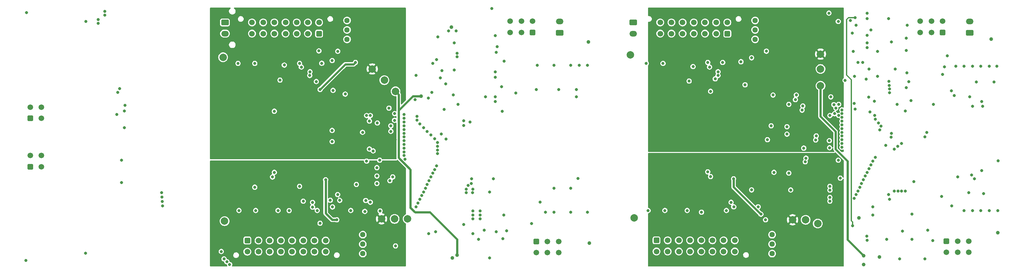
<source format=gbr>
%TF.GenerationSoftware,KiCad,Pcbnew,7.0.8*%
%TF.CreationDate,2024-01-12T20:03:42+01:00*%
%TF.ProjectId,BMS-Slave,424d532d-536c-4617-9665-2e6b69636164,rev?*%
%TF.SameCoordinates,Original*%
%TF.FileFunction,Copper,L2,Inr*%
%TF.FilePolarity,Positive*%
%FSLAX46Y46*%
G04 Gerber Fmt 4.6, Leading zero omitted, Abs format (unit mm)*
G04 Created by KiCad (PCBNEW 7.0.8) date 2024-01-12 20:03:42*
%MOMM*%
%LPD*%
G01*
G04 APERTURE LIST*
G04 Aperture macros list*
%AMRoundRect*
0 Rectangle with rounded corners*
0 $1 Rounding radius*
0 $2 $3 $4 $5 $6 $7 $8 $9 X,Y pos of 4 corners*
0 Add a 4 corners polygon primitive as box body*
4,1,4,$2,$3,$4,$5,$6,$7,$8,$9,$2,$3,0*
0 Add four circle primitives for the rounded corners*
1,1,$1+$1,$2,$3*
1,1,$1+$1,$4,$5*
1,1,$1+$1,$6,$7*
1,1,$1+$1,$8,$9*
0 Add four rect primitives between the rounded corners*
20,1,$1+$1,$2,$3,$4,$5,0*
20,1,$1+$1,$4,$5,$6,$7,0*
20,1,$1+$1,$6,$7,$8,$9,0*
20,1,$1+$1,$8,$9,$2,$3,0*%
G04 Aperture macros list end*
%TA.AperFunction,ComponentPad*%
%ADD10C,2.000000*%
%TD*%
%TA.AperFunction,ComponentPad*%
%ADD11RoundRect,0.250001X-0.759999X0.499999X-0.759999X-0.499999X0.759999X-0.499999X0.759999X0.499999X0*%
%TD*%
%TA.AperFunction,ComponentPad*%
%ADD12O,2.020000X1.500000*%
%TD*%
%TA.AperFunction,ComponentPad*%
%ADD13C,1.440000*%
%TD*%
%TA.AperFunction,ComponentPad*%
%ADD14RoundRect,0.250001X0.499999X0.499999X-0.499999X0.499999X-0.499999X-0.499999X0.499999X-0.499999X0*%
%TD*%
%TA.AperFunction,ComponentPad*%
%ADD15C,1.500000*%
%TD*%
%TA.AperFunction,ComponentPad*%
%ADD16RoundRect,0.250001X-0.499999X-0.499999X0.499999X-0.499999X0.499999X0.499999X-0.499999X0.499999X0*%
%TD*%
%TA.AperFunction,ComponentPad*%
%ADD17RoundRect,0.250001X0.499999X-0.499999X0.499999X0.499999X-0.499999X0.499999X-0.499999X-0.499999X0*%
%TD*%
%TA.AperFunction,ComponentPad*%
%ADD18RoundRect,0.250001X0.759999X-0.499999X0.759999X0.499999X-0.759999X0.499999X-0.759999X-0.499999X0*%
%TD*%
%TA.AperFunction,ViaPad*%
%ADD19C,0.800000*%
%TD*%
%TA.AperFunction,ViaPad*%
%ADD20C,1.000000*%
%TD*%
%TA.AperFunction,Conductor*%
%ADD21C,0.600000*%
%TD*%
%TA.AperFunction,Conductor*%
%ADD22C,0.300000*%
%TD*%
G04 APERTURE END LIST*
D10*
%TO.N,/slave2_of_2/GND*%
%TO.C,TP16*%
X306250000Y-118750000D03*
%TD*%
D11*
%TO.N,/slave2_of_2/GND*%
%TO.C,J13*%
X256040000Y-106250000D03*
D12*
%TO.N,/slave2_of_2/U_Analog_IN/T_sens7*%
X256040000Y-109250000D03*
%TD*%
D11*
%TO.N,/slave1_of_2/GND*%
%TO.C,J7*%
X146500000Y-106250000D03*
D12*
%TO.N,/slave1_of_2/U_Analog_IN/T_sens7*%
X146500000Y-109250000D03*
%TD*%
D13*
%TO.N,Net-(U3-+VIN)*%
%TO.C,U3*%
X179250000Y-105710000D03*
%TO.N,/slave1_of_2/GND*%
X179250000Y-108250000D03*
%TO.N,Net-(U17-VI)*%
X179250000Y-110790000D03*
%TD*%
D10*
%TO.N,/slave1_of_2/prim+3V*%
%TO.C,TP1*%
X146000000Y-115600000D03*
%TD*%
D14*
%TO.N,/slave1_of_2/U_Analog_IN/T_sens0*%
%TO.C,J5*%
X171750000Y-109250000D03*
D15*
%TO.N,/slave1_of_2/U_Analog_IN/T_sens1*%
X168750000Y-109250000D03*
%TO.N,/slave1_of_2/U_Analog_IN/T_sens2*%
X165750000Y-109250000D03*
%TO.N,/slave1_of_2/U_Analog_IN/T_sens3*%
X162750000Y-109250000D03*
%TO.N,/slave1_of_2/U_Analog_IN/T_sens4*%
X159750000Y-109250000D03*
%TO.N,/slave1_of_2/U_Analog_IN/T_sens5*%
X156750000Y-109250000D03*
%TO.N,/slave1_of_2/U_Analog_IN/T_sens6*%
X153750000Y-109250000D03*
%TO.N,/slave1_of_2/GND*%
X171750000Y-106250000D03*
X168750000Y-106250000D03*
X165750000Y-106250000D03*
X162750000Y-106250000D03*
X159750000Y-106250000D03*
X156750000Y-106250000D03*
X153750000Y-106250000D03*
%TD*%
D16*
%TO.N,/slave2_of_2/U_Analog_IN/T_sens15*%
%TO.C,J14*%
X262250000Y-164750000D03*
D15*
%TO.N,/slave2_of_2/U_Analog_IN/T_sens14*%
X265250000Y-164750000D03*
%TO.N,/slave2_of_2/U_Analog_IN/T_sens13*%
X268250000Y-164750000D03*
%TO.N,/slave2_of_2/U_Analog_IN/T_sens12*%
X271250000Y-164750000D03*
%TO.N,/slave2_of_2/U_Analog_IN/T_sens11*%
X274250000Y-164750000D03*
%TO.N,/slave2_of_2/U_Analog_IN/T_sens10*%
X277250000Y-164750000D03*
%TO.N,/slave2_of_2/U_Analog_IN/T_sens9*%
X280250000Y-164750000D03*
%TO.N,/slave2_of_2/U_Analog_IN/T_sens8*%
X283250000Y-164750000D03*
%TO.N,/slave2_of_2/GND*%
X262250000Y-167750000D03*
X265250000Y-167750000D03*
X268250000Y-167750000D03*
X271250000Y-167750000D03*
X274250000Y-167750000D03*
X277250000Y-167750000D03*
X280250000Y-167750000D03*
X283250000Y-167750000D03*
%TD*%
D10*
%TO.N,/slave1_of_2/GND*%
%TO.C,TP5*%
X189250000Y-121750000D03*
%TD*%
%TO.N,/slave1_of_2/EXT_DC_ISO_sec*%
%TO.C,TP7*%
X195500000Y-159000000D03*
%TD*%
D17*
%TO.N,/slave1_of_2/U_Primary_ADBMS/isoSPI_IN+*%
%TO.C,J1*%
X94275000Y-145000000D03*
D15*
%TO.N,/slave1_of_2/U_Primary_ADBMS/isoSPI_IN-*%
X94275000Y-142000000D03*
%TO.N,/slave1_of_2/U_Secondary_ADBMS/isoSPI_IN-*%
X97275000Y-145000000D03*
%TO.N,/slave1_of_2/U_Secondary_ADBMS/isoSPI_IN+*%
X97275000Y-142000000D03*
%TD*%
D10*
%TO.N,/slave1_of_2/EXT_DC_ISO_prim*%
%TO.C,TP4*%
X192250000Y-124750000D03*
%TD*%
D16*
%TO.N,/slave2_of_2/U_Connectors/Cell.11*%
%TO.C,J12*%
X340000000Y-165000000D03*
D15*
%TO.N,/slave2_of_2/U_Connectors/Cell.9*%
X343000000Y-165000000D03*
%TO.N,/slave2_of_2/U_Connectors/Cell.7*%
X346000000Y-165000000D03*
%TO.N,/slave2_of_2/U_Connectors/Cell.10*%
X340000000Y-168000000D03*
%TO.N,/slave2_of_2/U_Connectors/Cell.8*%
X343000000Y-168000000D03*
%TO.N,/slave2_of_2/U_Connectors/Cell.6*%
X346000000Y-168000000D03*
%TD*%
D13*
%TO.N,Net-(U8-+VIN)*%
%TO.C,U8*%
X183470000Y-168330000D03*
%TO.N,/slave1_of_2/GND*%
X183470000Y-165790000D03*
%TO.N,Net-(U18-VI)*%
X183470000Y-163250000D03*
%TD*%
D10*
%TO.N,/slave2_of_2/GND*%
%TO.C,TP12*%
X302250000Y-159250000D03*
%TD*%
D14*
%TO.N,/slave1_of_2/U_Connectors/Cell.3*%
%TO.C,J4*%
X229000000Y-108940000D03*
D15*
%TO.N,/slave1_of_2/U_Connectors/Cell.1*%
X226000000Y-108940000D03*
%TO.N,/slave1_of_2/U_Connectors/Cell.GND*%
X223000000Y-108940000D03*
%TO.N,/slave1_of_2/U_Connectors/Cell.4*%
X229000000Y-105940000D03*
%TO.N,/slave1_of_2/U_Connectors/Cell.2*%
X226000000Y-105940000D03*
%TO.N,/slave1_of_2/U_Connectors/Cell.0*%
X223000000Y-105940000D03*
%TD*%
D18*
%TO.N,unconnected-(J9-Pad1)*%
%TO.C,J9*%
X346250000Y-109000000D03*
D12*
%TO.N,/slave2_of_2/U_Connectors/Cell.5*%
X346250000Y-106000000D03*
%TD*%
D16*
%TO.N,/slave1_of_2/U_Connectors/Cell.11*%
%TO.C,J6*%
X230000000Y-165060000D03*
D15*
%TO.N,/slave1_of_2/U_Connectors/Cell.9*%
X233000000Y-165060000D03*
%TO.N,/slave1_of_2/U_Connectors/Cell.7*%
X236000000Y-165060000D03*
%TO.N,/slave1_of_2/U_Connectors/Cell.10*%
X230000000Y-168060000D03*
%TO.N,/slave1_of_2/U_Connectors/Cell.8*%
X233000000Y-168060000D03*
%TO.N,/slave1_of_2/U_Connectors/Cell.6*%
X236000000Y-168060000D03*
%TD*%
D10*
%TO.N,/slave2_of_2/sec+5v*%
%TO.C,TP10*%
X298750000Y-159250000D03*
%TD*%
D18*
%TO.N,unconnected-(J3-Pad1)*%
%TO.C,J3*%
X236250000Y-109000000D03*
D12*
%TO.N,/slave1_of_2/U_Connectors/Cell.5*%
X236250000Y-106000000D03*
%TD*%
D10*
%TO.N,/slave1_of_2/sec+5v*%
%TO.C,TP6*%
X188500000Y-159000000D03*
%TD*%
D14*
%TO.N,/slave2_of_2/U_Analog_IN/T_sens0*%
%TO.C,J11*%
X281250000Y-109250000D03*
D15*
%TO.N,/slave2_of_2/U_Analog_IN/T_sens1*%
X278250000Y-109250000D03*
%TO.N,/slave2_of_2/U_Analog_IN/T_sens2*%
X275250000Y-109250000D03*
%TO.N,/slave2_of_2/U_Analog_IN/T_sens3*%
X272250000Y-109250000D03*
%TO.N,/slave2_of_2/U_Analog_IN/T_sens4*%
X269250000Y-109250000D03*
%TO.N,/slave2_of_2/U_Analog_IN/T_sens5*%
X266250000Y-109250000D03*
%TO.N,/slave2_of_2/U_Analog_IN/T_sens6*%
X263250000Y-109250000D03*
%TO.N,/slave2_of_2/GND*%
X281250000Y-106250000D03*
X278250000Y-106250000D03*
X275250000Y-106250000D03*
X272250000Y-106250000D03*
X269250000Y-106250000D03*
X266250000Y-106250000D03*
X263250000Y-106250000D03*
%TD*%
D16*
%TO.N,/slave1_of_2/U_Analog_IN/T_sens15*%
%TO.C,J8*%
X152500000Y-164810000D03*
D15*
%TO.N,/slave1_of_2/U_Analog_IN/T_sens14*%
X155500000Y-164810000D03*
%TO.N,/slave1_of_2/U_Analog_IN/T_sens13*%
X158500000Y-164810000D03*
%TO.N,/slave1_of_2/U_Analog_IN/T_sens12*%
X161500000Y-164810000D03*
%TO.N,/slave1_of_2/U_Analog_IN/T_sens11*%
X164500000Y-164810000D03*
%TO.N,/slave1_of_2/U_Analog_IN/T_sens10*%
X167500000Y-164810000D03*
%TO.N,/slave1_of_2/U_Analog_IN/T_sens9*%
X170500000Y-164810000D03*
%TO.N,/slave1_of_2/U_Analog_IN/T_sens8*%
X173500000Y-164810000D03*
%TO.N,/slave1_of_2/GND*%
X152500000Y-167810000D03*
X155500000Y-167810000D03*
X158500000Y-167810000D03*
X161500000Y-167810000D03*
X164500000Y-167810000D03*
X167500000Y-167810000D03*
X170500000Y-167810000D03*
X173500000Y-167810000D03*
%TD*%
D10*
%TO.N,/slave2_of_2/prim+3V*%
%TO.C,TP13*%
X255250000Y-115000000D03*
%TD*%
%TO.N,/slave2_of_2/prim+5V*%
%TO.C,TP14*%
X306250000Y-114750000D03*
%TD*%
%TO.N,/slave2_of_2/EXT_DC_ISO_sec*%
%TO.C,TP11*%
X305500000Y-160250000D03*
%TD*%
%TO.N,/slave1_of_2/sec+3v*%
%TO.C,TP2*%
X146400000Y-159600000D03*
%TD*%
D17*
%TO.N,/slave2_of_2/U_Primary_ADBMS/isoSPI_OUT+*%
%TO.C,J2*%
X94255000Y-132000000D03*
D15*
%TO.N,/slave2_of_2/U_Primary_ADBMS/isoSPI_OUT-*%
X94255000Y-129000000D03*
%TO.N,/slave2_of_2/U_Secondary_ADBMS/isoSPI_OUT-*%
X97255000Y-132000000D03*
%TO.N,/slave2_of_2/U_Secondary_ADBMS/isoSPI_OUT+*%
X97255000Y-129000000D03*
%TD*%
D10*
%TO.N,/slave2_of_2/EXT_DC_ISO_prim*%
%TO.C,TP15*%
X306250000Y-123250000D03*
%TD*%
%TO.N,/slave2_of_2/sec+3v*%
%TO.C,TP9*%
X256250000Y-158750000D03*
%TD*%
%TO.N,/slave1_of_2/prim+5V*%
%TO.C,TP3*%
X186000000Y-118750000D03*
%TD*%
D13*
%TO.N,Net-(U12-+VIN)*%
%TO.C,U12*%
X288700000Y-105710000D03*
%TO.N,/slave2_of_2/GND*%
X288700000Y-108250000D03*
%TO.N,Net-(U12-+VOUT)*%
X288700000Y-110790000D03*
%TD*%
%TO.N,Net-(U10-+VIN)*%
%TO.C,U10*%
X293250000Y-168330000D03*
%TO.N,/slave2_of_2/GND*%
X293250000Y-165790000D03*
%TO.N,Net-(U10-+VOUT)*%
X293250000Y-163250000D03*
%TD*%
D14*
%TO.N,/slave2_of_2/U_Connectors/Cell.3*%
%TO.C,J10*%
X339000000Y-108940000D03*
D15*
%TO.N,/slave2_of_2/U_Connectors/Cell.1*%
X336000000Y-108940000D03*
%TO.N,/slave2_of_2/U_Connectors/Cell.GND*%
X333000000Y-108940000D03*
%TO.N,/slave2_of_2/U_Connectors/Cell.4*%
X339000000Y-105940000D03*
%TO.N,/slave2_of_2/U_Connectors/Cell.2*%
X336000000Y-105940000D03*
%TO.N,/slave2_of_2/U_Connectors/Cell.0*%
X333000000Y-105940000D03*
%TD*%
D10*
%TO.N,/slave1_of_2/GND*%
%TO.C,TP8*%
X192000000Y-159000000D03*
%TD*%
D19*
%TO.N,/slave1_of_2/prim+5V*%
X180000000Y-135725000D03*
X169250000Y-122125000D03*
X191140192Y-136689693D03*
X204500000Y-136250000D03*
X174000000Y-118000000D03*
X205779977Y-137529977D03*
X184250000Y-115000000D03*
X180975000Y-124750000D03*
X192200500Y-137750000D03*
%TO.N,/slave1_of_2/GND*%
X161250000Y-121750000D03*
X191500000Y-147750000D03*
X172470023Y-117220023D03*
X203000000Y-162500000D03*
X169309954Y-119500000D03*
X118750000Y-143250000D03*
X180250000Y-156750000D03*
X175250000Y-135250000D03*
X175250000Y-116500000D03*
X201175500Y-163000000D03*
X177279977Y-154029977D03*
X241177484Y-148167530D03*
X154500000Y-117250000D03*
X239250000Y-150750000D03*
X163720023Y-156779977D03*
X171250000Y-156750000D03*
X191000000Y-134000000D03*
X240750000Y-126250000D03*
X234750000Y-150750000D03*
X181750000Y-149750000D03*
X150250000Y-156750000D03*
D20*
X207250000Y-107500000D03*
D19*
X236000000Y-124250000D03*
X118750000Y-149250500D03*
X160725000Y-156750000D03*
X230000000Y-124250000D03*
X154500000Y-150500000D03*
X240750000Y-124250000D03*
X178750000Y-125500000D03*
X93100000Y-170200000D03*
D20*
X244000000Y-111500000D03*
D19*
X162407107Y-117700000D03*
X109100000Y-168200000D03*
X154750000Y-156750000D03*
X166500000Y-150250000D03*
X183400000Y-135750000D03*
X150000000Y-117250000D03*
X166500000Y-117250000D03*
%TO.N,/slave1_of_2/prim+3V*%
X191000000Y-135500000D03*
X171700000Y-113900000D03*
X190500000Y-129250000D03*
X176750000Y-114000000D03*
%TO.N,Net-(U1-V+)*%
X194828552Y-142943959D03*
X197500000Y-127000000D03*
%TO.N,/slave1_of_2/sec+5v*%
X171000000Y-149750000D03*
X157270434Y-154270434D03*
X192782477Y-144250500D03*
X168875000Y-155125000D03*
X178250000Y-149750000D03*
X157000000Y-149250000D03*
X191250000Y-151000000D03*
X182500000Y-145000000D03*
%TO.N,/slave1_of_2/sec+3v*%
X172000000Y-160189162D03*
X187250000Y-149500000D03*
D20*
%TO.N,/slave1_of_2/EXT_DC_ISO_prim*%
X199075250Y-126075250D03*
X208750000Y-168750000D03*
D19*
%TO.N,/slave1_of_2/U_Primary_ADBMS/C10*%
X198750000Y-153750000D03*
X194500000Y-140000000D03*
%TO.N,/slave1_of_2/U_Primary_ADBMS/C9*%
X194500000Y-139000000D03*
X199250000Y-152750000D03*
%TO.N,/slave1_of_2/U_Primary_ADBMS/C8*%
X199750000Y-151750000D03*
X194500000Y-138000000D03*
%TO.N,/slave1_of_2/U_Primary_ADBMS/C7*%
X194500000Y-137000000D03*
X200250000Y-150750000D03*
%TO.N,/slave1_of_2/U_Primary_ADBMS/C6*%
X200750000Y-149750000D03*
X194500000Y-136000000D03*
%TO.N,/slave1_of_2/U_Primary_ADBMS/C5*%
X201250000Y-148750000D03*
X194500000Y-135000000D03*
%TO.N,/slave1_of_2/U_Primary_ADBMS/C4*%
X194500000Y-134000000D03*
X201750000Y-147750000D03*
%TO.N,/slave1_of_2/U_Primary_ADBMS/C3*%
X202250000Y-146750000D03*
X194500000Y-133000000D03*
%TO.N,/slave1_of_2/U_Primary_ADBMS/C2*%
X202750000Y-145750000D03*
X194500000Y-132000000D03*
%TO.N,/slave1_of_2/U_Primary_ADBMS/C12*%
X194500000Y-142000000D03*
X197750000Y-155750000D03*
%TO.N,/slave1_of_2/U_Primary_ADBMS/C11*%
X198250000Y-154750000D03*
X194500000Y-141000000D03*
%TO.N,/slave1_of_2/U_Primary_ADBMS/C1*%
X203250000Y-144750000D03*
X194500000Y-131000000D03*
%TO.N,/slave1_of_2/Temp_MUX_sec*%
X187250000Y-145250000D03*
X176720023Y-152470023D03*
%TO.N,/slave1_of_2/EXT_DC_ISO_sec*%
X192250000Y-166250000D03*
%TO.N,/slave1_of_2/U_Passive_Balancing/GLOBAL_BAL_FEEDBACK*%
X192000000Y-130750000D03*
X203625000Y-110125000D03*
X212625000Y-148250000D03*
X191970023Y-132529977D03*
X197750000Y-120500000D03*
X202250000Y-117250000D03*
X201029977Y-126529977D03*
X210500000Y-132615000D03*
%TO.N,/slave2_of_2/sec+5v*%
X279250000Y-155100000D03*
X272225500Y-154250000D03*
X315500000Y-105000000D03*
X314875000Y-160875000D03*
X297000000Y-155750000D03*
X273500000Y-149250000D03*
X311000000Y-106000000D03*
%TO.N,/slave2_of_2/GND*%
X311549500Y-148073466D03*
D20*
X316500000Y-158750000D03*
D19*
X272050500Y-118100000D03*
X346250000Y-126250000D03*
X109200000Y-106000000D03*
X297250000Y-134250000D03*
X93250000Y-103600000D03*
X264000000Y-117250000D03*
X308750000Y-131250000D03*
X293750000Y-146500000D03*
X308500000Y-103750000D03*
X297750000Y-128250000D03*
X281000000Y-156750000D03*
D20*
X352000000Y-110750000D03*
D19*
X297724500Y-146697158D03*
X343000000Y-147750000D03*
X117750000Y-125000000D03*
X311000500Y-143250000D03*
X278750000Y-119500000D03*
X298250000Y-151250000D03*
X218055752Y-102555751D03*
X342129977Y-125879977D03*
X264500000Y-156750000D03*
X271000000Y-122000000D03*
X293000000Y-134000000D03*
X274312250Y-157194099D03*
X117500000Y-131000000D03*
X347500000Y-148250000D03*
X260000000Y-156750000D03*
X349700000Y-128747858D03*
X309000000Y-126250000D03*
X353875000Y-143375000D03*
X276000000Y-117000000D03*
X284900000Y-116800000D03*
X297250000Y-136250000D03*
X259500000Y-117250000D03*
X280000000Y-117000000D03*
X341320023Y-124570023D03*
X287750000Y-151225000D03*
X270475000Y-156750000D03*
X289500000Y-155750000D03*
%TO.N,/slave2_of_2/U_Primary_ADBMS/C10*%
X316250000Y-151500000D03*
X346000000Y-152000000D03*
X346750000Y-147250000D03*
X312000000Y-137750000D03*
%TO.N,/slave2_of_2/U_Primary_ADBMS/C9*%
X350000000Y-152250000D03*
X316750000Y-150500000D03*
X349500000Y-146000000D03*
X312000000Y-136750000D03*
%TO.N,/slave2_of_2/U_Primary_ADBMS/C8*%
X317250000Y-149500000D03*
X312000000Y-135750000D03*
%TO.N,/slave2_of_2/U_Primary_ADBMS/C7*%
X317750000Y-148500000D03*
X312000000Y-134749503D03*
%TO.N,/slave2_of_2/U_Primary_ADBMS/C6*%
X318250000Y-147500000D03*
X312000000Y-133750000D03*
%TO.N,/slave2_of_2/U_Primary_ADBMS/C5*%
X352750000Y-122250000D03*
X312000000Y-132750000D03*
X318750000Y-146500000D03*
X349499647Y-127499646D03*
%TO.N,/slave2_of_2/U_Primary_ADBMS/C4*%
X312000000Y-131750000D03*
X319250000Y-145500000D03*
%TO.N,/slave2_of_2/U_Primary_ADBMS/C3*%
X319750000Y-144500000D03*
X312000000Y-130750000D03*
X347000000Y-128750000D03*
X348000000Y-122250000D03*
%TO.N,/slave2_of_2/U_Primary_ADBMS/C2*%
X320250000Y-143500000D03*
X315500000Y-129500000D03*
%TO.N,/slave2_of_2/U_Primary_ADBMS/C12*%
X312000000Y-139749503D03*
X315250000Y-153500000D03*
%TO.N,/slave2_of_2/U_Primary_ADBMS/C11*%
X312000000Y-138750000D03*
X315750000Y-152500000D03*
%TO.N,/slave2_of_2/U_Primary_ADBMS/C1*%
X315250000Y-128024500D03*
X320971120Y-142500000D03*
%TO.N,/slave2_of_2/U_Primary_ADBMS/C0*%
X310369796Y-129250000D03*
X310000000Y-130749500D03*
%TO.N,/slave2_of_2/prim+5V*%
X301500000Y-112750000D03*
X282500000Y-117749500D03*
X292500000Y-117000000D03*
X298000500Y-127000000D03*
X311000000Y-107750000D03*
X280100000Y-122150000D03*
%TO.N,/slave2_of_2/prim+3V*%
X291718750Y-113968750D03*
X301750000Y-140000000D03*
%TO.N,Net-(U11-V+)*%
X311119296Y-128250000D03*
X311118843Y-131221771D03*
%TO.N,/slave2_of_2/U_Passive_Balancing/GLOBAL_BAL_FEEDBACK*%
X316250000Y-117000000D03*
X315029977Y-114000000D03*
X324500500Y-152500000D03*
X314250000Y-105750000D03*
X325215145Y-137094809D03*
X314750000Y-109099500D03*
D20*
%TO.N,/slave2_of_2/EXT_DC_ISO_prim*%
X317837500Y-168912500D03*
%TO.N,/slave1_of_2/VBAT+*%
X207500000Y-169500000D03*
X244250000Y-165500000D03*
D19*
%TO.N,Net-(IC10-C)*%
X212539317Y-149485903D03*
X204654977Y-119154977D03*
X203250000Y-116250000D03*
X210500000Y-133885000D03*
X206500000Y-108500000D03*
X208000000Y-119000000D03*
X210500000Y-160500000D03*
D20*
%TO.N,/slave2_of_2/VBAT+*%
X322000000Y-169250000D03*
X353750000Y-162750000D03*
X317775500Y-171250000D03*
D19*
%TO.N,Net-(IC17-C)*%
X317520000Y-117000000D03*
X315750000Y-107000000D03*
X324750000Y-153750000D03*
X318750000Y-109750000D03*
X312824500Y-121800000D03*
X325250000Y-136000000D03*
%TO.N,/slave1_of_2/U_Input_Fuses/Cell_Fused.GND*%
X230250000Y-117750000D03*
X219000000Y-109799999D03*
%TO.N,/slave1_of_2/U_Input_Fuses/Cell_Fused.1*%
X208750000Y-115500000D03*
X234750000Y-117750000D03*
X221375000Y-116625000D03*
%TO.N,/slave1_of_2/U_Input_Fuses/Cell_Fused.3*%
X220736850Y-123486850D03*
X239250000Y-117750000D03*
X205750000Y-122750000D03*
%TO.N,/slave1_of_2/U_Input_Fuses/Cell_Fused.4*%
X241500000Y-117750000D03*
X224500000Y-125225000D03*
%TO.N,/slave1_of_2/U_Input_Fuses/Cell_Fused.5*%
X243750000Y-117750000D03*
X205250000Y-129615000D03*
X220875000Y-130125000D03*
%TO.N,/slave1_of_2/U_Input_Fuses/Cell_Fused.6*%
X218500000Y-148250000D03*
X243750000Y-157250000D03*
X212250000Y-133000000D03*
X231000000Y-154500000D03*
%TO.N,/slave1_of_2/U_Input_Fuses/Cell_Fused.7*%
X214900000Y-156899500D03*
X213000500Y-156876268D03*
%TO.N,/slave1_of_2/U_Input_Fuses/Cell_Fused.8*%
X213000000Y-159000000D03*
X228750000Y-160250000D03*
X239250000Y-157250000D03*
X214900000Y-158999503D03*
%TO.N,/slave1_of_2/U_Input_Fuses/Cell_Fused.10*%
X217500000Y-169499500D03*
X221029977Y-164279977D03*
X234750000Y-157250000D03*
%TO.N,/slave1_of_2/U_Input_Fuses/Cell_Fused.11*%
X214500000Y-164500000D03*
X232500000Y-157250000D03*
%TO.N,/slave2_of_2/U_Input_Fuses/Cell_Fused.GND*%
X318750000Y-103750000D03*
X340250000Y-115250000D03*
X329500000Y-107000000D03*
%TO.N,/slave2_of_2/U_Input_Fuses/Cell_Fused.0*%
X329250000Y-110500000D03*
X319750000Y-108250000D03*
X342500000Y-118000000D03*
%TO.N,/slave2_of_2/U_Input_Fuses/Cell_Fused.1*%
X339500500Y-118154977D03*
X344750000Y-118000000D03*
X321500000Y-114000000D03*
%TO.N,/slave2_of_2/U_Input_Fuses/Cell_Fused.2*%
X329425000Y-119825000D03*
X347000000Y-118000000D03*
X315325500Y-120688813D03*
%TO.N,/slave2_of_2/U_Input_Fuses/Cell_Fused.3*%
X321500000Y-120750000D03*
X349250000Y-118000000D03*
X339000000Y-120250000D03*
%TO.N,/slave2_of_2/U_Input_Fuses/Cell_Fused.4*%
X351500000Y-118000000D03*
X329875000Y-122125000D03*
%TO.N,/slave2_of_2/U_Input_Fuses/Cell_Fused.5*%
X336500000Y-128250000D03*
X326750000Y-128250000D03*
X320651700Y-127446443D03*
X353500000Y-118000000D03*
%TO.N,/slave2_of_2/U_Input_Fuses/Cell_Fused.6*%
X353750000Y-156750000D03*
X338750000Y-153000000D03*
X334750000Y-135750000D03*
%TO.N,/slave2_of_2/U_Input_Fuses/Cell_Fused.7*%
X351500000Y-156750000D03*
X341425500Y-155486581D03*
%TO.N,/slave2_of_2/U_Input_Fuses/Cell_Fused.8*%
X320250000Y-158000000D03*
X349250000Y-156750000D03*
X330750000Y-157750000D03*
%TO.N,/slave2_of_2/U_Input_Fuses/Cell_Fused.9*%
X334250000Y-169750000D03*
X347000000Y-156750000D03*
%TO.N,/slave2_of_2/U_Input_Fuses/Cell_Fused.10*%
X344750000Y-156750000D03*
X327500000Y-169750000D03*
X330750000Y-164500000D03*
%TO.N,/slave2_of_2/U_Input_Fuses/Cell_Fused.11*%
X336345023Y-164845023D03*
X324000000Y-164500000D03*
%TO.N,/slave1_of_2/SDA1*%
X171000000Y-122125500D03*
X187376742Y-133250500D03*
X159750000Y-130095000D03*
X185499503Y-131250000D03*
%TO.N,/slave1_of_2/SCL1*%
X184500000Y-131250000D03*
X185250000Y-132750000D03*
%TO.N,/slave1_of_2/SDA2*%
X159250000Y-147750000D03*
X187250000Y-147500000D03*
X170000000Y-154574500D03*
X167500000Y-154250000D03*
%TO.N,/slave1_of_2/SCL2*%
X174750000Y-154000000D03*
X175339604Y-155789604D03*
X159750000Y-146500000D03*
X170000000Y-155850000D03*
X190750000Y-148750000D03*
%TO.N,Net-(IC5-A)*%
X219000000Y-119500000D03*
X204250000Y-121125000D03*
%TO.N,Net-(IC6-A)*%
X214900000Y-158000000D03*
X213000000Y-158000000D03*
%TO.N,Net-(IC9-A)*%
X219500000Y-112750000D03*
X207970023Y-111750000D03*
%TO.N,Net-(IC11-A)*%
X213000000Y-163000000D03*
X219250000Y-162500000D03*
%TO.N,Net-(IC13-A)*%
X216413000Y-126250000D03*
X219000000Y-126250000D03*
%TO.N,/slave2_of_2/SDA2*%
X282250000Y-154549500D03*
X276750000Y-147655000D03*
X302342621Y-142697408D03*
%TO.N,/slave2_of_2/SCL2*%
X302136849Y-143675500D03*
X282970023Y-155779977D03*
X276000000Y-146385000D03*
%TO.N,/slave2_of_2/SDA1*%
X299750000Y-125750000D03*
X301500000Y-128700000D03*
X278000000Y-121400500D03*
X276750000Y-124750000D03*
%TO.N,/slave2_of_2/SCL1*%
X299500000Y-127000000D03*
X301300000Y-129800000D03*
%TO.N,Net-(IC17-A)*%
X330500000Y-127200000D03*
X318500000Y-121500500D03*
%TO.N,Net-(IC21-A)*%
X318750000Y-113000000D03*
X329250000Y-113750000D03*
%TO.N,Net-(IC22-A)*%
X334250000Y-137000000D03*
X331250000Y-149000000D03*
%TO.N,Net-(IC25-A)*%
X328250000Y-162250000D03*
X318654977Y-163654977D03*
%TO.N,Net-(IC28-A)*%
X335000000Y-162000000D03*
X318779977Y-164779977D03*
%TO.N,/slave1_of_2/U_Primary_ADBMS/IN_M1*%
X185250000Y-140250000D03*
X129500000Y-152000000D03*
%TO.N,/slave1_of_2/U_Primary_ADBMS/IN_P1*%
X129595023Y-153154977D03*
X186250000Y-140750000D03*
%TO.N,/slave1_of_2/U_Primary_ADBMS/OUT_M1*%
X184500000Y-143500000D03*
X129690046Y-154309954D03*
%TO.N,/slave1_of_2/U_Primary_ADBMS/OUT_P1*%
X129750000Y-155500000D03*
X188000000Y-143250000D03*
%TO.N,/slave1_of_2/U_Secondary_ADBMS/IN_M1*%
X145500000Y-167750000D03*
X184250000Y-154074500D03*
%TO.N,/slave1_of_2/U_Secondary_ADBMS/IN_P1*%
X185500000Y-154524500D03*
X146250000Y-169750000D03*
%TO.N,/slave1_of_2/U_Secondary_ADBMS/OUT_M1*%
X147000000Y-170500000D03*
X184000000Y-157000000D03*
%TO.N,/slave1_of_2/U_Secondary_ADBMS/OUT_P1*%
X147750000Y-171250000D03*
X188104987Y-156854987D03*
%TO.N,/slave1_of_2/U_Passive_Balancing/S5*%
X207750000Y-125750000D03*
X199750000Y-134500000D03*
%TO.N,/slave1_of_2/U_Passive_Balancing/S10*%
X217500000Y-151750000D03*
X203500000Y-139500000D03*
X212940988Y-151999057D03*
X211250500Y-151999503D03*
%TO.N,/slave1_of_2/U_Passive_Balancing/S4*%
X219000000Y-121000000D03*
X198750000Y-133500000D03*
%TO.N,/slave1_of_2/U_Passive_Balancing/S9*%
X211250500Y-151000000D03*
X221250000Y-158000000D03*
X213000000Y-151000000D03*
X203500000Y-138500000D03*
%TO.N,/slave1_of_2/U_Passive_Balancing/S3*%
X208750000Y-114500000D03*
X198000000Y-132500000D03*
%TO.N,/slave1_of_2/U_Passive_Balancing/S8*%
X202750000Y-137500000D03*
X211701796Y-150031396D03*
%TO.N,/slave1_of_2/U_Passive_Balancing/S2*%
X198000000Y-131500000D03*
X219250000Y-114250000D03*
%TO.N,/slave1_of_2/U_Passive_Balancing/S7*%
X201750000Y-136500000D03*
X209000000Y-128250000D03*
%TO.N,/slave1_of_2/U_Passive_Balancing/S12*%
X203500000Y-141500000D03*
X216000000Y-162065300D03*
%TO.N,/slave1_of_2/U_Passive_Balancing/S1*%
X202000000Y-125000000D03*
X208500000Y-108500000D03*
%TO.N,/slave1_of_2/U_Passive_Balancing/S6*%
X200750000Y-135500000D03*
X219000000Y-127500000D03*
%TO.N,/slave1_of_2/U_Passive_Balancing/S11*%
X222029977Y-162220023D03*
X203500000Y-140500000D03*
%TO.N,/slave2_of_2/U_Secondary_ADBMS/IN_M1*%
X308762299Y-150262299D03*
X119500000Y-134500000D03*
%TO.N,/slave2_of_2/U_Secondary_ADBMS/IN_P1*%
X119500000Y-130000000D03*
X308774253Y-151261730D03*
%TO.N,/slave2_of_2/U_Secondary_ADBMS/OUT_M1*%
X308750000Y-153250000D03*
X119700000Y-128500000D03*
%TO.N,/slave2_of_2/U_Secondary_ADBMS/OUT_P1*%
X118250000Y-124000000D03*
X308750000Y-154249503D03*
%TO.N,/slave2_of_2/U_Primary_ADBMS/IN_M1*%
X305089567Y-136735031D03*
X112500000Y-106499503D03*
%TO.N,/slave2_of_2/U_Primary_ADBMS/IN_P1*%
X112500000Y-105500000D03*
X304954536Y-137800000D03*
%TO.N,/slave2_of_2/U_Primary_ADBMS/OUT_M1*%
X308600000Y-137995805D03*
X114250000Y-104250000D03*
%TO.N,/slave2_of_2/U_Primary_ADBMS/OUT_P1*%
X114250000Y-103249500D03*
X308669173Y-139900049D03*
%TO.N,/slave2_of_2/U_Passive_Balancing/S5*%
X320980746Y-132269254D03*
X329279977Y-123779977D03*
%TO.N,/slave2_of_2/U_Passive_Balancing/S10*%
X323751000Y-139274500D03*
X320250000Y-155750000D03*
%TO.N,/slave2_of_2/U_Passive_Balancing/S4*%
X326250000Y-118750000D03*
X319250000Y-118750000D03*
X324749959Y-125141421D03*
X320750000Y-131250000D03*
%TO.N,/slave2_of_2/U_Passive_Balancing/S9*%
X327999503Y-151500000D03*
X327990367Y-138774223D03*
%TO.N,/slave2_of_2/U_Passive_Balancing/S3*%
X319500000Y-130250000D03*
X324750246Y-124141919D03*
%TO.N,/slave2_of_2/U_Passive_Balancing/S8*%
X322100000Y-135100000D03*
X329000000Y-151500000D03*
%TO.N,/slave2_of_2/U_Passive_Balancing/S2*%
X318750000Y-111750000D03*
X325249500Y-111500000D03*
X312000000Y-129750000D03*
X324696105Y-123143884D03*
%TO.N,/slave2_of_2/U_Passive_Balancing/S7*%
X322500500Y-134129486D03*
X329000000Y-130000000D03*
%TO.N,/slave2_of_2/U_Passive_Balancing/S12*%
X326000000Y-151500000D03*
X325999500Y-140250000D03*
%TO.N,/slave2_of_2/U_Passive_Balancing/S1*%
X324500000Y-105250000D03*
X309822871Y-128322871D03*
X318750000Y-105250000D03*
X324587500Y-122104977D03*
%TO.N,/slave2_of_2/U_Passive_Balancing/S6*%
X319122609Y-126317760D03*
X321800000Y-133250000D03*
%TO.N,/slave2_of_2/U_Passive_Balancing/S11*%
X327000000Y-151500000D03*
X326973704Y-139499500D03*
%TO.N,/slave1_of_2/U_Analog_IN/OPA_TEMP_prim*%
X169250000Y-120500000D03*
X166980746Y-118230746D03*
%TO.N,/slave2_of_2/U_Analog_IN/OPA_TEMP_prim*%
X276470023Y-118220023D03*
X278750000Y-120499503D03*
%TO.N,Net-(U17-VI)*%
X175500000Y-124500000D03*
%TO.N,Net-(U18-VI)*%
X175250000Y-138250000D03*
%TO.N,Net-(U17-VO)*%
X172000000Y-124250000D03*
X181500000Y-117000000D03*
%TO.N,Net-(U18-VO)*%
X176500000Y-159250000D03*
X173500000Y-148500000D03*
%TO.N,Net-(U19-VO)*%
X282925000Y-148250000D03*
X290250000Y-157750000D03*
%TO.N,Net-(U20-VO)*%
X287750000Y-115750000D03*
X286000000Y-123000000D03*
%TO.N,Net-(U10-+VOUT)*%
X291500000Y-159250000D03*
X292000000Y-137750000D03*
%TO.N,Net-(U12-+VOUT)*%
X293500000Y-125750000D03*
%TD*%
D21*
%TO.N,/slave1_of_2/EXT_DC_ISO_prim*%
X199075250Y-126075250D02*
X196924750Y-126075250D01*
X208750000Y-164500000D02*
X208750000Y-168750000D01*
X196924750Y-126075250D02*
X193100000Y-129900000D01*
X197500000Y-157250000D02*
X201500000Y-157250000D01*
X196250000Y-145750000D02*
X196250000Y-156000000D01*
X193100000Y-142600000D02*
X196250000Y-145750000D01*
X193100000Y-129850000D02*
X193100000Y-125600000D01*
X201500000Y-157250000D02*
X208750000Y-164500000D01*
X193100000Y-129900000D02*
X193100000Y-142600000D01*
X196250000Y-156000000D02*
X197500000Y-157250000D01*
X193100000Y-125600000D02*
X192250000Y-124750000D01*
D22*
%TO.N,/slave2_of_2/sec+5v*%
X314875000Y-160875000D02*
X314875000Y-159875000D01*
X314500000Y-121625000D02*
X313250000Y-120375000D01*
X313750000Y-105000000D02*
X315500000Y-105000000D01*
X314500000Y-159500000D02*
X314500000Y-121625000D01*
X314875000Y-159875000D02*
X314500000Y-159500000D01*
X313250000Y-120375000D02*
X313250000Y-105500000D01*
X313250000Y-105500000D02*
X313750000Y-105000000D01*
D21*
%TO.N,/slave2_of_2/EXT_DC_ISO_prim*%
X310250000Y-140250000D02*
X310250000Y-135500000D01*
X313500000Y-143500000D02*
X310250000Y-140250000D01*
X317837500Y-168912500D02*
X313500000Y-164575000D01*
X310250000Y-135500000D02*
X306250000Y-131500000D01*
X306250000Y-131500000D02*
X306250000Y-123250000D01*
X313500000Y-164575000D02*
X313500000Y-143500000D01*
%TO.N,Net-(U17-VO)*%
X178750000Y-117500000D02*
X172000000Y-124250000D01*
X181500000Y-117000000D02*
X181000000Y-117500000D01*
X181000000Y-117500000D02*
X178750000Y-117500000D01*
%TO.N,Net-(U18-VO)*%
X173500000Y-148500000D02*
X173500000Y-157500000D01*
X175250000Y-159250000D02*
X176500000Y-159250000D01*
X173500000Y-157500000D02*
X175250000Y-159250000D01*
%TO.N,Net-(U19-VO)*%
X282925000Y-150447793D02*
X290227207Y-157750000D01*
X290227207Y-157750000D02*
X290250000Y-157750000D01*
X282925000Y-148250000D02*
X282925000Y-150447793D01*
%TD*%
%TA.AperFunction,Conductor*%
%TO.N,/slave1_of_2/prim+5V*%
G36*
X147939475Y-102269962D02*
G01*
X147994013Y-102324500D01*
X148013975Y-102399000D01*
X147994013Y-102473500D01*
X147942741Y-102524771D01*
X147942965Y-102525080D01*
X147941019Y-102526493D01*
X147939476Y-102528036D01*
X147938697Y-102528486D01*
X147936647Y-102529669D01*
X147798321Y-102654220D01*
X147688908Y-102804813D01*
X147613200Y-102974857D01*
X147613197Y-102974866D01*
X147574500Y-103156927D01*
X147574500Y-103343072D01*
X147613197Y-103525133D01*
X147613200Y-103525142D01*
X147688908Y-103695186D01*
X147688909Y-103695188D01*
X147688910Y-103695189D01*
X147798320Y-103845779D01*
X147936649Y-103970331D01*
X148097851Y-104063401D01*
X148274880Y-104120921D01*
X148344234Y-104128210D01*
X148413588Y-104135500D01*
X148413589Y-104135500D01*
X148506412Y-104135500D01*
X148552647Y-104130640D01*
X148645120Y-104120921D01*
X148822149Y-104063401D01*
X148983351Y-103970331D01*
X149121680Y-103845779D01*
X149231090Y-103695189D01*
X149306800Y-103525142D01*
X149345500Y-103343070D01*
X149345500Y-103156930D01*
X149345500Y-103156927D01*
X149306802Y-102974866D01*
X149306801Y-102974863D01*
X149306800Y-102974858D01*
X149231090Y-102804811D01*
X149121680Y-102654221D01*
X149056564Y-102595590D01*
X148983352Y-102529669D01*
X148981743Y-102528741D01*
X148980525Y-102528037D01*
X148978983Y-102526495D01*
X148977035Y-102525080D01*
X148977259Y-102524771D01*
X148925988Y-102473502D01*
X148906025Y-102399002D01*
X148925986Y-102324502D01*
X148980523Y-102269963D01*
X149055023Y-102250000D01*
X194851000Y-102250000D01*
X194925500Y-102269962D01*
X194980038Y-102324500D01*
X195000000Y-102399000D01*
X195000000Y-127089047D01*
X194980038Y-127163547D01*
X194956359Y-127194406D01*
X193954859Y-128195906D01*
X193888064Y-128234470D01*
X193810936Y-128234470D01*
X193744141Y-128195906D01*
X193705577Y-128129111D01*
X193700500Y-128090547D01*
X193700500Y-125644254D01*
X193701138Y-125634519D01*
X193702681Y-125622800D01*
X193705683Y-125600000D01*
X193685044Y-125443238D01*
X193624536Y-125297159D01*
X193552450Y-125203215D01*
X193539728Y-125186636D01*
X193510215Y-125115382D01*
X193514018Y-125057367D01*
X193535634Y-124976697D01*
X193535634Y-124976696D01*
X193535634Y-124976695D01*
X193535635Y-124976692D01*
X193555468Y-124750000D01*
X193535635Y-124523308D01*
X193476739Y-124303504D01*
X193380568Y-124097266D01*
X193250047Y-123910861D01*
X193089139Y-123749953D01*
X193089137Y-123749951D01*
X192902741Y-123619437D01*
X192902738Y-123619435D01*
X192902734Y-123619432D01*
X192696496Y-123523261D01*
X192476692Y-123464365D01*
X192476693Y-123464365D01*
X192250000Y-123444532D01*
X192023306Y-123464365D01*
X191803507Y-123523260D01*
X191803506Y-123523260D01*
X191803504Y-123523261D01*
X191597266Y-123619432D01*
X191597263Y-123619434D01*
X191597261Y-123619435D01*
X191597258Y-123619437D01*
X191410862Y-123749951D01*
X191249951Y-123910862D01*
X191119437Y-124097258D01*
X191119435Y-124097261D01*
X191119434Y-124097263D01*
X191119432Y-124097266D01*
X191023261Y-124303504D01*
X191023260Y-124303507D01*
X190964365Y-124523306D01*
X190944532Y-124750000D01*
X190964365Y-124976693D01*
X190985982Y-125057367D01*
X191023261Y-125196496D01*
X191119432Y-125402734D01*
X191119435Y-125402738D01*
X191119437Y-125402741D01*
X191249951Y-125589137D01*
X191410862Y-125750048D01*
X191490899Y-125806090D01*
X191597266Y-125880568D01*
X191803504Y-125976739D01*
X192023308Y-126035635D01*
X192250000Y-126055468D01*
X192337515Y-126047811D01*
X192413469Y-126061204D01*
X192472553Y-126110780D01*
X192498933Y-126183257D01*
X192499500Y-126196244D01*
X192499500Y-129855752D01*
X192498862Y-129865481D01*
X192494318Y-129900000D01*
X192498862Y-129934519D01*
X192499500Y-129944246D01*
X192499500Y-129974563D01*
X192479538Y-130049063D01*
X192425000Y-130103601D01*
X192350500Y-130123563D01*
X192281258Y-130106497D01*
X192259351Y-130095000D01*
X192250225Y-130090210D01*
X192085056Y-130049500D01*
X191914944Y-130049500D01*
X191749775Y-130090209D01*
X191599145Y-130169267D01*
X191471820Y-130282067D01*
X191471817Y-130282071D01*
X191375181Y-130422070D01*
X191314860Y-130581125D01*
X191294355Y-130750000D01*
X191314860Y-130918874D01*
X191375181Y-131077929D01*
X191375182Y-131077930D01*
X191471817Y-131217929D01*
X191471819Y-131217930D01*
X191471820Y-131217932D01*
X191599146Y-131330732D01*
X191599148Y-131330734D01*
X191749775Y-131409790D01*
X191914944Y-131450500D01*
X192085056Y-131450500D01*
X192250225Y-131409790D01*
X192281255Y-131393503D01*
X192356498Y-131376557D01*
X192430134Y-131399502D01*
X192482432Y-131456191D01*
X192499500Y-131525436D01*
X192499500Y-131770274D01*
X192479538Y-131844774D01*
X192425000Y-131899312D01*
X192350500Y-131919274D01*
X192281256Y-131902207D01*
X192220247Y-131870186D01*
X192055079Y-131829477D01*
X191884967Y-131829477D01*
X191719798Y-131870186D01*
X191569168Y-131949244D01*
X191441843Y-132062044D01*
X191441840Y-132062048D01*
X191345204Y-132202047D01*
X191284883Y-132361102D01*
X191264378Y-132529977D01*
X191284883Y-132698851D01*
X191345204Y-132857906D01*
X191345205Y-132857907D01*
X191441840Y-132997906D01*
X191441842Y-132997907D01*
X191441843Y-132997909D01*
X191569169Y-133110709D01*
X191569171Y-133110711D01*
X191719798Y-133189767D01*
X191884967Y-133230477D01*
X192055079Y-133230477D01*
X192220248Y-133189767D01*
X192281258Y-133157746D01*
X192356497Y-133140800D01*
X192430134Y-133163744D01*
X192482432Y-133220433D01*
X192499500Y-133289679D01*
X192499500Y-142555752D01*
X192498862Y-142565481D01*
X192495607Y-142590209D01*
X192494318Y-142599999D01*
X192494318Y-142600001D01*
X192503437Y-142669266D01*
X192514954Y-142756757D01*
X192530373Y-142793982D01*
X192540439Y-142870450D01*
X192510923Y-142941707D01*
X192449732Y-142988659D01*
X192392714Y-143000000D01*
X188755792Y-143000000D01*
X188681292Y-142980038D01*
X188630413Y-142929159D01*
X188629938Y-142929487D01*
X188628148Y-142926894D01*
X188626754Y-142925500D01*
X188625050Y-142922406D01*
X188589187Y-142870450D01*
X188528183Y-142782071D01*
X188528180Y-142782068D01*
X188528179Y-142782067D01*
X188400853Y-142669267D01*
X188400852Y-142669266D01*
X188250224Y-142590209D01*
X188085056Y-142549500D01*
X187914944Y-142549500D01*
X187749775Y-142590209D01*
X187599148Y-142669266D01*
X187599146Y-142669267D01*
X187471820Y-142782067D01*
X187471817Y-142782071D01*
X187370062Y-142929487D01*
X187368564Y-142928453D01*
X187323850Y-142976929D01*
X187250215Y-142999879D01*
X187244208Y-143000000D01*
X185048490Y-143000000D01*
X184973990Y-142980038D01*
X184949688Y-142962531D01*
X184900852Y-142919266D01*
X184900851Y-142919265D01*
X184750224Y-142840209D01*
X184585056Y-142799500D01*
X184414944Y-142799500D01*
X184249775Y-142840209D01*
X184099148Y-142919265D01*
X184073817Y-142941707D01*
X184050313Y-142962529D01*
X183981314Y-142996989D01*
X183951510Y-143000000D01*
X142649000Y-143000000D01*
X142574500Y-142980038D01*
X142519962Y-142925500D01*
X142500000Y-142851000D01*
X142500000Y-140250000D01*
X184544355Y-140250000D01*
X184564860Y-140418874D01*
X184625181Y-140577929D01*
X184625182Y-140577930D01*
X184721817Y-140717929D01*
X184721819Y-140717930D01*
X184721820Y-140717932D01*
X184849146Y-140830732D01*
X184849148Y-140830734D01*
X184999775Y-140909790D01*
X185164944Y-140950500D01*
X185335056Y-140950500D01*
X185428018Y-140927587D01*
X185505129Y-140929140D01*
X185571134Y-140969041D01*
X185602993Y-141019422D01*
X185625182Y-141077930D01*
X185721817Y-141217929D01*
X185721819Y-141217930D01*
X185721820Y-141217932D01*
X185849146Y-141330732D01*
X185849148Y-141330734D01*
X185999775Y-141409790D01*
X186164944Y-141450500D01*
X186335056Y-141450500D01*
X186500225Y-141409790D01*
X186650852Y-141330734D01*
X186778183Y-141217929D01*
X186874818Y-141077930D01*
X186935140Y-140918872D01*
X186955645Y-140750000D01*
X186935140Y-140581128D01*
X186874818Y-140422070D01*
X186778183Y-140282071D01*
X186778180Y-140282068D01*
X186778179Y-140282067D01*
X186650853Y-140169267D01*
X186650854Y-140169267D01*
X186500224Y-140090209D01*
X186335056Y-140049500D01*
X186164944Y-140049500D01*
X186071981Y-140072413D01*
X185994868Y-140070859D01*
X185928864Y-140030957D01*
X185897006Y-139980576D01*
X185874819Y-139922072D01*
X185874818Y-139922070D01*
X185778183Y-139782071D01*
X185778180Y-139782068D01*
X185778179Y-139782067D01*
X185650853Y-139669267D01*
X185650854Y-139669267D01*
X185500224Y-139590209D01*
X185335056Y-139549500D01*
X185164944Y-139549500D01*
X184999775Y-139590209D01*
X184849145Y-139669267D01*
X184721820Y-139782067D01*
X184721817Y-139782071D01*
X184625181Y-139922070D01*
X184564860Y-140081125D01*
X184544355Y-140250000D01*
X142500000Y-140250000D01*
X142500000Y-138250000D01*
X174544355Y-138250000D01*
X174564860Y-138418874D01*
X174625181Y-138577929D01*
X174625182Y-138577930D01*
X174721817Y-138717929D01*
X174721819Y-138717930D01*
X174721820Y-138717932D01*
X174849146Y-138830732D01*
X174849148Y-138830734D01*
X174999775Y-138909790D01*
X175164944Y-138950500D01*
X175335056Y-138950500D01*
X175500225Y-138909790D01*
X175650852Y-138830734D01*
X175778183Y-138717929D01*
X175874818Y-138577930D01*
X175935140Y-138418872D01*
X175955645Y-138250000D01*
X175935140Y-138081128D01*
X175874818Y-137922070D01*
X175778183Y-137782071D01*
X175778180Y-137782068D01*
X175778179Y-137782067D01*
X175650853Y-137669267D01*
X175650854Y-137669267D01*
X175500224Y-137590209D01*
X175335056Y-137549500D01*
X175164944Y-137549500D01*
X174999775Y-137590209D01*
X174849145Y-137669267D01*
X174721820Y-137782067D01*
X174721817Y-137782071D01*
X174625181Y-137922070D01*
X174564860Y-138081125D01*
X174544355Y-138250000D01*
X142500000Y-138250000D01*
X142500000Y-135250000D01*
X174544355Y-135250000D01*
X174564860Y-135418874D01*
X174625181Y-135577929D01*
X174625182Y-135577930D01*
X174721817Y-135717929D01*
X174721819Y-135717930D01*
X174721820Y-135717932D01*
X174849146Y-135830732D01*
X174849148Y-135830734D01*
X174999775Y-135909790D01*
X175164944Y-135950500D01*
X175335056Y-135950500D01*
X175500225Y-135909790D01*
X175650852Y-135830734D01*
X175741982Y-135750000D01*
X182694355Y-135750000D01*
X182714860Y-135918874D01*
X182775181Y-136077929D01*
X182775182Y-136077930D01*
X182871817Y-136217929D01*
X182871819Y-136217930D01*
X182871820Y-136217932D01*
X182999146Y-136330732D01*
X182999148Y-136330734D01*
X183149775Y-136409790D01*
X183314944Y-136450500D01*
X183485056Y-136450500D01*
X183650225Y-136409790D01*
X183800852Y-136330734D01*
X183928183Y-136217929D01*
X184024818Y-136077930D01*
X184085140Y-135918872D01*
X184105645Y-135750000D01*
X184085140Y-135581128D01*
X184054373Y-135500000D01*
X190294355Y-135500000D01*
X190314860Y-135668874D01*
X190375181Y-135827929D01*
X190375182Y-135827930D01*
X190471817Y-135967929D01*
X190471819Y-135967930D01*
X190471820Y-135967932D01*
X190599146Y-136080732D01*
X190599148Y-136080734D01*
X190749775Y-136159790D01*
X190914944Y-136200500D01*
X191085056Y-136200500D01*
X191250225Y-136159790D01*
X191400852Y-136080734D01*
X191528183Y-135967929D01*
X191624818Y-135827930D01*
X191685140Y-135668872D01*
X191705645Y-135500000D01*
X191685140Y-135331128D01*
X191624818Y-135172070D01*
X191528183Y-135032071D01*
X191528180Y-135032068D01*
X191528179Y-135032067D01*
X191400853Y-134919267D01*
X191400854Y-134919267D01*
X191392137Y-134914692D01*
X191329719Y-134881932D01*
X191273030Y-134829635D01*
X191250085Y-134755999D01*
X191267031Y-134680756D01*
X191319329Y-134624066D01*
X191329713Y-134618070D01*
X191400852Y-134580734D01*
X191528183Y-134467929D01*
X191624818Y-134327930D01*
X191685140Y-134168872D01*
X191705645Y-134000000D01*
X191685140Y-133831128D01*
X191624818Y-133672070D01*
X191528183Y-133532071D01*
X191528180Y-133532068D01*
X191528179Y-133532067D01*
X191400853Y-133419267D01*
X191400854Y-133419267D01*
X191250224Y-133340209D01*
X191085056Y-133299500D01*
X190914944Y-133299500D01*
X190749775Y-133340209D01*
X190599145Y-133419267D01*
X190471820Y-133532067D01*
X190471817Y-133532071D01*
X190375181Y-133672070D01*
X190314860Y-133831125D01*
X190294355Y-134000000D01*
X190314860Y-134168874D01*
X190375181Y-134327929D01*
X190375182Y-134327930D01*
X190471817Y-134467929D01*
X190471819Y-134467930D01*
X190471820Y-134467932D01*
X190599146Y-134580732D01*
X190599148Y-134580734D01*
X190670280Y-134618068D01*
X190726969Y-134670366D01*
X190749914Y-134744002D01*
X190732967Y-134819245D01*
X190680669Y-134875934D01*
X190670280Y-134881932D01*
X190599148Y-134919265D01*
X190599146Y-134919267D01*
X190471820Y-135032067D01*
X190471817Y-135032071D01*
X190375181Y-135172070D01*
X190314860Y-135331125D01*
X190294355Y-135500000D01*
X184054373Y-135500000D01*
X184024818Y-135422070D01*
X183928183Y-135282071D01*
X183928180Y-135282068D01*
X183928179Y-135282067D01*
X183800853Y-135169267D01*
X183800854Y-135169267D01*
X183650224Y-135090209D01*
X183485056Y-135049500D01*
X183314944Y-135049500D01*
X183149775Y-135090209D01*
X182999145Y-135169267D01*
X182871820Y-135282067D01*
X182871817Y-135282071D01*
X182775181Y-135422070D01*
X182714860Y-135581125D01*
X182694355Y-135750000D01*
X175741982Y-135750000D01*
X175778183Y-135717929D01*
X175874818Y-135577930D01*
X175935140Y-135418872D01*
X175955645Y-135250000D01*
X175935140Y-135081128D01*
X175874818Y-134922070D01*
X175778183Y-134782071D01*
X175778180Y-134782068D01*
X175778179Y-134782067D01*
X175650853Y-134669267D01*
X175650854Y-134669267D01*
X175500224Y-134590209D01*
X175335056Y-134549500D01*
X175164944Y-134549500D01*
X174999775Y-134590209D01*
X174849145Y-134669267D01*
X174721820Y-134782067D01*
X174721817Y-134782071D01*
X174625181Y-134922070D01*
X174564860Y-135081125D01*
X174544355Y-135250000D01*
X142500000Y-135250000D01*
X142500000Y-131250000D01*
X183794355Y-131250000D01*
X183814860Y-131418874D01*
X183875181Y-131577929D01*
X183875182Y-131577930D01*
X183971817Y-131717929D01*
X183971819Y-131717930D01*
X183971820Y-131717932D01*
X184099146Y-131830732D01*
X184099148Y-131830734D01*
X184249775Y-131909790D01*
X184414944Y-131950500D01*
X184585055Y-131950500D01*
X184585056Y-131950500D01*
X184706114Y-131920662D01*
X184783223Y-131922215D01*
X184849228Y-131962116D01*
X184886439Y-132029673D01*
X184884886Y-132106786D01*
X184844985Y-132172791D01*
X184840575Y-132176860D01*
X184721817Y-132282071D01*
X184625181Y-132422070D01*
X184564860Y-132581125D01*
X184544355Y-132750000D01*
X184564860Y-132918874D01*
X184625181Y-133077929D01*
X184647808Y-133110709D01*
X184721817Y-133217929D01*
X184721819Y-133217930D01*
X184721820Y-133217932D01*
X184849146Y-133330732D01*
X184849148Y-133330734D01*
X184999775Y-133409790D01*
X185164944Y-133450500D01*
X185335056Y-133450500D01*
X185500225Y-133409790D01*
X185650852Y-133330734D01*
X185741418Y-133250500D01*
X186671097Y-133250500D01*
X186691602Y-133419374D01*
X186751923Y-133578429D01*
X186751924Y-133578430D01*
X186848559Y-133718429D01*
X186975770Y-133831128D01*
X186975888Y-133831232D01*
X186975890Y-133831234D01*
X187126517Y-133910290D01*
X187291686Y-133951000D01*
X187461798Y-133951000D01*
X187626967Y-133910290D01*
X187777594Y-133831234D01*
X187904925Y-133718429D01*
X188001560Y-133578430D01*
X188061882Y-133419372D01*
X188082387Y-133250500D01*
X188061882Y-133081628D01*
X188030130Y-132997905D01*
X188001560Y-132922570D01*
X187956925Y-132857906D01*
X187904925Y-132782571D01*
X187904922Y-132782568D01*
X187904921Y-132782567D01*
X187777595Y-132669767D01*
X187777596Y-132669767D01*
X187626966Y-132590709D01*
X187461798Y-132550000D01*
X187291686Y-132550000D01*
X187126517Y-132590709D01*
X186975887Y-132669767D01*
X186848562Y-132782567D01*
X186848559Y-132782571D01*
X186751923Y-132922570D01*
X186691602Y-133081625D01*
X186671097Y-133250500D01*
X185741418Y-133250500D01*
X185778183Y-133217929D01*
X185874818Y-133077930D01*
X185935140Y-132918872D01*
X185955645Y-132750000D01*
X185935140Y-132581128D01*
X185874818Y-132422070D01*
X185778183Y-132282071D01*
X185778180Y-132282068D01*
X185778179Y-132282067D01*
X185655734Y-132173590D01*
X185613207Y-132109245D01*
X185608550Y-132032258D01*
X185643011Y-131963257D01*
X185707356Y-131920730D01*
X185718861Y-131917397D01*
X185749728Y-131909790D01*
X185900355Y-131830734D01*
X186027686Y-131717929D01*
X186124321Y-131577930D01*
X186184643Y-131418872D01*
X186205148Y-131250000D01*
X186184643Y-131081128D01*
X186124321Y-130922070D01*
X186027686Y-130782071D01*
X186027683Y-130782068D01*
X186027682Y-130782067D01*
X185900446Y-130669347D01*
X185900356Y-130669267D01*
X185900357Y-130669267D01*
X185749727Y-130590209D01*
X185584559Y-130549500D01*
X185414447Y-130549500D01*
X185249277Y-130590210D01*
X185249276Y-130590210D01*
X185098652Y-130669265D01*
X185098645Y-130669270D01*
X185098543Y-130669361D01*
X185098438Y-130669413D01*
X185091234Y-130674386D01*
X185090527Y-130673362D01*
X185029537Y-130703813D01*
X184952550Y-130699147D01*
X184908673Y-130673810D01*
X184908274Y-130674389D01*
X184901100Y-130669438D01*
X184900943Y-130669347D01*
X184900856Y-130669270D01*
X184900852Y-130669266D01*
X184900851Y-130669265D01*
X184750225Y-130590210D01*
X184585056Y-130549500D01*
X184414944Y-130549500D01*
X184249775Y-130590209D01*
X184099145Y-130669267D01*
X183971820Y-130782067D01*
X183971817Y-130782071D01*
X183875181Y-130922070D01*
X183814860Y-131081125D01*
X183794355Y-131250000D01*
X142500000Y-131250000D01*
X142500000Y-130095000D01*
X159044355Y-130095000D01*
X159064860Y-130263874D01*
X159125181Y-130422929D01*
X159125182Y-130422930D01*
X159221817Y-130562929D01*
X159221819Y-130562930D01*
X159221820Y-130562932D01*
X159252610Y-130590209D01*
X159347626Y-130674386D01*
X159349146Y-130675732D01*
X159349148Y-130675734D01*
X159499775Y-130754790D01*
X159664944Y-130795500D01*
X159835056Y-130795500D01*
X160000225Y-130754790D01*
X160150852Y-130675734D01*
X160278183Y-130562929D01*
X160374818Y-130422930D01*
X160435140Y-130263872D01*
X160455645Y-130095000D01*
X160435140Y-129926128D01*
X160374818Y-129767070D01*
X160278183Y-129627071D01*
X160278180Y-129627068D01*
X160278179Y-129627067D01*
X160150853Y-129514267D01*
X160150854Y-129514267D01*
X160000224Y-129435209D01*
X159835056Y-129394500D01*
X159664944Y-129394500D01*
X159499775Y-129435209D01*
X159349145Y-129514267D01*
X159221820Y-129627067D01*
X159221817Y-129627071D01*
X159125181Y-129767070D01*
X159064860Y-129926125D01*
X159044355Y-130095000D01*
X142500000Y-130095000D01*
X142500000Y-129250000D01*
X189794355Y-129250000D01*
X189814860Y-129418874D01*
X189875181Y-129577929D01*
X189875182Y-129577930D01*
X189971817Y-129717929D01*
X189971819Y-129717930D01*
X189971820Y-129717932D01*
X190099146Y-129830732D01*
X190099148Y-129830734D01*
X190249775Y-129909790D01*
X190414944Y-129950500D01*
X190585056Y-129950500D01*
X190750225Y-129909790D01*
X190900852Y-129830734D01*
X191028183Y-129717929D01*
X191124818Y-129577930D01*
X191185140Y-129418872D01*
X191205645Y-129250000D01*
X191185140Y-129081128D01*
X191124818Y-128922070D01*
X191028183Y-128782071D01*
X191028180Y-128782068D01*
X191028179Y-128782067D01*
X190900853Y-128669267D01*
X190900854Y-128669267D01*
X190750224Y-128590209D01*
X190585056Y-128549500D01*
X190414944Y-128549500D01*
X190249775Y-128590209D01*
X190099145Y-128669267D01*
X189971820Y-128782067D01*
X189971817Y-128782071D01*
X189875181Y-128922070D01*
X189814860Y-129081125D01*
X189794355Y-129250000D01*
X142500000Y-129250000D01*
X142500000Y-125500000D01*
X178044355Y-125500000D01*
X178064860Y-125668874D01*
X178125181Y-125827929D01*
X178125182Y-125827930D01*
X178221817Y-125967929D01*
X178221819Y-125967930D01*
X178221820Y-125967932D01*
X178298215Y-126035612D01*
X178320628Y-126055468D01*
X178349146Y-126080732D01*
X178349148Y-126080734D01*
X178499775Y-126159790D01*
X178664944Y-126200500D01*
X178835056Y-126200500D01*
X179000225Y-126159790D01*
X179150852Y-126080734D01*
X179278183Y-125967929D01*
X179374818Y-125827930D01*
X179435140Y-125668872D01*
X179455645Y-125500000D01*
X179435140Y-125331128D01*
X179422257Y-125297159D01*
X179374818Y-125172070D01*
X179366342Y-125159790D01*
X179278183Y-125032071D01*
X179278180Y-125032068D01*
X179278179Y-125032067D01*
X179150853Y-124919267D01*
X179150854Y-124919267D01*
X179000224Y-124840209D01*
X178835056Y-124799500D01*
X178664944Y-124799500D01*
X178499775Y-124840209D01*
X178349145Y-124919267D01*
X178221820Y-125032067D01*
X178221817Y-125032071D01*
X178125181Y-125172070D01*
X178064860Y-125331125D01*
X178044355Y-125500000D01*
X142500000Y-125500000D01*
X142500000Y-124250000D01*
X171294355Y-124250000D01*
X171314860Y-124418874D01*
X171375181Y-124577929D01*
X171375182Y-124577930D01*
X171471817Y-124717929D01*
X171471819Y-124717930D01*
X171471820Y-124717932D01*
X171599146Y-124830732D01*
X171599148Y-124830734D01*
X171749775Y-124909790D01*
X171914944Y-124950500D01*
X172085056Y-124950500D01*
X172250225Y-124909790D01*
X172400852Y-124830734D01*
X172528183Y-124717929D01*
X172624818Y-124577930D01*
X172654372Y-124500000D01*
X174794355Y-124500000D01*
X174814860Y-124668874D01*
X174875181Y-124827929D01*
X174883658Y-124840210D01*
X174971817Y-124967929D01*
X174971819Y-124967930D01*
X174971820Y-124967932D01*
X175099146Y-125080732D01*
X175099148Y-125080734D01*
X175249775Y-125159790D01*
X175414944Y-125200500D01*
X175585056Y-125200500D01*
X175750225Y-125159790D01*
X175900852Y-125080734D01*
X176028183Y-124967929D01*
X176124818Y-124827930D01*
X176185140Y-124668872D01*
X176205645Y-124500000D01*
X176185140Y-124331128D01*
X176124818Y-124172070D01*
X176028183Y-124032071D01*
X176028180Y-124032068D01*
X176028179Y-124032067D01*
X175900853Y-123919267D01*
X175900854Y-123919267D01*
X175750224Y-123840209D01*
X175585056Y-123799500D01*
X175414944Y-123799500D01*
X175249775Y-123840209D01*
X175099145Y-123919267D01*
X174971820Y-124032067D01*
X174971817Y-124032071D01*
X174875181Y-124172070D01*
X174814860Y-124331125D01*
X174794355Y-124500000D01*
X172654372Y-124500000D01*
X172676718Y-124441078D01*
X172710673Y-124388560D01*
X175349234Y-121750000D01*
X187944532Y-121750000D01*
X187964365Y-121976693D01*
X188004238Y-122125500D01*
X188023261Y-122196496D01*
X188119432Y-122402734D01*
X188119435Y-122402738D01*
X188119437Y-122402741D01*
X188249951Y-122589137D01*
X188249953Y-122589139D01*
X188410861Y-122750047D01*
X188597266Y-122880568D01*
X188803504Y-122976739D01*
X189023308Y-123035635D01*
X189250000Y-123055468D01*
X189476692Y-123035635D01*
X189696496Y-122976739D01*
X189902734Y-122880568D01*
X190089139Y-122750047D01*
X190250047Y-122589139D01*
X190380568Y-122402734D01*
X190476739Y-122196496D01*
X190535635Y-121976692D01*
X190555468Y-121750000D01*
X190535635Y-121523308D01*
X190476739Y-121303504D01*
X190380568Y-121097266D01*
X190250047Y-120910861D01*
X190089139Y-120749953D01*
X190089137Y-120749951D01*
X189902741Y-120619437D01*
X189902738Y-120619435D01*
X189902734Y-120619432D01*
X189696496Y-120523261D01*
X189476692Y-120464365D01*
X189476693Y-120464365D01*
X189250000Y-120444532D01*
X189023306Y-120464365D01*
X188803507Y-120523260D01*
X188803506Y-120523260D01*
X188803504Y-120523261D01*
X188597266Y-120619432D01*
X188597263Y-120619434D01*
X188597261Y-120619435D01*
X188597258Y-120619437D01*
X188410862Y-120749951D01*
X188249951Y-120910862D01*
X188119437Y-121097258D01*
X188119435Y-121097261D01*
X188119434Y-121097263D01*
X188119432Y-121097266D01*
X188023261Y-121303504D01*
X188023260Y-121303507D01*
X187964365Y-121523306D01*
X187944532Y-121750000D01*
X175349234Y-121750000D01*
X178349234Y-118750001D01*
X184494859Y-118750001D01*
X184515386Y-118997733D01*
X184576412Y-119238721D01*
X184676263Y-119466358D01*
X184676267Y-119466365D01*
X184776563Y-119619881D01*
X185516922Y-118879522D01*
X185540507Y-118959844D01*
X185618239Y-119080798D01*
X185726900Y-119174952D01*
X185857685Y-119234680D01*
X185867466Y-119236086D01*
X185129942Y-119973609D01*
X185129942Y-119973610D01*
X185176766Y-120010054D01*
X185395393Y-120128368D01*
X185630506Y-120209082D01*
X185875708Y-120249999D01*
X185875708Y-120250000D01*
X186124292Y-120250000D01*
X186124291Y-120249999D01*
X186369493Y-120209082D01*
X186604606Y-120128368D01*
X186823233Y-120010054D01*
X186870056Y-119973609D01*
X186132533Y-119236086D01*
X186142315Y-119234680D01*
X186273100Y-119174952D01*
X186381761Y-119080798D01*
X186459493Y-118959844D01*
X186483076Y-118879523D01*
X187223435Y-119619882D01*
X187223435Y-119619881D01*
X187323728Y-119466374D01*
X187323736Y-119466358D01*
X187423587Y-119238721D01*
X187484613Y-118997733D01*
X187505141Y-118750001D01*
X187505141Y-118749998D01*
X187484613Y-118502266D01*
X187423587Y-118261278D01*
X187323736Y-118033641D01*
X187323732Y-118033634D01*
X187223434Y-117880117D01*
X186483076Y-118620475D01*
X186459493Y-118540156D01*
X186381761Y-118419202D01*
X186273100Y-118325048D01*
X186142315Y-118265320D01*
X186132531Y-118263913D01*
X186870056Y-117526389D01*
X186870056Y-117526388D01*
X186823235Y-117489946D01*
X186823231Y-117489944D01*
X186604606Y-117371631D01*
X186369493Y-117290917D01*
X186124291Y-117250000D01*
X185875708Y-117250000D01*
X185630506Y-117290917D01*
X185395393Y-117371631D01*
X185176763Y-117489947D01*
X185129942Y-117526388D01*
X185129942Y-117526389D01*
X185867466Y-118263913D01*
X185857685Y-118265320D01*
X185726900Y-118325048D01*
X185618239Y-118419202D01*
X185540507Y-118540156D01*
X185516923Y-118620476D01*
X184776563Y-117880116D01*
X184676266Y-118033632D01*
X184576412Y-118261278D01*
X184515386Y-118502266D01*
X184494859Y-118749998D01*
X184494859Y-118750001D01*
X178349234Y-118750001D01*
X178955094Y-118144141D01*
X179021889Y-118105577D01*
X179060453Y-118100500D01*
X180955753Y-118100500D01*
X180965482Y-118101137D01*
X180991224Y-118104526D01*
X180999999Y-118105682D01*
X181000000Y-118105682D01*
X181000003Y-118105682D01*
X181156757Y-118085045D01*
X181156758Y-118085044D01*
X181156762Y-118085044D01*
X181302841Y-118024536D01*
X181369518Y-117973373D01*
X181428282Y-117928282D01*
X181449479Y-117900655D01*
X181455900Y-117893333D01*
X181640194Y-117709039D01*
X181706987Y-117670477D01*
X181709860Y-117669738D01*
X181750225Y-117659790D01*
X181900852Y-117580734D01*
X182028183Y-117467929D01*
X182124818Y-117327930D01*
X182185140Y-117168872D01*
X182205645Y-117000000D01*
X182185140Y-116831128D01*
X182183475Y-116826739D01*
X182124818Y-116672070D01*
X182075104Y-116600048D01*
X182028183Y-116532071D01*
X182028180Y-116532068D01*
X182028179Y-116532067D01*
X181900853Y-116419267D01*
X181900854Y-116419267D01*
X181750224Y-116340209D01*
X181585056Y-116299500D01*
X181414944Y-116299500D01*
X181249775Y-116340209D01*
X181099145Y-116419267D01*
X180971820Y-116532067D01*
X180971817Y-116532071D01*
X180875181Y-116672070D01*
X180825400Y-116803336D01*
X180780317Y-116865916D01*
X180709984Y-116897570D01*
X180686082Y-116899500D01*
X178794254Y-116899500D01*
X178784523Y-116898862D01*
X178750000Y-116894317D01*
X178593238Y-116914956D01*
X178447159Y-116975463D01*
X178321718Y-117071717D01*
X178300524Y-117099338D01*
X178294092Y-117106672D01*
X171859805Y-123540958D01*
X171793010Y-123579522D01*
X171790106Y-123580269D01*
X171749774Y-123590210D01*
X171599145Y-123669267D01*
X171471820Y-123782067D01*
X171471817Y-123782071D01*
X171375181Y-123922070D01*
X171314860Y-124081125D01*
X171294355Y-124250000D01*
X142500000Y-124250000D01*
X142500000Y-121750000D01*
X160544355Y-121750000D01*
X160564860Y-121918874D01*
X160625181Y-122077929D01*
X160625182Y-122077930D01*
X160721817Y-122217929D01*
X160721819Y-122217930D01*
X160721820Y-122217932D01*
X160849146Y-122330732D01*
X160849148Y-122330734D01*
X160999775Y-122409790D01*
X161164944Y-122450500D01*
X161335056Y-122450500D01*
X161500225Y-122409790D01*
X161650852Y-122330734D01*
X161778183Y-122217929D01*
X161841983Y-122125500D01*
X170294355Y-122125500D01*
X170314860Y-122294374D01*
X170375181Y-122453429D01*
X170375182Y-122453430D01*
X170471817Y-122593429D01*
X170471819Y-122593430D01*
X170471820Y-122593432D01*
X170599146Y-122706232D01*
X170599148Y-122706234D01*
X170749775Y-122785290D01*
X170914944Y-122826000D01*
X171085056Y-122826000D01*
X171250225Y-122785290D01*
X171400852Y-122706234D01*
X171528183Y-122593429D01*
X171624818Y-122453430D01*
X171685140Y-122294372D01*
X171705645Y-122125500D01*
X171685140Y-121956628D01*
X171624818Y-121797570D01*
X171528183Y-121657571D01*
X171528180Y-121657568D01*
X171528179Y-121657567D01*
X171400853Y-121544767D01*
X171400854Y-121544767D01*
X171250224Y-121465709D01*
X171085056Y-121425000D01*
X170914944Y-121425000D01*
X170749775Y-121465709D01*
X170599145Y-121544767D01*
X170471820Y-121657567D01*
X170471817Y-121657571D01*
X170375181Y-121797570D01*
X170314860Y-121956625D01*
X170294355Y-122125500D01*
X161841983Y-122125500D01*
X161874818Y-122077930D01*
X161935140Y-121918872D01*
X161955645Y-121750000D01*
X161935140Y-121581128D01*
X161874818Y-121422070D01*
X161778183Y-121282071D01*
X161778180Y-121282068D01*
X161778179Y-121282067D01*
X161650853Y-121169267D01*
X161650854Y-121169267D01*
X161500224Y-121090209D01*
X161335056Y-121049500D01*
X161164944Y-121049500D01*
X160999775Y-121090209D01*
X160849145Y-121169267D01*
X160721820Y-121282067D01*
X160721817Y-121282071D01*
X160625181Y-121422070D01*
X160564860Y-121581125D01*
X160544355Y-121750000D01*
X142500000Y-121750000D01*
X142500000Y-120500000D01*
X168544355Y-120500000D01*
X168564860Y-120668874D01*
X168625181Y-120827929D01*
X168625182Y-120827930D01*
X168721817Y-120967929D01*
X168721819Y-120967930D01*
X168721820Y-120967932D01*
X168849146Y-121080732D01*
X168849148Y-121080734D01*
X168999775Y-121159790D01*
X169164944Y-121200500D01*
X169335056Y-121200500D01*
X169500225Y-121159790D01*
X169650852Y-121080734D01*
X169778183Y-120967929D01*
X169874818Y-120827930D01*
X169935140Y-120668872D01*
X169955645Y-120500000D01*
X169935140Y-120331128D01*
X169874818Y-120172070D01*
X169844446Y-120128069D01*
X169818554Y-120055419D01*
X169832457Y-119979555D01*
X169844447Y-119958787D01*
X169934772Y-119827930D01*
X169995094Y-119668872D01*
X170015599Y-119500000D01*
X169995094Y-119331128D01*
X169934772Y-119172070D01*
X169838137Y-119032071D01*
X169838134Y-119032068D01*
X169838133Y-119032067D01*
X169710807Y-118919267D01*
X169710808Y-118919267D01*
X169560178Y-118840209D01*
X169395010Y-118799500D01*
X169224898Y-118799500D01*
X169059729Y-118840209D01*
X168909099Y-118919267D01*
X168781774Y-119032067D01*
X168781771Y-119032071D01*
X168685135Y-119172070D01*
X168624814Y-119331125D01*
X168604309Y-119500000D01*
X168624814Y-119668874D01*
X168685135Y-119827929D01*
X168715506Y-119871928D01*
X168741399Y-119944580D01*
X168727496Y-120020445D01*
X168715507Y-120041211D01*
X168625181Y-120172071D01*
X168564860Y-120331125D01*
X168544355Y-120500000D01*
X142500000Y-120500000D01*
X142500000Y-117250000D01*
X149294355Y-117250000D01*
X149314860Y-117418874D01*
X149375181Y-117577929D01*
X149375182Y-117577930D01*
X149471817Y-117717929D01*
X149471819Y-117717930D01*
X149471820Y-117717932D01*
X149599146Y-117830732D01*
X149599148Y-117830734D01*
X149749775Y-117909790D01*
X149914944Y-117950500D01*
X150085056Y-117950500D01*
X150250225Y-117909790D01*
X150400852Y-117830734D01*
X150528183Y-117717929D01*
X150624818Y-117577930D01*
X150685140Y-117418872D01*
X150705645Y-117250000D01*
X153794355Y-117250000D01*
X153814860Y-117418874D01*
X153875181Y-117577929D01*
X153875182Y-117577930D01*
X153971817Y-117717929D01*
X153971819Y-117717930D01*
X153971820Y-117717932D01*
X154099146Y-117830732D01*
X154099148Y-117830734D01*
X154249775Y-117909790D01*
X154414944Y-117950500D01*
X154585056Y-117950500D01*
X154750225Y-117909790D01*
X154900852Y-117830734D01*
X155028183Y-117717929D01*
X155040559Y-117700000D01*
X161701462Y-117700000D01*
X161721967Y-117868874D01*
X161782288Y-118027929D01*
X161782289Y-118027930D01*
X161878924Y-118167929D01*
X161878926Y-118167930D01*
X161878927Y-118167932D01*
X162006253Y-118280732D01*
X162006255Y-118280734D01*
X162156882Y-118359790D01*
X162322051Y-118400500D01*
X162492163Y-118400500D01*
X162657332Y-118359790D01*
X162807959Y-118280734D01*
X162935290Y-118167929D01*
X163031925Y-118027930D01*
X163092247Y-117868872D01*
X163112752Y-117700000D01*
X163092247Y-117531128D01*
X163090449Y-117526388D01*
X163031925Y-117372070D01*
X163001456Y-117327929D01*
X162947665Y-117250000D01*
X165794355Y-117250000D01*
X165814860Y-117418874D01*
X165875181Y-117577929D01*
X165875182Y-117577930D01*
X165971817Y-117717929D01*
X165971819Y-117717930D01*
X165971820Y-117717932D01*
X166099146Y-117830732D01*
X166099148Y-117830734D01*
X166220187Y-117894260D01*
X166276874Y-117946557D01*
X166299820Y-118020192D01*
X166296516Y-118052905D01*
X166296693Y-118052927D01*
X166295634Y-118061646D01*
X166295615Y-118061837D01*
X166295607Y-118061868D01*
X166295607Y-118061871D01*
X166295606Y-118061874D01*
X166282728Y-118167932D01*
X166275101Y-118230746D01*
X166295606Y-118399620D01*
X166355927Y-118558675D01*
X166355928Y-118558676D01*
X166452563Y-118698675D01*
X166566371Y-118799500D01*
X166579892Y-118811478D01*
X166579894Y-118811480D01*
X166730521Y-118890536D01*
X166895690Y-118931246D01*
X167065802Y-118931246D01*
X167230971Y-118890536D01*
X167381598Y-118811480D01*
X167508929Y-118698675D01*
X167605564Y-118558676D01*
X167665886Y-118399618D01*
X167686391Y-118230746D01*
X167665886Y-118061874D01*
X167615221Y-117928281D01*
X167605564Y-117902816D01*
X167555809Y-117830734D01*
X167508929Y-117762817D01*
X167508926Y-117762814D01*
X167508925Y-117762813D01*
X167381599Y-117650013D01*
X167381600Y-117650013D01*
X167365652Y-117641643D01*
X167260559Y-117586485D01*
X167203870Y-117534188D01*
X167180925Y-117460552D01*
X167184230Y-117427840D01*
X167184053Y-117427819D01*
X167185123Y-117419002D01*
X167185135Y-117418889D01*
X167185136Y-117418880D01*
X167185140Y-117418872D01*
X167205645Y-117250000D01*
X167202005Y-117220023D01*
X171764378Y-117220023D01*
X171784883Y-117388897D01*
X171845204Y-117547952D01*
X171845205Y-117547953D01*
X171941840Y-117687952D01*
X171941842Y-117687953D01*
X171941843Y-117687955D01*
X172069169Y-117800755D01*
X172069171Y-117800757D01*
X172219798Y-117879813D01*
X172384967Y-117920523D01*
X172555079Y-117920523D01*
X172720248Y-117879813D01*
X172870875Y-117800757D01*
X172998206Y-117687952D01*
X173094841Y-117547953D01*
X173155163Y-117388895D01*
X173175668Y-117220023D01*
X173155163Y-117051151D01*
X173123601Y-116967929D01*
X173094841Y-116892093D01*
X173076772Y-116865916D01*
X172998206Y-116752094D01*
X172998203Y-116752091D01*
X172998202Y-116752090D01*
X172870876Y-116639290D01*
X172870877Y-116639290D01*
X172720247Y-116560232D01*
X172555079Y-116519523D01*
X172384967Y-116519523D01*
X172219798Y-116560232D01*
X172069168Y-116639290D01*
X171941843Y-116752090D01*
X171941840Y-116752094D01*
X171845204Y-116892093D01*
X171784883Y-117051148D01*
X171764378Y-117220023D01*
X167202005Y-117220023D01*
X167185140Y-117081128D01*
X167124818Y-116922070D01*
X167028183Y-116782071D01*
X167028180Y-116782068D01*
X167028179Y-116782067D01*
X166900853Y-116669267D01*
X166900854Y-116669267D01*
X166750224Y-116590209D01*
X166585056Y-116549500D01*
X166414944Y-116549500D01*
X166249775Y-116590209D01*
X166099145Y-116669267D01*
X165971820Y-116782067D01*
X165971817Y-116782071D01*
X165875181Y-116922070D01*
X165814860Y-117081125D01*
X165794355Y-117250000D01*
X162947665Y-117250000D01*
X162935290Y-117232071D01*
X162935287Y-117232068D01*
X162935286Y-117232067D01*
X162807960Y-117119267D01*
X162807961Y-117119267D01*
X162657331Y-117040209D01*
X162492163Y-116999500D01*
X162322051Y-116999500D01*
X162156882Y-117040209D01*
X162006252Y-117119267D01*
X161878927Y-117232067D01*
X161878924Y-117232071D01*
X161782288Y-117372070D01*
X161721967Y-117531125D01*
X161701462Y-117700000D01*
X155040559Y-117700000D01*
X155124818Y-117577930D01*
X155185140Y-117418872D01*
X155205645Y-117250000D01*
X155185140Y-117081128D01*
X155124818Y-116922070D01*
X155028183Y-116782071D01*
X155028180Y-116782068D01*
X155028179Y-116782067D01*
X154900853Y-116669267D01*
X154900854Y-116669267D01*
X154750224Y-116590209D01*
X154585056Y-116549500D01*
X154414944Y-116549500D01*
X154249775Y-116590209D01*
X154099145Y-116669267D01*
X153971820Y-116782067D01*
X153971817Y-116782071D01*
X153875181Y-116922070D01*
X153814860Y-117081125D01*
X153794355Y-117250000D01*
X150705645Y-117250000D01*
X150685140Y-117081128D01*
X150624818Y-116922070D01*
X150528183Y-116782071D01*
X150528180Y-116782068D01*
X150528179Y-116782067D01*
X150400853Y-116669267D01*
X150400854Y-116669267D01*
X150250224Y-116590209D01*
X150085056Y-116549500D01*
X149914944Y-116549500D01*
X149749775Y-116590209D01*
X149599145Y-116669267D01*
X149471820Y-116782067D01*
X149471817Y-116782071D01*
X149375181Y-116922070D01*
X149314860Y-117081125D01*
X149294355Y-117250000D01*
X142500000Y-117250000D01*
X142500000Y-115600000D01*
X144694532Y-115600000D01*
X144714365Y-115826692D01*
X144773261Y-116046496D01*
X144869432Y-116252734D01*
X144869435Y-116252738D01*
X144869437Y-116252741D01*
X144999951Y-116439137D01*
X144999953Y-116439139D01*
X145160861Y-116600047D01*
X145347266Y-116730568D01*
X145553504Y-116826739D01*
X145773308Y-116885635D01*
X146000000Y-116905468D01*
X146226692Y-116885635D01*
X146446496Y-116826739D01*
X146652734Y-116730568D01*
X146839139Y-116600047D01*
X146939186Y-116500000D01*
X174544355Y-116500000D01*
X174564860Y-116668874D01*
X174625181Y-116827929D01*
X174625182Y-116827930D01*
X174721817Y-116967929D01*
X174721819Y-116967930D01*
X174721820Y-116967932D01*
X174849146Y-117080732D01*
X174849148Y-117080734D01*
X174999775Y-117159790D01*
X175164944Y-117200500D01*
X175335056Y-117200500D01*
X175500225Y-117159790D01*
X175650852Y-117080734D01*
X175778183Y-116967929D01*
X175874818Y-116827930D01*
X175935140Y-116668872D01*
X175955645Y-116500000D01*
X175935140Y-116331128D01*
X175905409Y-116252734D01*
X175874818Y-116172070D01*
X175778183Y-116032071D01*
X175778180Y-116032068D01*
X175778179Y-116032067D01*
X175650853Y-115919267D01*
X175650854Y-115919267D01*
X175500224Y-115840209D01*
X175335056Y-115799500D01*
X175164944Y-115799500D01*
X174999775Y-115840209D01*
X174849145Y-115919267D01*
X174721820Y-116032067D01*
X174721817Y-116032071D01*
X174625181Y-116172070D01*
X174564860Y-116331125D01*
X174544355Y-116500000D01*
X146939186Y-116500000D01*
X147000047Y-116439139D01*
X147130568Y-116252734D01*
X147226739Y-116046496D01*
X147285635Y-115826692D01*
X147305468Y-115600000D01*
X147285635Y-115373308D01*
X147226739Y-115153504D01*
X147130568Y-114947266D01*
X147000047Y-114760861D01*
X146839139Y-114599953D01*
X146839137Y-114599951D01*
X146652741Y-114469437D01*
X146652738Y-114469435D01*
X146652734Y-114469432D01*
X146446496Y-114373261D01*
X146226692Y-114314365D01*
X146226693Y-114314365D01*
X146000000Y-114294532D01*
X145773306Y-114314365D01*
X145553507Y-114373260D01*
X145553506Y-114373260D01*
X145553504Y-114373261D01*
X145347266Y-114469432D01*
X145347263Y-114469434D01*
X145347261Y-114469435D01*
X145347258Y-114469437D01*
X145160862Y-114599951D01*
X144999951Y-114760862D01*
X144869437Y-114947258D01*
X144869435Y-114947261D01*
X144869434Y-114947263D01*
X144869432Y-114947266D01*
X144773261Y-115153504D01*
X144773260Y-115153507D01*
X144714365Y-115373306D01*
X144714365Y-115373308D01*
X144694532Y-115600000D01*
X142500000Y-115600000D01*
X142500000Y-113900000D01*
X170994355Y-113900000D01*
X171014860Y-114068874D01*
X171075181Y-114227929D01*
X171075182Y-114227930D01*
X171171817Y-114367929D01*
X171171819Y-114367930D01*
X171171820Y-114367932D01*
X171248215Y-114435612D01*
X171284697Y-114467932D01*
X171299146Y-114480732D01*
X171299148Y-114480734D01*
X171449775Y-114559790D01*
X171614944Y-114600500D01*
X171785056Y-114600500D01*
X171950225Y-114559790D01*
X172100852Y-114480734D01*
X172228183Y-114367929D01*
X172324818Y-114227930D01*
X172385140Y-114068872D01*
X172393503Y-114000000D01*
X176044355Y-114000000D01*
X176064860Y-114168874D01*
X176125181Y-114327929D01*
X176152794Y-114367932D01*
X176221817Y-114467929D01*
X176221819Y-114467930D01*
X176221820Y-114467932D01*
X176349146Y-114580732D01*
X176349148Y-114580734D01*
X176499775Y-114659790D01*
X176664944Y-114700500D01*
X176835056Y-114700500D01*
X177000225Y-114659790D01*
X177150852Y-114580734D01*
X177278183Y-114467929D01*
X177374818Y-114327930D01*
X177435140Y-114168872D01*
X177455645Y-114000000D01*
X177435140Y-113831128D01*
X177397215Y-113731128D01*
X177374818Y-113672070D01*
X177278183Y-113532071D01*
X177278180Y-113532068D01*
X177278179Y-113532067D01*
X177150853Y-113419267D01*
X177150854Y-113419267D01*
X177000224Y-113340209D01*
X176835056Y-113299500D01*
X176664944Y-113299500D01*
X176499775Y-113340209D01*
X176349145Y-113419267D01*
X176221820Y-113532067D01*
X176221817Y-113532071D01*
X176125181Y-113672070D01*
X176064860Y-113831125D01*
X176044355Y-114000000D01*
X172393503Y-114000000D01*
X172405645Y-113900000D01*
X172385140Y-113731128D01*
X172324818Y-113572070D01*
X172228183Y-113432071D01*
X172228180Y-113432068D01*
X172228179Y-113432067D01*
X172100853Y-113319267D01*
X172100854Y-113319267D01*
X171950224Y-113240209D01*
X171785056Y-113199500D01*
X171614944Y-113199500D01*
X171449775Y-113240209D01*
X171299145Y-113319267D01*
X171171820Y-113432067D01*
X171171817Y-113432071D01*
X171075181Y-113572070D01*
X171014860Y-113731125D01*
X170994355Y-113900000D01*
X142500000Y-113900000D01*
X142500000Y-112343072D01*
X147574500Y-112343072D01*
X147613197Y-112525133D01*
X147613200Y-112525142D01*
X147688908Y-112695186D01*
X147688909Y-112695188D01*
X147688910Y-112695189D01*
X147798320Y-112845779D01*
X147936649Y-112970331D01*
X148097851Y-113063401D01*
X148274880Y-113120921D01*
X148344234Y-113128210D01*
X148413588Y-113135500D01*
X148413589Y-113135500D01*
X148506412Y-113135500D01*
X148552647Y-113130640D01*
X148645120Y-113120921D01*
X148822149Y-113063401D01*
X148983351Y-112970331D01*
X149121680Y-112845779D01*
X149231090Y-112695189D01*
X149306800Y-112525142D01*
X149345500Y-112343070D01*
X149345500Y-112156930D01*
X149345500Y-112156927D01*
X149306802Y-111974866D01*
X149306801Y-111974863D01*
X149306800Y-111974858D01*
X149243574Y-111832852D01*
X149231091Y-111804813D01*
X149224495Y-111795734D01*
X149121680Y-111654221D01*
X148983351Y-111529669D01*
X148822149Y-111436599D01*
X148822144Y-111436597D01*
X148822141Y-111436596D01*
X148645120Y-111379079D01*
X148645118Y-111379078D01*
X148506412Y-111364500D01*
X148506411Y-111364500D01*
X148413589Y-111364500D01*
X148413588Y-111364500D01*
X148274881Y-111379078D01*
X148274879Y-111379079D01*
X148097858Y-111436596D01*
X148097849Y-111436600D01*
X147936647Y-111529670D01*
X147798321Y-111654220D01*
X147688908Y-111804813D01*
X147613200Y-111974857D01*
X147613197Y-111974866D01*
X147574500Y-112156927D01*
X147574500Y-112343072D01*
X142500000Y-112343072D01*
X142500000Y-110790004D01*
X178224562Y-110790004D01*
X178244265Y-110990051D01*
X178244266Y-110990053D01*
X178302619Y-111182418D01*
X178397379Y-111359703D01*
X178397381Y-111359705D01*
X178524903Y-111515091D01*
X178524908Y-111515096D01*
X178587062Y-111566104D01*
X178680297Y-111642621D01*
X178857582Y-111737381D01*
X179049947Y-111795734D01*
X179083289Y-111799018D01*
X179249995Y-111815438D01*
X179250000Y-111815438D01*
X179250005Y-111815438D01*
X179392895Y-111801363D01*
X179450053Y-111795734D01*
X179642418Y-111737381D01*
X179819703Y-111642621D01*
X179975094Y-111515094D01*
X180102621Y-111359703D01*
X180197381Y-111182418D01*
X180255734Y-110990053D01*
X180275438Y-110790000D01*
X180255734Y-110589947D01*
X180197381Y-110397582D01*
X180102621Y-110220297D01*
X179975094Y-110064906D01*
X179975091Y-110064903D01*
X179819705Y-109937381D01*
X179819706Y-109937381D01*
X179819703Y-109937379D01*
X179642418Y-109842619D01*
X179642417Y-109842618D01*
X179642416Y-109842618D01*
X179450050Y-109784265D01*
X179450051Y-109784265D01*
X179250005Y-109764562D01*
X179249995Y-109764562D01*
X179049948Y-109784265D01*
X178857583Y-109842618D01*
X178784715Y-109881567D01*
X178680297Y-109937379D01*
X178680296Y-109937380D01*
X178680294Y-109937381D01*
X178524908Y-110064903D01*
X178524903Y-110064908D01*
X178397381Y-110220294D01*
X178397379Y-110220297D01*
X178362634Y-110285301D01*
X178302618Y-110397583D01*
X178244265Y-110589948D01*
X178224562Y-110789995D01*
X178224562Y-110790004D01*
X142500000Y-110790004D01*
X142500000Y-109250000D01*
X145184417Y-109250000D01*
X145204700Y-109455937D01*
X145264768Y-109653955D01*
X145362310Y-109836442D01*
X145362313Y-109836446D01*
X145362315Y-109836450D01*
X145493590Y-109996410D01*
X145653550Y-110127685D01*
X145836046Y-110225232D01*
X146034066Y-110285300D01*
X146034068Y-110285300D01*
X146034072Y-110285301D01*
X146188387Y-110300500D01*
X146188392Y-110300500D01*
X146811613Y-110300500D01*
X146965927Y-110285301D01*
X146965929Y-110285300D01*
X146965934Y-110285300D01*
X147163954Y-110225232D01*
X147346450Y-110127685D01*
X147506410Y-109996410D01*
X147637685Y-109836450D01*
X147735232Y-109653954D01*
X147795300Y-109455934D01*
X147815583Y-109250000D01*
X152694417Y-109250000D01*
X152714700Y-109455937D01*
X152774768Y-109653955D01*
X152872310Y-109836442D01*
X152872313Y-109836446D01*
X152872315Y-109836450D01*
X153003590Y-109996410D01*
X153163550Y-110127685D01*
X153346046Y-110225232D01*
X153544063Y-110285299D01*
X153544066Y-110285300D01*
X153750000Y-110305583D01*
X153955934Y-110285300D01*
X154153954Y-110225232D01*
X154336450Y-110127685D01*
X154496410Y-109996410D01*
X154627685Y-109836450D01*
X154725232Y-109653954D01*
X154785300Y-109455934D01*
X154805583Y-109250000D01*
X155694417Y-109250000D01*
X155714700Y-109455937D01*
X155774768Y-109653955D01*
X155872310Y-109836442D01*
X155872313Y-109836446D01*
X155872315Y-109836450D01*
X156003590Y-109996410D01*
X156163550Y-110127685D01*
X156346046Y-110225232D01*
X156544063Y-110285299D01*
X156544066Y-110285300D01*
X156750000Y-110305583D01*
X156955934Y-110285300D01*
X157153954Y-110225232D01*
X157336450Y-110127685D01*
X157496410Y-109996410D01*
X157627685Y-109836450D01*
X157725232Y-109653954D01*
X157785300Y-109455934D01*
X157805583Y-109250000D01*
X158694417Y-109250000D01*
X158714700Y-109455937D01*
X158774768Y-109653955D01*
X158872310Y-109836442D01*
X158872313Y-109836446D01*
X158872315Y-109836450D01*
X159003590Y-109996410D01*
X159163550Y-110127685D01*
X159346046Y-110225232D01*
X159544063Y-110285299D01*
X159544066Y-110285300D01*
X159750000Y-110305583D01*
X159955934Y-110285300D01*
X160153954Y-110225232D01*
X160336450Y-110127685D01*
X160496410Y-109996410D01*
X160627685Y-109836450D01*
X160725232Y-109653954D01*
X160785300Y-109455934D01*
X160805583Y-109250000D01*
X161694417Y-109250000D01*
X161714700Y-109455937D01*
X161774768Y-109653955D01*
X161872310Y-109836442D01*
X161872313Y-109836446D01*
X161872315Y-109836450D01*
X162003590Y-109996410D01*
X162163550Y-110127685D01*
X162346046Y-110225232D01*
X162544063Y-110285299D01*
X162544066Y-110285300D01*
X162750000Y-110305583D01*
X162955934Y-110285300D01*
X163153954Y-110225232D01*
X163336450Y-110127685D01*
X163496410Y-109996410D01*
X163627685Y-109836450D01*
X163725232Y-109653954D01*
X163785300Y-109455934D01*
X163805583Y-109250000D01*
X164694417Y-109250000D01*
X164714700Y-109455937D01*
X164774768Y-109653955D01*
X164872310Y-109836442D01*
X164872313Y-109836446D01*
X164872315Y-109836450D01*
X165003590Y-109996410D01*
X165163550Y-110127685D01*
X165346046Y-110225232D01*
X165544063Y-110285299D01*
X165544066Y-110285300D01*
X165750000Y-110305583D01*
X165955934Y-110285300D01*
X166153954Y-110225232D01*
X166336450Y-110127685D01*
X166496410Y-109996410D01*
X166627685Y-109836450D01*
X166725232Y-109653954D01*
X166785300Y-109455934D01*
X166805583Y-109250000D01*
X167694417Y-109250000D01*
X167714700Y-109455937D01*
X167774768Y-109653955D01*
X167872310Y-109836442D01*
X167872313Y-109836446D01*
X167872315Y-109836450D01*
X168003590Y-109996410D01*
X168163550Y-110127685D01*
X168346046Y-110225232D01*
X168544063Y-110285299D01*
X168544066Y-110285300D01*
X168750000Y-110305583D01*
X168955934Y-110285300D01*
X169153954Y-110225232D01*
X169336450Y-110127685D01*
X169496410Y-109996410D01*
X169627685Y-109836450D01*
X169650859Y-109793094D01*
X170699500Y-109793094D01*
X170699501Y-109793100D01*
X170710123Y-109881560D01*
X170710123Y-109881563D01*
X170710124Y-109881564D01*
X170755412Y-109996409D01*
X170765638Y-110022339D01*
X170765638Y-110022341D01*
X170765639Y-110022342D01*
X170857078Y-110142922D01*
X170977658Y-110234361D01*
X171118436Y-110289876D01*
X171206901Y-110300500D01*
X172293098Y-110300499D01*
X172381564Y-110289876D01*
X172522342Y-110234361D01*
X172642922Y-110142922D01*
X172734361Y-110022342D01*
X172789876Y-109881564D01*
X172800500Y-109793099D01*
X172800499Y-108706902D01*
X172789876Y-108618436D01*
X172734361Y-108477658D01*
X172642922Y-108357078D01*
X172642920Y-108357076D01*
X172534380Y-108274768D01*
X172522342Y-108265639D01*
X172522340Y-108265638D01*
X172482695Y-108250004D01*
X178224562Y-108250004D01*
X178244265Y-108450051D01*
X178295344Y-108618434D01*
X178302619Y-108642418D01*
X178397379Y-108819703D01*
X178448389Y-108881859D01*
X178524903Y-108975091D01*
X178524906Y-108975094D01*
X178680297Y-109102621D01*
X178857582Y-109197381D01*
X179049947Y-109255734D01*
X179083289Y-109259018D01*
X179249995Y-109275438D01*
X179250000Y-109275438D01*
X179250005Y-109275438D01*
X179392895Y-109261363D01*
X179450053Y-109255734D01*
X179642418Y-109197381D01*
X179819703Y-109102621D01*
X179975094Y-108975094D01*
X180102621Y-108819703D01*
X180197381Y-108642418D01*
X180255734Y-108450053D01*
X180264891Y-108357079D01*
X180275438Y-108250004D01*
X180275438Y-108249995D01*
X180255734Y-108049948D01*
X180197381Y-107857583D01*
X180197381Y-107857582D01*
X180102621Y-107680297D01*
X179975094Y-107524906D01*
X179975091Y-107524903D01*
X179819705Y-107397381D01*
X179819706Y-107397381D01*
X179819703Y-107397379D01*
X179642418Y-107302619D01*
X179642417Y-107302618D01*
X179642416Y-107302618D01*
X179450050Y-107244265D01*
X179450051Y-107244265D01*
X179250005Y-107224562D01*
X179249995Y-107224562D01*
X179049948Y-107244265D01*
X178857583Y-107302618D01*
X178768939Y-107349999D01*
X178680297Y-107397379D01*
X178680296Y-107397380D01*
X178680294Y-107397381D01*
X178524908Y-107524903D01*
X178524903Y-107524908D01*
X178397381Y-107680294D01*
X178397380Y-107680296D01*
X178302618Y-107857583D01*
X178244265Y-108049948D01*
X178224562Y-108249995D01*
X178224562Y-108250004D01*
X172482695Y-108250004D01*
X172381565Y-108210124D01*
X172381560Y-108210123D01*
X172309704Y-108201494D01*
X172293099Y-108199500D01*
X172293098Y-108199500D01*
X171206905Y-108199500D01*
X171206899Y-108199501D01*
X171118439Y-108210123D01*
X171118432Y-108210125D01*
X170977660Y-108265638D01*
X170977658Y-108265638D01*
X170857079Y-108357076D01*
X170857076Y-108357079D01*
X170765638Y-108477658D01*
X170765638Y-108477660D01*
X170710124Y-108618434D01*
X170710123Y-108618439D01*
X170699500Y-108706900D01*
X170699500Y-109793094D01*
X169650859Y-109793094D01*
X169725232Y-109653954D01*
X169785300Y-109455934D01*
X169805583Y-109250000D01*
X169785300Y-109044066D01*
X169725232Y-108846046D01*
X169650859Y-108706905D01*
X169627689Y-108663557D01*
X169627687Y-108663555D01*
X169627685Y-108663550D01*
X169496410Y-108503590D01*
X169336450Y-108372315D01*
X169336446Y-108372313D01*
X169336442Y-108372310D01*
X169153955Y-108274768D01*
X168955936Y-108214700D01*
X168955937Y-108214700D01*
X168750000Y-108194417D01*
X168544062Y-108214700D01*
X168346044Y-108274768D01*
X168163557Y-108372310D01*
X168163547Y-108372317D01*
X168003590Y-108503589D01*
X168003589Y-108503590D01*
X167872317Y-108663547D01*
X167872310Y-108663557D01*
X167774768Y-108846044D01*
X167714700Y-109044062D01*
X167694417Y-109250000D01*
X166805583Y-109250000D01*
X166785300Y-109044066D01*
X166725232Y-108846046D01*
X166650859Y-108706905D01*
X166627689Y-108663557D01*
X166627687Y-108663555D01*
X166627685Y-108663550D01*
X166496410Y-108503590D01*
X166336450Y-108372315D01*
X166336446Y-108372313D01*
X166336442Y-108372310D01*
X166153955Y-108274768D01*
X165955936Y-108214700D01*
X165955937Y-108214700D01*
X165750000Y-108194417D01*
X165544062Y-108214700D01*
X165346044Y-108274768D01*
X165163557Y-108372310D01*
X165163547Y-108372317D01*
X165003590Y-108503589D01*
X165003589Y-108503590D01*
X164872317Y-108663547D01*
X164872310Y-108663557D01*
X164774768Y-108846044D01*
X164714700Y-109044062D01*
X164694417Y-109250000D01*
X163805583Y-109250000D01*
X163785300Y-109044066D01*
X163725232Y-108846046D01*
X163650859Y-108706905D01*
X163627689Y-108663557D01*
X163627687Y-108663555D01*
X163627685Y-108663550D01*
X163496410Y-108503590D01*
X163336450Y-108372315D01*
X163336446Y-108372313D01*
X163336442Y-108372310D01*
X163153955Y-108274768D01*
X162955936Y-108214700D01*
X162955937Y-108214700D01*
X162750000Y-108194417D01*
X162544062Y-108214700D01*
X162346044Y-108274768D01*
X162163557Y-108372310D01*
X162163547Y-108372317D01*
X162003590Y-108503589D01*
X162003589Y-108503590D01*
X161872317Y-108663547D01*
X161872310Y-108663557D01*
X161774768Y-108846044D01*
X161714700Y-109044062D01*
X161694417Y-109250000D01*
X160805583Y-109250000D01*
X160785300Y-109044066D01*
X160725232Y-108846046D01*
X160650859Y-108706905D01*
X160627689Y-108663557D01*
X160627687Y-108663555D01*
X160627685Y-108663550D01*
X160496410Y-108503590D01*
X160336450Y-108372315D01*
X160336446Y-108372313D01*
X160336442Y-108372310D01*
X160153955Y-108274768D01*
X159955936Y-108214700D01*
X159955937Y-108214700D01*
X159750000Y-108194417D01*
X159544062Y-108214700D01*
X159346044Y-108274768D01*
X159163557Y-108372310D01*
X159163547Y-108372317D01*
X159003590Y-108503589D01*
X159003589Y-108503590D01*
X158872317Y-108663547D01*
X158872310Y-108663557D01*
X158774768Y-108846044D01*
X158714700Y-109044062D01*
X158694417Y-109250000D01*
X157805583Y-109250000D01*
X157785300Y-109044066D01*
X157725232Y-108846046D01*
X157650859Y-108706905D01*
X157627689Y-108663557D01*
X157627687Y-108663555D01*
X157627685Y-108663550D01*
X157496410Y-108503590D01*
X157336450Y-108372315D01*
X157336446Y-108372313D01*
X157336442Y-108372310D01*
X157153955Y-108274768D01*
X156955936Y-108214700D01*
X156955937Y-108214700D01*
X156750000Y-108194417D01*
X156544062Y-108214700D01*
X156346044Y-108274768D01*
X156163557Y-108372310D01*
X156163547Y-108372317D01*
X156003590Y-108503589D01*
X156003589Y-108503590D01*
X155872317Y-108663547D01*
X155872310Y-108663557D01*
X155774768Y-108846044D01*
X155714700Y-109044062D01*
X155694417Y-109250000D01*
X154805583Y-109250000D01*
X154785300Y-109044066D01*
X154725232Y-108846046D01*
X154650859Y-108706905D01*
X154627689Y-108663557D01*
X154627687Y-108663555D01*
X154627685Y-108663550D01*
X154496410Y-108503590D01*
X154336450Y-108372315D01*
X154336446Y-108372313D01*
X154336442Y-108372310D01*
X154153955Y-108274768D01*
X153955936Y-108214700D01*
X153955937Y-108214700D01*
X153750000Y-108194417D01*
X153544062Y-108214700D01*
X153346044Y-108274768D01*
X153163557Y-108372310D01*
X153163547Y-108372317D01*
X153003590Y-108503589D01*
X153003589Y-108503590D01*
X152872317Y-108663547D01*
X152872310Y-108663557D01*
X152774768Y-108846044D01*
X152714700Y-109044062D01*
X152694417Y-109250000D01*
X147815583Y-109250000D01*
X147795300Y-109044066D01*
X147735232Y-108846046D01*
X147660859Y-108706905D01*
X147637689Y-108663557D01*
X147637687Y-108663555D01*
X147637685Y-108663550D01*
X147506410Y-108503590D01*
X147346450Y-108372315D01*
X147346446Y-108372313D01*
X147346442Y-108372310D01*
X147163955Y-108274768D01*
X146965936Y-108214700D01*
X146965927Y-108214698D01*
X146811613Y-108199500D01*
X146811608Y-108199500D01*
X146188392Y-108199500D01*
X146188387Y-108199500D01*
X146034072Y-108214698D01*
X146034063Y-108214700D01*
X145836044Y-108274768D01*
X145653557Y-108372310D01*
X145653547Y-108372317D01*
X145493590Y-108503589D01*
X145493589Y-108503590D01*
X145362317Y-108663547D01*
X145362310Y-108663557D01*
X145264768Y-108846044D01*
X145204700Y-109044062D01*
X145184417Y-109250000D01*
X142500000Y-109250000D01*
X142500000Y-106793094D01*
X145189500Y-106793094D01*
X145189501Y-106793100D01*
X145200123Y-106881560D01*
X145200123Y-106881563D01*
X145200124Y-106881564D01*
X145245412Y-106996409D01*
X145255638Y-107022339D01*
X145255638Y-107022341D01*
X145255639Y-107022342D01*
X145347078Y-107142922D01*
X145467658Y-107234361D01*
X145608436Y-107289876D01*
X145696901Y-107300500D01*
X147303098Y-107300499D01*
X147391564Y-107289876D01*
X147532342Y-107234361D01*
X147652922Y-107142922D01*
X147744361Y-107022342D01*
X147799876Y-106881564D01*
X147810500Y-106793099D01*
X147810499Y-106250000D01*
X152694417Y-106250000D01*
X152714700Y-106455937D01*
X152774768Y-106653955D01*
X152872310Y-106836442D01*
X152872313Y-106836446D01*
X152872315Y-106836450D01*
X153003590Y-106996410D01*
X153163550Y-107127685D01*
X153163555Y-107127687D01*
X153163557Y-107127689D01*
X153346044Y-107225231D01*
X153346046Y-107225232D01*
X153544063Y-107285299D01*
X153544066Y-107285300D01*
X153750000Y-107305583D01*
X153955934Y-107285300D01*
X154153954Y-107225232D01*
X154336450Y-107127685D01*
X154496410Y-106996410D01*
X154627685Y-106836450D01*
X154725232Y-106653954D01*
X154785300Y-106455934D01*
X154805583Y-106250000D01*
X155694417Y-106250000D01*
X155714700Y-106455937D01*
X155774768Y-106653955D01*
X155872310Y-106836442D01*
X155872313Y-106836446D01*
X155872315Y-106836450D01*
X156003590Y-106996410D01*
X156163550Y-107127685D01*
X156163555Y-107127687D01*
X156163557Y-107127689D01*
X156346044Y-107225231D01*
X156346046Y-107225232D01*
X156544063Y-107285299D01*
X156544066Y-107285300D01*
X156750000Y-107305583D01*
X156955934Y-107285300D01*
X157153954Y-107225232D01*
X157336450Y-107127685D01*
X157496410Y-106996410D01*
X157627685Y-106836450D01*
X157725232Y-106653954D01*
X157785300Y-106455934D01*
X157805583Y-106250000D01*
X158694417Y-106250000D01*
X158714700Y-106455937D01*
X158774768Y-106653955D01*
X158872310Y-106836442D01*
X158872313Y-106836446D01*
X158872315Y-106836450D01*
X159003590Y-106996410D01*
X159163550Y-107127685D01*
X159163555Y-107127687D01*
X159163557Y-107127689D01*
X159346044Y-107225231D01*
X159346046Y-107225232D01*
X159544063Y-107285299D01*
X159544066Y-107285300D01*
X159750000Y-107305583D01*
X159955934Y-107285300D01*
X160153954Y-107225232D01*
X160336450Y-107127685D01*
X160496410Y-106996410D01*
X160627685Y-106836450D01*
X160725232Y-106653954D01*
X160785300Y-106455934D01*
X160805583Y-106250000D01*
X161694417Y-106250000D01*
X161714700Y-106455937D01*
X161774768Y-106653955D01*
X161872310Y-106836442D01*
X161872313Y-106836446D01*
X161872315Y-106836450D01*
X162003590Y-106996410D01*
X162163550Y-107127685D01*
X162163555Y-107127687D01*
X162163557Y-107127689D01*
X162346044Y-107225231D01*
X162346046Y-107225232D01*
X162544063Y-107285299D01*
X162544066Y-107285300D01*
X162750000Y-107305583D01*
X162955934Y-107285300D01*
X163153954Y-107225232D01*
X163336450Y-107127685D01*
X163496410Y-106996410D01*
X163627685Y-106836450D01*
X163725232Y-106653954D01*
X163785300Y-106455934D01*
X163805583Y-106250000D01*
X164694417Y-106250000D01*
X164714700Y-106455937D01*
X164774768Y-106653955D01*
X164872310Y-106836442D01*
X164872313Y-106836446D01*
X164872315Y-106836450D01*
X165003590Y-106996410D01*
X165163550Y-107127685D01*
X165163555Y-107127687D01*
X165163557Y-107127689D01*
X165346044Y-107225231D01*
X165346046Y-107225232D01*
X165544063Y-107285299D01*
X165544066Y-107285300D01*
X165750000Y-107305583D01*
X165955934Y-107285300D01*
X166153954Y-107225232D01*
X166336450Y-107127685D01*
X166496410Y-106996410D01*
X166627685Y-106836450D01*
X166725232Y-106653954D01*
X166785300Y-106455934D01*
X166805583Y-106250000D01*
X167694417Y-106250000D01*
X167714700Y-106455937D01*
X167774768Y-106653955D01*
X167872310Y-106836442D01*
X167872313Y-106836446D01*
X167872315Y-106836450D01*
X168003590Y-106996410D01*
X168163550Y-107127685D01*
X168163555Y-107127687D01*
X168163557Y-107127689D01*
X168346044Y-107225231D01*
X168346046Y-107225232D01*
X168544063Y-107285299D01*
X168544066Y-107285300D01*
X168750000Y-107305583D01*
X168955934Y-107285300D01*
X169153954Y-107225232D01*
X169336450Y-107127685D01*
X169496410Y-106996410D01*
X169627685Y-106836450D01*
X169725232Y-106653954D01*
X169785300Y-106455934D01*
X169805583Y-106250000D01*
X170694417Y-106250000D01*
X170714700Y-106455937D01*
X170774768Y-106653955D01*
X170872310Y-106836442D01*
X170872313Y-106836446D01*
X170872315Y-106836450D01*
X171003590Y-106996410D01*
X171163550Y-107127685D01*
X171163555Y-107127687D01*
X171163557Y-107127689D01*
X171346044Y-107225231D01*
X171346046Y-107225232D01*
X171544063Y-107285299D01*
X171544066Y-107285300D01*
X171750000Y-107305583D01*
X171955934Y-107285300D01*
X172153954Y-107225232D01*
X172336450Y-107127685D01*
X172496410Y-106996410D01*
X172627685Y-106836450D01*
X172725232Y-106653954D01*
X172785300Y-106455934D01*
X172805583Y-106250000D01*
X172785300Y-106044066D01*
X172725232Y-105846046D01*
X172683102Y-105767227D01*
X172627689Y-105663557D01*
X172627687Y-105663555D01*
X172627685Y-105663550D01*
X172496410Y-105503590D01*
X172336450Y-105372315D01*
X172336446Y-105372313D01*
X172336442Y-105372310D01*
X172303159Y-105354520D01*
X173985618Y-105354520D01*
X174016487Y-105529592D01*
X174016488Y-105529596D01*
X174016489Y-105529599D01*
X174016491Y-105529603D01*
X174086901Y-105692833D01*
X174086903Y-105692836D01*
X174086904Y-105692838D01*
X174097377Y-105706905D01*
X174193064Y-105835436D01*
X174193066Y-105835438D01*
X174193067Y-105835439D01*
X174205708Y-105846046D01*
X174329251Y-105949712D01*
X174329252Y-105949712D01*
X174329254Y-105949714D01*
X174488123Y-106029501D01*
X174661110Y-106070500D01*
X174661113Y-106070500D01*
X174794295Y-106070500D01*
X174794299Y-106070499D01*
X174926577Y-106055038D01*
X175093635Y-105994234D01*
X175242168Y-105896543D01*
X175364167Y-105767231D01*
X175397207Y-105710004D01*
X178224562Y-105710004D01*
X178244265Y-105910051D01*
X178292937Y-106070500D01*
X178302619Y-106102418D01*
X178397379Y-106279703D01*
X178397381Y-106279705D01*
X178524903Y-106435091D01*
X178524906Y-106435094D01*
X178680297Y-106562621D01*
X178857582Y-106657381D01*
X179049947Y-106715734D01*
X179083289Y-106719018D01*
X179249995Y-106735438D01*
X179250000Y-106735438D01*
X179250005Y-106735438D01*
X179392895Y-106721363D01*
X179450053Y-106715734D01*
X179642418Y-106657381D01*
X179819703Y-106562621D01*
X179975094Y-106435094D01*
X180102621Y-106279703D01*
X180197381Y-106102418D01*
X180255734Y-105910053D01*
X180269801Y-105767231D01*
X180275438Y-105710004D01*
X180275438Y-105709995D01*
X180255734Y-105509948D01*
X180253806Y-105503590D01*
X180197381Y-105317582D01*
X180102621Y-105140297D01*
X179993006Y-105006732D01*
X179975096Y-104984908D01*
X179975091Y-104984903D01*
X179819705Y-104857381D01*
X179819706Y-104857381D01*
X179819703Y-104857379D01*
X179642418Y-104762619D01*
X179642417Y-104762618D01*
X179642416Y-104762618D01*
X179450050Y-104704265D01*
X179450051Y-104704265D01*
X179250005Y-104684562D01*
X179249995Y-104684562D01*
X179049948Y-104704265D01*
X178857583Y-104762618D01*
X178816531Y-104784561D01*
X178680297Y-104857379D01*
X178680296Y-104857380D01*
X178680294Y-104857381D01*
X178524908Y-104984903D01*
X178524903Y-104984908D01*
X178397381Y-105140294D01*
X178397379Y-105140297D01*
X178357610Y-105214700D01*
X178302618Y-105317583D01*
X178244265Y-105509948D01*
X178224562Y-105709995D01*
X178224562Y-105710004D01*
X175397207Y-105710004D01*
X175453057Y-105613269D01*
X175504045Y-105442958D01*
X175514382Y-105265480D01*
X175483511Y-105090401D01*
X175413096Y-104927162D01*
X175350146Y-104842606D01*
X175306935Y-104784563D01*
X175306933Y-104784561D01*
X175170748Y-104670287D01*
X175011880Y-104590500D01*
X175011878Y-104590499D01*
X175011877Y-104590499D01*
X174838890Y-104549500D01*
X174705708Y-104549500D01*
X174705699Y-104549500D01*
X174573427Y-104564961D01*
X174573423Y-104564961D01*
X174406366Y-104625765D01*
X174406365Y-104625765D01*
X174257833Y-104723456D01*
X174135830Y-104852772D01*
X174046943Y-105006729D01*
X174046942Y-105006732D01*
X173995955Y-105177040D01*
X173985618Y-105354513D01*
X173985618Y-105354520D01*
X172303159Y-105354520D01*
X172153955Y-105274768D01*
X171955936Y-105214700D01*
X171955937Y-105214700D01*
X171750000Y-105194417D01*
X171544062Y-105214700D01*
X171346044Y-105274768D01*
X171163557Y-105372310D01*
X171163547Y-105372317D01*
X171003590Y-105503589D01*
X171003589Y-105503590D01*
X170872317Y-105663547D01*
X170872310Y-105663557D01*
X170774768Y-105846044D01*
X170714700Y-106044062D01*
X170694417Y-106250000D01*
X169805583Y-106250000D01*
X169785300Y-106044066D01*
X169725232Y-105846046D01*
X169683102Y-105767227D01*
X169627689Y-105663557D01*
X169627687Y-105663555D01*
X169627685Y-105663550D01*
X169496410Y-105503590D01*
X169336450Y-105372315D01*
X169336446Y-105372313D01*
X169336442Y-105372310D01*
X169153955Y-105274768D01*
X168955936Y-105214700D01*
X168955937Y-105214700D01*
X168750000Y-105194417D01*
X168544062Y-105214700D01*
X168346044Y-105274768D01*
X168163557Y-105372310D01*
X168163547Y-105372317D01*
X168003590Y-105503589D01*
X168003589Y-105503590D01*
X167872317Y-105663547D01*
X167872310Y-105663557D01*
X167774768Y-105846044D01*
X167714700Y-106044062D01*
X167694417Y-106250000D01*
X166805583Y-106250000D01*
X166785300Y-106044066D01*
X166725232Y-105846046D01*
X166683102Y-105767227D01*
X166627689Y-105663557D01*
X166627687Y-105663555D01*
X166627685Y-105663550D01*
X166496410Y-105503590D01*
X166336450Y-105372315D01*
X166336446Y-105372313D01*
X166336442Y-105372310D01*
X166153955Y-105274768D01*
X165955936Y-105214700D01*
X165955937Y-105214700D01*
X165750000Y-105194417D01*
X165544062Y-105214700D01*
X165346044Y-105274768D01*
X165163557Y-105372310D01*
X165163547Y-105372317D01*
X165003590Y-105503589D01*
X165003589Y-105503590D01*
X164872317Y-105663547D01*
X164872310Y-105663557D01*
X164774768Y-105846044D01*
X164714700Y-106044062D01*
X164694417Y-106250000D01*
X163805583Y-106250000D01*
X163785300Y-106044066D01*
X163725232Y-105846046D01*
X163683102Y-105767227D01*
X163627689Y-105663557D01*
X163627687Y-105663555D01*
X163627685Y-105663550D01*
X163496410Y-105503590D01*
X163336450Y-105372315D01*
X163336446Y-105372313D01*
X163336442Y-105372310D01*
X163153955Y-105274768D01*
X162955936Y-105214700D01*
X162955937Y-105214700D01*
X162750000Y-105194417D01*
X162544062Y-105214700D01*
X162346044Y-105274768D01*
X162163557Y-105372310D01*
X162163547Y-105372317D01*
X162003590Y-105503589D01*
X162003589Y-105503590D01*
X161872317Y-105663547D01*
X161872310Y-105663557D01*
X161774768Y-105846044D01*
X161714700Y-106044062D01*
X161694417Y-106250000D01*
X160805583Y-106250000D01*
X160785300Y-106044066D01*
X160725232Y-105846046D01*
X160683102Y-105767227D01*
X160627689Y-105663557D01*
X160627687Y-105663555D01*
X160627685Y-105663550D01*
X160496410Y-105503590D01*
X160336450Y-105372315D01*
X160336446Y-105372313D01*
X160336442Y-105372310D01*
X160153955Y-105274768D01*
X159955936Y-105214700D01*
X159955937Y-105214700D01*
X159750000Y-105194417D01*
X159544062Y-105214700D01*
X159346044Y-105274768D01*
X159163557Y-105372310D01*
X159163547Y-105372317D01*
X159003590Y-105503589D01*
X159003589Y-105503590D01*
X158872317Y-105663547D01*
X158872310Y-105663557D01*
X158774768Y-105846044D01*
X158714700Y-106044062D01*
X158694417Y-106250000D01*
X157805583Y-106250000D01*
X157785300Y-106044066D01*
X157725232Y-105846046D01*
X157683102Y-105767227D01*
X157627689Y-105663557D01*
X157627687Y-105663555D01*
X157627685Y-105663550D01*
X157496410Y-105503590D01*
X157336450Y-105372315D01*
X157336446Y-105372313D01*
X157336442Y-105372310D01*
X157153955Y-105274768D01*
X156955936Y-105214700D01*
X156955937Y-105214700D01*
X156750000Y-105194417D01*
X156544062Y-105214700D01*
X156346044Y-105274768D01*
X156163557Y-105372310D01*
X156163547Y-105372317D01*
X156003590Y-105503589D01*
X156003589Y-105503590D01*
X155872317Y-105663547D01*
X155872310Y-105663557D01*
X155774768Y-105846044D01*
X155714700Y-106044062D01*
X155694417Y-106250000D01*
X154805583Y-106250000D01*
X154785300Y-106044066D01*
X154725232Y-105846046D01*
X154683102Y-105767227D01*
X154627689Y-105663557D01*
X154627687Y-105663555D01*
X154627685Y-105663550D01*
X154496410Y-105503590D01*
X154336450Y-105372315D01*
X154336446Y-105372313D01*
X154336442Y-105372310D01*
X154153955Y-105274768D01*
X153955936Y-105214700D01*
X153955937Y-105214700D01*
X153750000Y-105194417D01*
X153544062Y-105214700D01*
X153346044Y-105274768D01*
X153163557Y-105372310D01*
X153163547Y-105372317D01*
X153003590Y-105503589D01*
X153003589Y-105503590D01*
X152872317Y-105663547D01*
X152872310Y-105663557D01*
X152774768Y-105846044D01*
X152714700Y-106044062D01*
X152694417Y-106250000D01*
X147810499Y-106250000D01*
X147810499Y-105706902D01*
X147799876Y-105618436D01*
X147744361Y-105477658D01*
X147652922Y-105357078D01*
X147652920Y-105357076D01*
X147649549Y-105354520D01*
X149985618Y-105354520D01*
X150016487Y-105529592D01*
X150016488Y-105529596D01*
X150016489Y-105529599D01*
X150016491Y-105529603D01*
X150086901Y-105692833D01*
X150086903Y-105692836D01*
X150086904Y-105692838D01*
X150097377Y-105706905D01*
X150193064Y-105835436D01*
X150193066Y-105835438D01*
X150193067Y-105835439D01*
X150205708Y-105846046D01*
X150329251Y-105949712D01*
X150329252Y-105949712D01*
X150329254Y-105949714D01*
X150488123Y-106029501D01*
X150661110Y-106070500D01*
X150661113Y-106070500D01*
X150794295Y-106070500D01*
X150794299Y-106070499D01*
X150926577Y-106055038D01*
X151093635Y-105994234D01*
X151242168Y-105896543D01*
X151364167Y-105767231D01*
X151453057Y-105613269D01*
X151504045Y-105442958D01*
X151514382Y-105265480D01*
X151483511Y-105090401D01*
X151413096Y-104927162D01*
X151350146Y-104842606D01*
X151306935Y-104784563D01*
X151306933Y-104784561D01*
X151170748Y-104670287D01*
X151011880Y-104590500D01*
X151011878Y-104590499D01*
X151011877Y-104590499D01*
X150838890Y-104549500D01*
X150705708Y-104549500D01*
X150705699Y-104549500D01*
X150573427Y-104564961D01*
X150573423Y-104564961D01*
X150406366Y-104625765D01*
X150406365Y-104625765D01*
X150257833Y-104723456D01*
X150135830Y-104852772D01*
X150046943Y-105006729D01*
X150046942Y-105006732D01*
X149995955Y-105177040D01*
X149985618Y-105354513D01*
X149985618Y-105354520D01*
X147649549Y-105354520D01*
X147544380Y-105274768D01*
X147532342Y-105265639D01*
X147532340Y-105265638D01*
X147391565Y-105210124D01*
X147391560Y-105210123D01*
X147319704Y-105201494D01*
X147303099Y-105199500D01*
X147303098Y-105199500D01*
X145696905Y-105199500D01*
X145696899Y-105199501D01*
X145608439Y-105210123D01*
X145608432Y-105210125D01*
X145467660Y-105265638D01*
X145467658Y-105265638D01*
X145347079Y-105357076D01*
X145347076Y-105357079D01*
X145255638Y-105477658D01*
X145255638Y-105477660D01*
X145200124Y-105618434D01*
X145200123Y-105618439D01*
X145189500Y-105706900D01*
X145189500Y-106793094D01*
X142500000Y-106793094D01*
X142500000Y-102399000D01*
X142519962Y-102324500D01*
X142574500Y-102269962D01*
X142649000Y-102250000D01*
X147864975Y-102250000D01*
X147939475Y-102269962D01*
G37*
%TD.AperFunction*%
%TD*%
%TA.AperFunction,Conductor*%
%TO.N,/slave2_of_2/prim+5V*%
G36*
X312425500Y-102269962D02*
G01*
X312480038Y-102324500D01*
X312500000Y-102399000D01*
X312500000Y-121089119D01*
X312480038Y-121163619D01*
X312430436Y-121213220D01*
X312431072Y-121214141D01*
X312426046Y-121217610D01*
X312425500Y-121218157D01*
X312424285Y-121218825D01*
X312423654Y-121219261D01*
X312296316Y-121332071D01*
X312199681Y-121472070D01*
X312139360Y-121631125D01*
X312118855Y-121800000D01*
X312139360Y-121968874D01*
X312199681Y-122127929D01*
X312199682Y-122127930D01*
X312296317Y-122267929D01*
X312423648Y-122380734D01*
X312423651Y-122380735D01*
X312431064Y-122385853D01*
X312429766Y-122387733D01*
X312476931Y-122431240D01*
X312499879Y-122504875D01*
X312500000Y-122510880D01*
X312500000Y-128974826D01*
X312480038Y-129049326D01*
X312425500Y-129103864D01*
X312351000Y-129123826D01*
X312281756Y-129106759D01*
X312250224Y-129090209D01*
X312085056Y-129049500D01*
X311914944Y-129049500D01*
X311749775Y-129090209D01*
X311599145Y-129169267D01*
X311471820Y-129282067D01*
X311471817Y-129282071D01*
X311375181Y-129422070D01*
X311314860Y-129581125D01*
X311294355Y-129750000D01*
X311314860Y-129918874D01*
X311375181Y-130077929D01*
X311435529Y-130165357D01*
X311461422Y-130238009D01*
X311447519Y-130313874D01*
X311435530Y-130334640D01*
X311375183Y-130422067D01*
X311375182Y-130422069D01*
X311372942Y-130427977D01*
X311327858Y-130490556D01*
X311257524Y-130522210D01*
X311213078Y-130520418D01*
X311212843Y-130522357D01*
X311203900Y-130521271D01*
X311203899Y-130521271D01*
X311033787Y-130521271D01*
X310868619Y-130561980D01*
X310858619Y-130567229D01*
X310783375Y-130584173D01*
X310709740Y-130561225D01*
X310657443Y-130504535D01*
X310650060Y-130488129D01*
X310624818Y-130421570D01*
X310528183Y-130281571D01*
X310528180Y-130281568D01*
X310528179Y-130281567D01*
X310432358Y-130196677D01*
X310389831Y-130132333D01*
X310385174Y-130055345D01*
X310419635Y-129986344D01*
X310483979Y-129943817D01*
X310495464Y-129940490D01*
X310620021Y-129909790D01*
X310770648Y-129830734D01*
X310897979Y-129717929D01*
X310994614Y-129577930D01*
X311054936Y-129418872D01*
X311075441Y-129250000D01*
X311059347Y-129117457D01*
X311070184Y-129041097D01*
X311117750Y-128980383D01*
X311189301Y-128951586D01*
X311201471Y-128950850D01*
X311204350Y-128950500D01*
X311204352Y-128950500D01*
X311369521Y-128909790D01*
X311520148Y-128830734D01*
X311647479Y-128717929D01*
X311744114Y-128577930D01*
X311804436Y-128418872D01*
X311824941Y-128250000D01*
X311804436Y-128081128D01*
X311744114Y-127922070D01*
X311647479Y-127782071D01*
X311647476Y-127782068D01*
X311647475Y-127782067D01*
X311520149Y-127669267D01*
X311520150Y-127669267D01*
X311369520Y-127590209D01*
X311204352Y-127549500D01*
X311034240Y-127549500D01*
X310869071Y-127590209D01*
X310718441Y-127669267D01*
X310591116Y-127782067D01*
X310591114Y-127782070D01*
X310564346Y-127820849D01*
X310505596Y-127870820D01*
X310429731Y-127884722D01*
X310357079Y-127858828D01*
X310342918Y-127847734D01*
X310223722Y-127742136D01*
X310073095Y-127663080D01*
X309907927Y-127622371D01*
X309737815Y-127622371D01*
X309572646Y-127663080D01*
X309422016Y-127742138D01*
X309294691Y-127854938D01*
X309294688Y-127854942D01*
X309198052Y-127994941D01*
X309137731Y-128153996D01*
X309117226Y-128322871D01*
X309137731Y-128491745D01*
X309198052Y-128650800D01*
X309198053Y-128650801D01*
X309294688Y-128790800D01*
X309294690Y-128790801D01*
X309294691Y-128790803D01*
X309422017Y-128903603D01*
X309422019Y-128903605D01*
X309572646Y-128982661D01*
X309572650Y-128982662D01*
X309572654Y-128982664D01*
X309581079Y-128985860D01*
X309579877Y-128989028D01*
X309632357Y-129017906D01*
X309672285Y-129083895D01*
X309677098Y-129143366D01*
X309674116Y-129167931D01*
X309664151Y-129249999D01*
X309684656Y-129418874D01*
X309744977Y-129577929D01*
X309744978Y-129577930D01*
X309841613Y-129717929D01*
X309841615Y-129717930D01*
X309841616Y-129717932D01*
X309937437Y-129802822D01*
X309979964Y-129867166D01*
X309984621Y-129944154D01*
X309950160Y-130013155D01*
X309885816Y-130055682D01*
X309874290Y-130059020D01*
X309749775Y-130089709D01*
X309599145Y-130168767D01*
X309471820Y-130281567D01*
X309471817Y-130281571D01*
X309375179Y-130421573D01*
X309319237Y-130569083D01*
X309274155Y-130631663D01*
X309203821Y-130663317D01*
X309127084Y-130655564D01*
X309110676Y-130648180D01*
X309097066Y-130641037D01*
X309075867Y-130629910D01*
X309000224Y-130590209D01*
X308835056Y-130549500D01*
X308664944Y-130549500D01*
X308499775Y-130590209D01*
X308349145Y-130669267D01*
X308221820Y-130782067D01*
X308221817Y-130782071D01*
X308125181Y-130922070D01*
X308064860Y-131081125D01*
X308044355Y-131250000D01*
X308064860Y-131418874D01*
X308125181Y-131577929D01*
X308125182Y-131577930D01*
X308221817Y-131717929D01*
X308221819Y-131717930D01*
X308221820Y-131717932D01*
X308349146Y-131830732D01*
X308349148Y-131830734D01*
X308499775Y-131909790D01*
X308664944Y-131950500D01*
X308835056Y-131950500D01*
X309000225Y-131909790D01*
X309150852Y-131830734D01*
X309278183Y-131717929D01*
X309374818Y-131577930D01*
X309430762Y-131430415D01*
X309475844Y-131367837D01*
X309546176Y-131336182D01*
X309622914Y-131343934D01*
X309639321Y-131351318D01*
X309749775Y-131409290D01*
X309914944Y-131450000D01*
X310085056Y-131450000D01*
X310250225Y-131409290D01*
X310260217Y-131404045D01*
X310335457Y-131387097D01*
X310409094Y-131410039D01*
X310461394Y-131466727D01*
X310468782Y-131483140D01*
X310494024Y-131549700D01*
X310513510Y-131577930D01*
X310590660Y-131689700D01*
X310590662Y-131689701D01*
X310590663Y-131689703D01*
X310717989Y-131802503D01*
X310717991Y-131802505D01*
X310868618Y-131881561D01*
X311033787Y-131922271D01*
X311212912Y-131922271D01*
X311212912Y-131925852D01*
X311271385Y-131934020D01*
X311332204Y-131981452D01*
X311352602Y-132018390D01*
X311375180Y-132077927D01*
X311435530Y-132165359D01*
X311461422Y-132238011D01*
X311447519Y-132313876D01*
X311435530Y-132334641D01*
X311375181Y-132422071D01*
X311314860Y-132581125D01*
X311294355Y-132750000D01*
X311314860Y-132918874D01*
X311375181Y-133077928D01*
X311435530Y-133165359D01*
X311461422Y-133238011D01*
X311447519Y-133313876D01*
X311435530Y-133334641D01*
X311375181Y-133422071D01*
X311314860Y-133581125D01*
X311294355Y-133750000D01*
X311314860Y-133918874D01*
X311345627Y-134000000D01*
X311375182Y-134077930D01*
X311403613Y-134119119D01*
X311435358Y-134165110D01*
X311461250Y-134237762D01*
X311447347Y-134313627D01*
X311435358Y-134334392D01*
X311375181Y-134421574D01*
X311314860Y-134580628D01*
X311294355Y-134749503D01*
X311314860Y-134918377D01*
X311375181Y-135077431D01*
X311435701Y-135165110D01*
X311461593Y-135237762D01*
X311447690Y-135313627D01*
X311435701Y-135334391D01*
X311375182Y-135422069D01*
X311314860Y-135581125D01*
X311294355Y-135750000D01*
X311314860Y-135918874D01*
X311358723Y-136034531D01*
X311375182Y-136077930D01*
X311409009Y-136126937D01*
X311435530Y-136165359D01*
X311461422Y-136238011D01*
X311447519Y-136313876D01*
X311435530Y-136334641D01*
X311375181Y-136422071D01*
X311314860Y-136581125D01*
X311294355Y-136750000D01*
X311314860Y-136918874D01*
X311369505Y-137062961D01*
X311375182Y-137077930D01*
X311409009Y-137126937D01*
X311435530Y-137165359D01*
X311461422Y-137238011D01*
X311447519Y-137313876D01*
X311435530Y-137334641D01*
X311375181Y-137422071D01*
X311314860Y-137581125D01*
X311294355Y-137750000D01*
X311314860Y-137918874D01*
X311375181Y-138077928D01*
X311435530Y-138165359D01*
X311461422Y-138238011D01*
X311447519Y-138313876D01*
X311435530Y-138334641D01*
X311375181Y-138422071D01*
X311314860Y-138581125D01*
X311294355Y-138750000D01*
X311314860Y-138918874D01*
X311375181Y-139077928D01*
X311435358Y-139165110D01*
X311461250Y-139237762D01*
X311447347Y-139313627D01*
X311435358Y-139334392D01*
X311375181Y-139421574D01*
X311314860Y-139580628D01*
X311294355Y-139749503D01*
X311314860Y-139918377D01*
X311375181Y-140077432D01*
X311375182Y-140077433D01*
X311438298Y-140168872D01*
X311443218Y-140175999D01*
X311469111Y-140248651D01*
X311457365Y-140312740D01*
X311470481Y-140305169D01*
X311547609Y-140305169D01*
X311593686Y-140326467D01*
X311599145Y-140330235D01*
X311599146Y-140330235D01*
X311599148Y-140330237D01*
X311749775Y-140409293D01*
X311914944Y-140450003D01*
X312085056Y-140450003D01*
X312250225Y-140409293D01*
X312281757Y-140392743D01*
X312356997Y-140375797D01*
X312430633Y-140398741D01*
X312482932Y-140455430D01*
X312500000Y-140524676D01*
X312500000Y-140851000D01*
X312480038Y-140925500D01*
X312425500Y-140980038D01*
X312351000Y-141000000D01*
X311910953Y-141000000D01*
X311836453Y-140980038D01*
X311805594Y-140956359D01*
X311403686Y-140554451D01*
X311365122Y-140487656D01*
X311365122Y-140410528D01*
X311374547Y-140394202D01*
X311332584Y-140409158D01*
X311256719Y-140395255D01*
X311215235Y-140366000D01*
X310894141Y-140044906D01*
X310855577Y-139978111D01*
X310850500Y-139939547D01*
X310850500Y-135544246D01*
X310851137Y-135534519D01*
X310855682Y-135500000D01*
X310855682Y-135499997D01*
X310835045Y-135343240D01*
X310774536Y-135197159D01*
X310702450Y-135103215D01*
X310682667Y-135077433D01*
X310678282Y-135071718D01*
X310678281Y-135071717D01*
X310650662Y-135050524D01*
X310643327Y-135044092D01*
X306894141Y-131294906D01*
X306855577Y-131228111D01*
X306850500Y-131189547D01*
X306850500Y-126250000D01*
X308294355Y-126250000D01*
X308314860Y-126418874D01*
X308375181Y-126577929D01*
X308375182Y-126577930D01*
X308471817Y-126717929D01*
X308471819Y-126717930D01*
X308471820Y-126717932D01*
X308599146Y-126830732D01*
X308599148Y-126830734D01*
X308749775Y-126909790D01*
X308914944Y-126950500D01*
X309085056Y-126950500D01*
X309250225Y-126909790D01*
X309400852Y-126830734D01*
X309528183Y-126717929D01*
X309624818Y-126577930D01*
X309685140Y-126418872D01*
X309705645Y-126250000D01*
X309685140Y-126081128D01*
X309624818Y-125922070D01*
X309528183Y-125782071D01*
X309528180Y-125782068D01*
X309528179Y-125782067D01*
X309400853Y-125669267D01*
X309400854Y-125669267D01*
X309250224Y-125590209D01*
X309085056Y-125549500D01*
X308914944Y-125549500D01*
X308749775Y-125590209D01*
X308599145Y-125669267D01*
X308471820Y-125782067D01*
X308471817Y-125782071D01*
X308375181Y-125922070D01*
X308314860Y-126081125D01*
X308294355Y-126250000D01*
X306850500Y-126250000D01*
X306850500Y-124494706D01*
X306870462Y-124420206D01*
X306914035Y-124372654D01*
X307089139Y-124250047D01*
X307250047Y-124089139D01*
X307380568Y-123902734D01*
X307476739Y-123696496D01*
X307535635Y-123476692D01*
X307555468Y-123250000D01*
X307535635Y-123023308D01*
X307476739Y-122803504D01*
X307380568Y-122597266D01*
X307284307Y-122459790D01*
X307250048Y-122410862D01*
X307089137Y-122249951D01*
X306929062Y-122137866D01*
X306902734Y-122119432D01*
X306696496Y-122023261D01*
X306476692Y-121964365D01*
X306476693Y-121964365D01*
X306250000Y-121944532D01*
X306023306Y-121964365D01*
X305803507Y-122023260D01*
X305803506Y-122023260D01*
X305803504Y-122023261D01*
X305597266Y-122119432D01*
X305597263Y-122119434D01*
X305597261Y-122119435D01*
X305597258Y-122119437D01*
X305410862Y-122249951D01*
X305249951Y-122410862D01*
X305119437Y-122597258D01*
X305119435Y-122597261D01*
X305119434Y-122597263D01*
X305119432Y-122597266D01*
X305071293Y-122700500D01*
X305023260Y-122803507D01*
X304964365Y-123023306D01*
X304964365Y-123023308D01*
X304944532Y-123250000D01*
X304964365Y-123476692D01*
X305023261Y-123696496D01*
X305119432Y-123902734D01*
X305119435Y-123902738D01*
X305119437Y-123902741D01*
X305249951Y-124089137D01*
X305249953Y-124089139D01*
X305410861Y-124250047D01*
X305585963Y-124372654D01*
X305635539Y-124431735D01*
X305649500Y-124494706D01*
X305649500Y-131455752D01*
X305648862Y-131465481D01*
X305646538Y-131483140D01*
X305644318Y-131499999D01*
X305644318Y-131500001D01*
X305649500Y-131539361D01*
X305664954Y-131656757D01*
X305725462Y-131802838D01*
X305725463Y-131802840D01*
X305725464Y-131802841D01*
X305821718Y-131928282D01*
X305821721Y-131928284D01*
X305849336Y-131949474D01*
X305856672Y-131955907D01*
X309605859Y-135705094D01*
X309644423Y-135771889D01*
X309649500Y-135810453D01*
X309649500Y-139701672D01*
X309629538Y-139776172D01*
X309575000Y-139830710D01*
X309500500Y-139850672D01*
X309426000Y-139830710D01*
X309371462Y-139776172D01*
X309355829Y-139737325D01*
X309354315Y-139731182D01*
X309293991Y-139572119D01*
X309197356Y-139432120D01*
X309197353Y-139432117D01*
X309197352Y-139432116D01*
X309070026Y-139319316D01*
X309070027Y-139319316D01*
X308919397Y-139240258D01*
X308754229Y-139199549D01*
X308584117Y-139199549D01*
X308418948Y-139240258D01*
X308268318Y-139319316D01*
X308140993Y-139432116D01*
X308140990Y-139432120D01*
X308044354Y-139572119D01*
X307984033Y-139731174D01*
X307963528Y-139900049D01*
X307984033Y-140068923D01*
X308044354Y-140227978D01*
X308044355Y-140227979D01*
X308140990Y-140367978D01*
X308140992Y-140367979D01*
X308140993Y-140367981D01*
X308184768Y-140406762D01*
X308233577Y-140450003D01*
X308268319Y-140480781D01*
X308268321Y-140480783D01*
X308418948Y-140559839D01*
X308584117Y-140600549D01*
X308754229Y-140600549D01*
X308919398Y-140559839D01*
X309070025Y-140480783D01*
X309197356Y-140367978D01*
X309293991Y-140227979D01*
X309354313Y-140068921D01*
X309354313Y-140068919D01*
X309355828Y-140062774D01*
X309393036Y-139995214D01*
X309459039Y-139955310D01*
X309536151Y-139953753D01*
X309603711Y-139990961D01*
X309643615Y-140056964D01*
X309649500Y-140098425D01*
X309649500Y-140205752D01*
X309648862Y-140215487D01*
X309644318Y-140249999D01*
X309644318Y-140250001D01*
X309649500Y-140289361D01*
X309664954Y-140406757D01*
X309664955Y-140406761D01*
X309664956Y-140406762D01*
X309666004Y-140409293D01*
X309725462Y-140552838D01*
X309725463Y-140552840D01*
X309725464Y-140552841D01*
X309821718Y-140678282D01*
X309821721Y-140678284D01*
X309849336Y-140699474D01*
X309856672Y-140705907D01*
X309896406Y-140745641D01*
X309934970Y-140812436D01*
X309934970Y-140889564D01*
X309896406Y-140956359D01*
X309829611Y-140994923D01*
X309791047Y-141000000D01*
X260149000Y-141000000D01*
X260074500Y-140980038D01*
X260019962Y-140925500D01*
X260000000Y-140851000D01*
X260000000Y-140000000D01*
X301044355Y-140000000D01*
X301064860Y-140168874D01*
X301125181Y-140327929D01*
X301125182Y-140327930D01*
X301221817Y-140467929D01*
X301221819Y-140467930D01*
X301221820Y-140467932D01*
X301349146Y-140580732D01*
X301349148Y-140580734D01*
X301499775Y-140659790D01*
X301664944Y-140700500D01*
X301835056Y-140700500D01*
X302000225Y-140659790D01*
X302150852Y-140580734D01*
X302278183Y-140467929D01*
X302374818Y-140327930D01*
X302435140Y-140168872D01*
X302455645Y-140000000D01*
X302435140Y-139831128D01*
X302434981Y-139830710D01*
X302374818Y-139672070D01*
X302278183Y-139532071D01*
X302278180Y-139532068D01*
X302278179Y-139532067D01*
X302150853Y-139419267D01*
X302150854Y-139419267D01*
X302000224Y-139340209D01*
X301835056Y-139299500D01*
X301664944Y-139299500D01*
X301499775Y-139340209D01*
X301349145Y-139419267D01*
X301221820Y-139532067D01*
X301221817Y-139532071D01*
X301125181Y-139672070D01*
X301064860Y-139831125D01*
X301044355Y-140000000D01*
X260000000Y-140000000D01*
X260000000Y-137750000D01*
X291294355Y-137750000D01*
X291314860Y-137918874D01*
X291375181Y-138077929D01*
X291375182Y-138077930D01*
X291471817Y-138217929D01*
X291471819Y-138217930D01*
X291471820Y-138217932D01*
X291599146Y-138330732D01*
X291599148Y-138330734D01*
X291749775Y-138409790D01*
X291914944Y-138450500D01*
X292085056Y-138450500D01*
X292250225Y-138409790D01*
X292400852Y-138330734D01*
X292528183Y-138217929D01*
X292624818Y-138077930D01*
X292685140Y-137918872D01*
X292699574Y-137800000D01*
X304248891Y-137800000D01*
X304269396Y-137968874D01*
X304329717Y-138127929D01*
X304329718Y-138127930D01*
X304426353Y-138267929D01*
X304426355Y-138267930D01*
X304426356Y-138267932D01*
X304553682Y-138380732D01*
X304553684Y-138380734D01*
X304704311Y-138459790D01*
X304869480Y-138500500D01*
X305039592Y-138500500D01*
X305204761Y-138459790D01*
X305355388Y-138380734D01*
X305482719Y-138267929D01*
X305579354Y-138127930D01*
X305629462Y-137995805D01*
X307894355Y-137995805D01*
X307914860Y-138164679D01*
X307975181Y-138323734D01*
X307980013Y-138330734D01*
X308071817Y-138463734D01*
X308071819Y-138463735D01*
X308071820Y-138463737D01*
X308199146Y-138576537D01*
X308199148Y-138576539D01*
X308349775Y-138655595D01*
X308514944Y-138696305D01*
X308685056Y-138696305D01*
X308850225Y-138655595D01*
X309000852Y-138576539D01*
X309128183Y-138463734D01*
X309224818Y-138323735D01*
X309285140Y-138164677D01*
X309305645Y-137995805D01*
X309285140Y-137826933D01*
X309224818Y-137667875D01*
X309128183Y-137527876D01*
X309128180Y-137527873D01*
X309128179Y-137527872D01*
X309000853Y-137415072D01*
X309000854Y-137415072D01*
X308850224Y-137336014D01*
X308685056Y-137295305D01*
X308514944Y-137295305D01*
X308349775Y-137336014D01*
X308199145Y-137415072D01*
X308071820Y-137527872D01*
X308071817Y-137527876D01*
X307975181Y-137667875D01*
X307914860Y-137826930D01*
X307894355Y-137995805D01*
X305629462Y-137995805D01*
X305639676Y-137968872D01*
X305660181Y-137800000D01*
X305639676Y-137631128D01*
X305579354Y-137472070D01*
X305553642Y-137434820D01*
X305527750Y-137362170D01*
X305541653Y-137286305D01*
X305577459Y-137238653D01*
X305617750Y-137202960D01*
X305714385Y-137062961D01*
X305774707Y-136903903D01*
X305795212Y-136735031D01*
X305774707Y-136566159D01*
X305714385Y-136407101D01*
X305617750Y-136267102D01*
X305617747Y-136267099D01*
X305617746Y-136267098D01*
X305490420Y-136154298D01*
X305490421Y-136154298D01*
X305339791Y-136075240D01*
X305174623Y-136034531D01*
X305004511Y-136034531D01*
X304839342Y-136075240D01*
X304688712Y-136154298D01*
X304561387Y-136267098D01*
X304561384Y-136267102D01*
X304464748Y-136407101D01*
X304404427Y-136566156D01*
X304383922Y-136735031D01*
X304404427Y-136903905D01*
X304464747Y-137062957D01*
X304464749Y-137062961D01*
X304490461Y-137100211D01*
X304516352Y-137172861D01*
X304502449Y-137248725D01*
X304466642Y-137296376D01*
X304426358Y-137332065D01*
X304426353Y-137332071D01*
X304329717Y-137472070D01*
X304269396Y-137631125D01*
X304248891Y-137800000D01*
X292699574Y-137800000D01*
X292705645Y-137750000D01*
X292685140Y-137581128D01*
X292664944Y-137527876D01*
X292624818Y-137422070D01*
X292619987Y-137415071D01*
X292528183Y-137282071D01*
X292528180Y-137282068D01*
X292528179Y-137282067D01*
X292400853Y-137169267D01*
X292400854Y-137169267D01*
X292250224Y-137090209D01*
X292085056Y-137049500D01*
X291914944Y-137049500D01*
X291749775Y-137090209D01*
X291599145Y-137169267D01*
X291471820Y-137282067D01*
X291471817Y-137282071D01*
X291375181Y-137422070D01*
X291314860Y-137581125D01*
X291294355Y-137750000D01*
X260000000Y-137750000D01*
X260000000Y-136250000D01*
X296544355Y-136250000D01*
X296564860Y-136418874D01*
X296625181Y-136577929D01*
X296625182Y-136577930D01*
X296721817Y-136717929D01*
X296721819Y-136717930D01*
X296721820Y-136717932D01*
X296849146Y-136830732D01*
X296849148Y-136830734D01*
X296999775Y-136909790D01*
X297164944Y-136950500D01*
X297335056Y-136950500D01*
X297500225Y-136909790D01*
X297650852Y-136830734D01*
X297778183Y-136717929D01*
X297874818Y-136577930D01*
X297935140Y-136418872D01*
X297955645Y-136250000D01*
X297935140Y-136081128D01*
X297933926Y-136077928D01*
X297874818Y-135922070D01*
X297872611Y-135918872D01*
X297778183Y-135782071D01*
X297778180Y-135782068D01*
X297778179Y-135782067D01*
X297650853Y-135669267D01*
X297650854Y-135669267D01*
X297500224Y-135590209D01*
X297335056Y-135549500D01*
X297164944Y-135549500D01*
X296999775Y-135590209D01*
X296849145Y-135669267D01*
X296721820Y-135782067D01*
X296721817Y-135782071D01*
X296625181Y-135922070D01*
X296564860Y-136081125D01*
X296544355Y-136250000D01*
X260000000Y-136250000D01*
X260000000Y-134000000D01*
X292294355Y-134000000D01*
X292314860Y-134168874D01*
X292375181Y-134327929D01*
X292375182Y-134327930D01*
X292471817Y-134467929D01*
X292599028Y-134580628D01*
X292599146Y-134580732D01*
X292599148Y-134580734D01*
X292749775Y-134659790D01*
X292914944Y-134700500D01*
X293085056Y-134700500D01*
X293250225Y-134659790D01*
X293400852Y-134580734D01*
X293528183Y-134467929D01*
X293624818Y-134327930D01*
X293654373Y-134250000D01*
X296544355Y-134250000D01*
X296564860Y-134418874D01*
X296625181Y-134577929D01*
X296625182Y-134577930D01*
X296721817Y-134717929D01*
X296721819Y-134717930D01*
X296721820Y-134717932D01*
X296849146Y-134830732D01*
X296849148Y-134830734D01*
X296999775Y-134909790D01*
X297164944Y-134950500D01*
X297335056Y-134950500D01*
X297500225Y-134909790D01*
X297650852Y-134830734D01*
X297778183Y-134717929D01*
X297874818Y-134577930D01*
X297935140Y-134418872D01*
X297955645Y-134250000D01*
X297935140Y-134081128D01*
X297933926Y-134077928D01*
X297874818Y-133922070D01*
X297872611Y-133918872D01*
X297778183Y-133782071D01*
X297778180Y-133782068D01*
X297778179Y-133782067D01*
X297650853Y-133669267D01*
X297650854Y-133669267D01*
X297500224Y-133590209D01*
X297335056Y-133549500D01*
X297164944Y-133549500D01*
X296999775Y-133590209D01*
X296849145Y-133669267D01*
X296721820Y-133782067D01*
X296721817Y-133782071D01*
X296625181Y-133922070D01*
X296564860Y-134081125D01*
X296544355Y-134250000D01*
X293654373Y-134250000D01*
X293685140Y-134168872D01*
X293705645Y-134000000D01*
X293685140Y-133831128D01*
X293624818Y-133672070D01*
X293528183Y-133532071D01*
X293528180Y-133532068D01*
X293528179Y-133532067D01*
X293400853Y-133419267D01*
X293400854Y-133419267D01*
X293250224Y-133340209D01*
X293085056Y-133299500D01*
X292914944Y-133299500D01*
X292749775Y-133340209D01*
X292599145Y-133419267D01*
X292471820Y-133532067D01*
X292471817Y-133532071D01*
X292375181Y-133672070D01*
X292314860Y-133831125D01*
X292294355Y-134000000D01*
X260000000Y-134000000D01*
X260000000Y-129800000D01*
X300594355Y-129800000D01*
X300614860Y-129968874D01*
X300675181Y-130127929D01*
X300675182Y-130127930D01*
X300771817Y-130267929D01*
X300771819Y-130267930D01*
X300771820Y-130267932D01*
X300899146Y-130380732D01*
X300899148Y-130380734D01*
X301049775Y-130459790D01*
X301214944Y-130500500D01*
X301385056Y-130500500D01*
X301550225Y-130459790D01*
X301700852Y-130380734D01*
X301828183Y-130267929D01*
X301924818Y-130127930D01*
X301985140Y-129968872D01*
X302005645Y-129800000D01*
X301985140Y-129631128D01*
X301924818Y-129472070D01*
X301908755Y-129448799D01*
X301882862Y-129376149D01*
X301896764Y-129300285D01*
X301932572Y-129252631D01*
X302028183Y-129167929D01*
X302124818Y-129027930D01*
X302185140Y-128868872D01*
X302205645Y-128700000D01*
X302185140Y-128531128D01*
X302170203Y-128491743D01*
X302124818Y-128372070D01*
X302090858Y-128322871D01*
X302028183Y-128232071D01*
X302028180Y-128232068D01*
X302028179Y-128232067D01*
X301900853Y-128119267D01*
X301900854Y-128119267D01*
X301750224Y-128040209D01*
X301585056Y-127999500D01*
X301414944Y-127999500D01*
X301249775Y-128040209D01*
X301099145Y-128119267D01*
X300971820Y-128232067D01*
X300971817Y-128232071D01*
X300875181Y-128372070D01*
X300814860Y-128531125D01*
X300794355Y-128700000D01*
X300814860Y-128868874D01*
X300875181Y-129027929D01*
X300891244Y-129051199D01*
X300917137Y-129123851D01*
X300903235Y-129199715D01*
X300867425Y-129247369D01*
X300771820Y-129332067D01*
X300771817Y-129332071D01*
X300675181Y-129472070D01*
X300614860Y-129631125D01*
X300594355Y-129800000D01*
X260000000Y-129800000D01*
X260000000Y-128250000D01*
X297044355Y-128250000D01*
X297064860Y-128418874D01*
X297125181Y-128577929D01*
X297125182Y-128577930D01*
X297221817Y-128717929D01*
X297221819Y-128717930D01*
X297221820Y-128717932D01*
X297349146Y-128830732D01*
X297349148Y-128830734D01*
X297499775Y-128909790D01*
X297664944Y-128950500D01*
X297835056Y-128950500D01*
X298000225Y-128909790D01*
X298150852Y-128830734D01*
X298278183Y-128717929D01*
X298374818Y-128577930D01*
X298435140Y-128418872D01*
X298455645Y-128250000D01*
X298435140Y-128081128D01*
X298374818Y-127922070D01*
X298278183Y-127782071D01*
X298278180Y-127782068D01*
X298278179Y-127782067D01*
X298150853Y-127669267D01*
X298150854Y-127669267D01*
X298000224Y-127590209D01*
X297835056Y-127549500D01*
X297664944Y-127549500D01*
X297499775Y-127590209D01*
X297349145Y-127669267D01*
X297221820Y-127782067D01*
X297221817Y-127782071D01*
X297125181Y-127922070D01*
X297064860Y-128081125D01*
X297044355Y-128250000D01*
X260000000Y-128250000D01*
X260000000Y-127000000D01*
X298794355Y-127000000D01*
X298814860Y-127168874D01*
X298875181Y-127327929D01*
X298875182Y-127327930D01*
X298971817Y-127467929D01*
X298971819Y-127467930D01*
X298971820Y-127467932D01*
X299099146Y-127580732D01*
X299099148Y-127580734D01*
X299249775Y-127659790D01*
X299414944Y-127700500D01*
X299585056Y-127700500D01*
X299750225Y-127659790D01*
X299900852Y-127580734D01*
X300028183Y-127467929D01*
X300124818Y-127327930D01*
X300185140Y-127168872D01*
X300205645Y-127000000D01*
X300185140Y-126831128D01*
X300124818Y-126672070D01*
X300054328Y-126569948D01*
X300028436Y-126497299D01*
X300042338Y-126421435D01*
X300092311Y-126362685D01*
X300107693Y-126353385D01*
X300150852Y-126330734D01*
X300278183Y-126217929D01*
X300374818Y-126077930D01*
X300435140Y-125918872D01*
X300455645Y-125750000D01*
X300435140Y-125581128D01*
X300374818Y-125422070D01*
X300278183Y-125282071D01*
X300278180Y-125282068D01*
X300278179Y-125282067D01*
X300150853Y-125169267D01*
X300150854Y-125169267D01*
X300000224Y-125090209D01*
X299835056Y-125049500D01*
X299664944Y-125049500D01*
X299499775Y-125090209D01*
X299349145Y-125169267D01*
X299221820Y-125282067D01*
X299221817Y-125282071D01*
X299125181Y-125422070D01*
X299064860Y-125581125D01*
X299044355Y-125750000D01*
X299064860Y-125918874D01*
X299125181Y-126077929D01*
X299125182Y-126077930D01*
X299195670Y-126180049D01*
X299221563Y-126252700D01*
X299207660Y-126328565D01*
X299157688Y-126387314D01*
X299142291Y-126396622D01*
X299099148Y-126419265D01*
X299099146Y-126419267D01*
X298971820Y-126532067D01*
X298971817Y-126532071D01*
X298875181Y-126672070D01*
X298814860Y-126831125D01*
X298794355Y-127000000D01*
X260000000Y-127000000D01*
X260000000Y-125750000D01*
X292794355Y-125750000D01*
X292814860Y-125918874D01*
X292875181Y-126077929D01*
X292875182Y-126077930D01*
X292971817Y-126217929D01*
X292971819Y-126217930D01*
X292971820Y-126217932D01*
X293099146Y-126330732D01*
X293099148Y-126330734D01*
X293249775Y-126409790D01*
X293414944Y-126450500D01*
X293585056Y-126450500D01*
X293750225Y-126409790D01*
X293900852Y-126330734D01*
X294028183Y-126217929D01*
X294124818Y-126077930D01*
X294185140Y-125918872D01*
X294205645Y-125750000D01*
X294185140Y-125581128D01*
X294124818Y-125422070D01*
X294028183Y-125282071D01*
X294028180Y-125282068D01*
X294028179Y-125282067D01*
X293900853Y-125169267D01*
X293900854Y-125169267D01*
X293750224Y-125090209D01*
X293585056Y-125049500D01*
X293414944Y-125049500D01*
X293249775Y-125090209D01*
X293099145Y-125169267D01*
X292971820Y-125282067D01*
X292971817Y-125282071D01*
X292875181Y-125422070D01*
X292814860Y-125581125D01*
X292794355Y-125750000D01*
X260000000Y-125750000D01*
X260000000Y-124750000D01*
X276044355Y-124750000D01*
X276064860Y-124918874D01*
X276125181Y-125077929D01*
X276133658Y-125090210D01*
X276221817Y-125217929D01*
X276221819Y-125217930D01*
X276221820Y-125217932D01*
X276349146Y-125330732D01*
X276349148Y-125330734D01*
X276499775Y-125409790D01*
X276664944Y-125450500D01*
X276835056Y-125450500D01*
X277000225Y-125409790D01*
X277150852Y-125330734D01*
X277278183Y-125217929D01*
X277374818Y-125077930D01*
X277435140Y-124918872D01*
X277455645Y-124750000D01*
X277435140Y-124581128D01*
X277374818Y-124422070D01*
X277278183Y-124282071D01*
X277278180Y-124282068D01*
X277278179Y-124282067D01*
X277150853Y-124169267D01*
X277150854Y-124169267D01*
X277000224Y-124090209D01*
X276835056Y-124049500D01*
X276664944Y-124049500D01*
X276499775Y-124090209D01*
X276349145Y-124169267D01*
X276221820Y-124282067D01*
X276221817Y-124282071D01*
X276125181Y-124422070D01*
X276064860Y-124581125D01*
X276044355Y-124750000D01*
X260000000Y-124750000D01*
X260000000Y-123000000D01*
X285294355Y-123000000D01*
X285314860Y-123168874D01*
X285375181Y-123327929D01*
X285375182Y-123327930D01*
X285471817Y-123467929D01*
X285471819Y-123467930D01*
X285471820Y-123467932D01*
X285599146Y-123580732D01*
X285599148Y-123580734D01*
X285749775Y-123659790D01*
X285914944Y-123700500D01*
X286085056Y-123700500D01*
X286250225Y-123659790D01*
X286400852Y-123580734D01*
X286528183Y-123467929D01*
X286624818Y-123327930D01*
X286685140Y-123168872D01*
X286705645Y-123000000D01*
X286685140Y-122831128D01*
X286624818Y-122672070D01*
X286528183Y-122532071D01*
X286528180Y-122532068D01*
X286528179Y-122532067D01*
X286400853Y-122419267D01*
X286400854Y-122419267D01*
X286250224Y-122340209D01*
X286085056Y-122299500D01*
X285914944Y-122299500D01*
X285749775Y-122340209D01*
X285599145Y-122419267D01*
X285471820Y-122532067D01*
X285471817Y-122532071D01*
X285375181Y-122672070D01*
X285314860Y-122831125D01*
X285294355Y-123000000D01*
X260000000Y-123000000D01*
X260000000Y-122000000D01*
X270294355Y-122000000D01*
X270314860Y-122168874D01*
X270375181Y-122327929D01*
X270383658Y-122340210D01*
X270471817Y-122467929D01*
X270471819Y-122467930D01*
X270471820Y-122467932D01*
X270599146Y-122580732D01*
X270599148Y-122580734D01*
X270749775Y-122659790D01*
X270914944Y-122700500D01*
X271085056Y-122700500D01*
X271250225Y-122659790D01*
X271400852Y-122580734D01*
X271528183Y-122467929D01*
X271624818Y-122327930D01*
X271685140Y-122168872D01*
X271705645Y-122000000D01*
X271685140Y-121831128D01*
X271624818Y-121672070D01*
X271528183Y-121532071D01*
X271528180Y-121532068D01*
X271528179Y-121532067D01*
X271400853Y-121419267D01*
X271400854Y-121419267D01*
X271365097Y-121400500D01*
X277294355Y-121400500D01*
X277314860Y-121569374D01*
X277375181Y-121728429D01*
X277375182Y-121728430D01*
X277471817Y-121868429D01*
X277585196Y-121968874D01*
X277599146Y-121981232D01*
X277599148Y-121981234D01*
X277749775Y-122060290D01*
X277914944Y-122101000D01*
X278085056Y-122101000D01*
X278250225Y-122060290D01*
X278400852Y-121981234D01*
X278528183Y-121868429D01*
X278624818Y-121728430D01*
X278685140Y-121569372D01*
X278705645Y-121400500D01*
X278701494Y-121366314D01*
X278712329Y-121289953D01*
X278759894Y-121229238D01*
X278826383Y-121202478D01*
X278826305Y-121202160D01*
X278828546Y-121201607D01*
X278831445Y-121200441D01*
X278831454Y-121200440D01*
X278835050Y-121200003D01*
X278835056Y-121200003D01*
X279000225Y-121159293D01*
X279150852Y-121080237D01*
X279278183Y-120967432D01*
X279374818Y-120827433D01*
X279435140Y-120668375D01*
X279455645Y-120499503D01*
X279435140Y-120330631D01*
X279374818Y-120171573D01*
X279314640Y-120084391D01*
X279288748Y-120011741D01*
X279302651Y-119935876D01*
X279314631Y-119915125D01*
X279374818Y-119827930D01*
X279435140Y-119668872D01*
X279455645Y-119500000D01*
X279435140Y-119331128D01*
X279374818Y-119172070D01*
X279278183Y-119032071D01*
X279278180Y-119032068D01*
X279278179Y-119032067D01*
X279150853Y-118919267D01*
X279150854Y-118919267D01*
X279000224Y-118840209D01*
X278835056Y-118799500D01*
X278664944Y-118799500D01*
X278499775Y-118840209D01*
X278349145Y-118919267D01*
X278221820Y-119032067D01*
X278221817Y-119032071D01*
X278125181Y-119172070D01*
X278064860Y-119331125D01*
X278044355Y-119500000D01*
X278064860Y-119668874D01*
X278125181Y-119827928D01*
X278185358Y-119915110D01*
X278211250Y-119987762D01*
X278197347Y-120063627D01*
X278185358Y-120084392D01*
X278125181Y-120171574D01*
X278064860Y-120330628D01*
X278044355Y-120499503D01*
X278048506Y-120533689D01*
X278037669Y-120610052D01*
X277990102Y-120670765D01*
X277923616Y-120697524D01*
X277923695Y-120697843D01*
X277921454Y-120698395D01*
X277918558Y-120699561D01*
X277914943Y-120700000D01*
X277749775Y-120740709D01*
X277599145Y-120819767D01*
X277471820Y-120932567D01*
X277471817Y-120932571D01*
X277375181Y-121072570D01*
X277314860Y-121231625D01*
X277294355Y-121400500D01*
X271365097Y-121400500D01*
X271250224Y-121340209D01*
X271085056Y-121299500D01*
X270914944Y-121299500D01*
X270749775Y-121340209D01*
X270599145Y-121419267D01*
X270471820Y-121532067D01*
X270471817Y-121532071D01*
X270375181Y-121672070D01*
X270314860Y-121831125D01*
X270294355Y-122000000D01*
X260000000Y-122000000D01*
X260000000Y-118100000D01*
X271344855Y-118100000D01*
X271365360Y-118268874D01*
X271425681Y-118427929D01*
X271425682Y-118427930D01*
X271522317Y-118567929D01*
X271522319Y-118567930D01*
X271522320Y-118567932D01*
X271649646Y-118680732D01*
X271649648Y-118680734D01*
X271800275Y-118759790D01*
X271965444Y-118800500D01*
X272135556Y-118800500D01*
X272300725Y-118759790D01*
X272451352Y-118680734D01*
X272578683Y-118567929D01*
X272675318Y-118427930D01*
X272735640Y-118268872D01*
X272756145Y-118100000D01*
X272735640Y-117931128D01*
X272720835Y-117892091D01*
X272675318Y-117772070D01*
X272661527Y-117752090D01*
X272578683Y-117632071D01*
X272578680Y-117632068D01*
X272578679Y-117632067D01*
X272451353Y-117519267D01*
X272451354Y-117519267D01*
X272300724Y-117440209D01*
X272135556Y-117399500D01*
X271965444Y-117399500D01*
X271800275Y-117440209D01*
X271649645Y-117519267D01*
X271522320Y-117632067D01*
X271522317Y-117632071D01*
X271425681Y-117772070D01*
X271365360Y-117931125D01*
X271344855Y-118100000D01*
X260000000Y-118100000D01*
X260000000Y-117805189D01*
X260019962Y-117730689D01*
X260026376Y-117720547D01*
X260066785Y-117662005D01*
X260124818Y-117577930D01*
X260185140Y-117418872D01*
X260205645Y-117250000D01*
X263294355Y-117250000D01*
X263314860Y-117418874D01*
X263375181Y-117577929D01*
X263375182Y-117577930D01*
X263471817Y-117717929D01*
X263471819Y-117717930D01*
X263471820Y-117717932D01*
X263599146Y-117830732D01*
X263599148Y-117830734D01*
X263749775Y-117909790D01*
X263914944Y-117950500D01*
X264085056Y-117950500D01*
X264250225Y-117909790D01*
X264400852Y-117830734D01*
X264528183Y-117717929D01*
X264624818Y-117577930D01*
X264685140Y-117418872D01*
X264705645Y-117250000D01*
X264685140Y-117081128D01*
X264654373Y-117000000D01*
X275294355Y-117000000D01*
X275314860Y-117168874D01*
X275375181Y-117327929D01*
X275380686Y-117335904D01*
X275471817Y-117467929D01*
X275573503Y-117558015D01*
X275599146Y-117580732D01*
X275599148Y-117580734D01*
X275749775Y-117659790D01*
X275758771Y-117662007D01*
X275826327Y-117699214D01*
X275866231Y-117765217D01*
X275867787Y-117842329D01*
X275849058Y-117883945D01*
X275849390Y-117884119D01*
X275846519Y-117889588D01*
X275845743Y-117891313D01*
X275845205Y-117892091D01*
X275784883Y-118051148D01*
X275764378Y-118220023D01*
X275784883Y-118388897D01*
X275845204Y-118547952D01*
X275875136Y-118591316D01*
X275941840Y-118687952D01*
X275941842Y-118687953D01*
X275941843Y-118687955D01*
X276069169Y-118800755D01*
X276069171Y-118800757D01*
X276219798Y-118879813D01*
X276384967Y-118920523D01*
X276555079Y-118920523D01*
X276720248Y-118879813D01*
X276870875Y-118800757D01*
X276928168Y-118750000D01*
X304944532Y-118750000D01*
X304964365Y-118976693D01*
X305010814Y-119150045D01*
X305023261Y-119196496D01*
X305119432Y-119402734D01*
X305119435Y-119402738D01*
X305119437Y-119402741D01*
X305249951Y-119589137D01*
X305249953Y-119589139D01*
X305410861Y-119750047D01*
X305597266Y-119880568D01*
X305803504Y-119976739D01*
X306023308Y-120035635D01*
X306250000Y-120055468D01*
X306476692Y-120035635D01*
X306696496Y-119976739D01*
X306902734Y-119880568D01*
X307089139Y-119750047D01*
X307250047Y-119589139D01*
X307380568Y-119402734D01*
X307476739Y-119196496D01*
X307535635Y-118976692D01*
X307555468Y-118750000D01*
X307535635Y-118523308D01*
X307476739Y-118303504D01*
X307380568Y-118097266D01*
X307250047Y-117910861D01*
X307089139Y-117749953D01*
X307089137Y-117749951D01*
X306929062Y-117637866D01*
X306902734Y-117619432D01*
X306696496Y-117523261D01*
X306476692Y-117464365D01*
X306476693Y-117464365D01*
X306250000Y-117444532D01*
X306023306Y-117464365D01*
X305803507Y-117523260D01*
X305803506Y-117523260D01*
X305803504Y-117523261D01*
X305597266Y-117619432D01*
X305597263Y-117619434D01*
X305597261Y-117619435D01*
X305597258Y-117619437D01*
X305410862Y-117749951D01*
X305249951Y-117910862D01*
X305119437Y-118097258D01*
X305119435Y-118097261D01*
X305119434Y-118097263D01*
X305119432Y-118097266D01*
X305023261Y-118303504D01*
X305023260Y-118303507D01*
X304964365Y-118523306D01*
X304944532Y-118750000D01*
X276928168Y-118750000D01*
X276998206Y-118687952D01*
X277094841Y-118547953D01*
X277155163Y-118388895D01*
X277175668Y-118220023D01*
X277155163Y-118051151D01*
X277094841Y-117892093D01*
X276998206Y-117752094D01*
X276998203Y-117752091D01*
X276998202Y-117752090D01*
X276870876Y-117639290D01*
X276870877Y-117639290D01*
X276720247Y-117560232D01*
X276711249Y-117558015D01*
X276643691Y-117520804D01*
X276603790Y-117454799D01*
X276602237Y-117377687D01*
X276620966Y-117336078D01*
X276620633Y-117335904D01*
X276623522Y-117330398D01*
X276624289Y-117328696D01*
X276624818Y-117327930D01*
X276685140Y-117168872D01*
X276705645Y-117000000D01*
X279294355Y-117000000D01*
X279314860Y-117168874D01*
X279375181Y-117327929D01*
X279380686Y-117335904D01*
X279471817Y-117467929D01*
X279573503Y-117558015D01*
X279599146Y-117580732D01*
X279599148Y-117580734D01*
X279749775Y-117659790D01*
X279914944Y-117700500D01*
X280085056Y-117700500D01*
X280250225Y-117659790D01*
X280400852Y-117580734D01*
X280528183Y-117467929D01*
X280624818Y-117327930D01*
X280685140Y-117168872D01*
X280705645Y-117000000D01*
X280685140Y-116831128D01*
X280673335Y-116800000D01*
X284194355Y-116800000D01*
X284214860Y-116968874D01*
X284275181Y-117127929D01*
X284275182Y-117127930D01*
X284371817Y-117267929D01*
X284371819Y-117267930D01*
X284371820Y-117267932D01*
X284499146Y-117380732D01*
X284499148Y-117380734D01*
X284649775Y-117459790D01*
X284814944Y-117500500D01*
X284985056Y-117500500D01*
X285150225Y-117459790D01*
X285300852Y-117380734D01*
X285428183Y-117267929D01*
X285524818Y-117127930D01*
X285585140Y-116968872D01*
X285605645Y-116800000D01*
X285585140Y-116631128D01*
X285524818Y-116472070D01*
X285428183Y-116332071D01*
X285428180Y-116332068D01*
X285428179Y-116332067D01*
X285300853Y-116219267D01*
X285300854Y-116219267D01*
X285150224Y-116140209D01*
X284985056Y-116099500D01*
X284814944Y-116099500D01*
X284649775Y-116140209D01*
X284499145Y-116219267D01*
X284371820Y-116332067D01*
X284371817Y-116332071D01*
X284275181Y-116472070D01*
X284214860Y-116631125D01*
X284194355Y-116800000D01*
X280673335Y-116800000D01*
X280624818Y-116672070D01*
X280528183Y-116532071D01*
X280528180Y-116532068D01*
X280528179Y-116532067D01*
X280400853Y-116419267D01*
X280400854Y-116419267D01*
X280250224Y-116340209D01*
X280085056Y-116299500D01*
X279914944Y-116299500D01*
X279749775Y-116340209D01*
X279599145Y-116419267D01*
X279471820Y-116532067D01*
X279471817Y-116532071D01*
X279375181Y-116672070D01*
X279314860Y-116831125D01*
X279294355Y-117000000D01*
X276705645Y-117000000D01*
X276685140Y-116831128D01*
X276624818Y-116672070D01*
X276528183Y-116532071D01*
X276528180Y-116532068D01*
X276528179Y-116532067D01*
X276400853Y-116419267D01*
X276400854Y-116419267D01*
X276250224Y-116340209D01*
X276085056Y-116299500D01*
X275914944Y-116299500D01*
X275749775Y-116340209D01*
X275599145Y-116419267D01*
X275471820Y-116532067D01*
X275471817Y-116532071D01*
X275375181Y-116672070D01*
X275314860Y-116831125D01*
X275294355Y-117000000D01*
X264654373Y-117000000D01*
X264624818Y-116922070D01*
X264528183Y-116782071D01*
X264528180Y-116782068D01*
X264528179Y-116782067D01*
X264400853Y-116669267D01*
X264400854Y-116669267D01*
X264250224Y-116590209D01*
X264085056Y-116549500D01*
X263914944Y-116549500D01*
X263749775Y-116590209D01*
X263599145Y-116669267D01*
X263471820Y-116782067D01*
X263471817Y-116782071D01*
X263375181Y-116922070D01*
X263314860Y-117081125D01*
X263294355Y-117250000D01*
X260205645Y-117250000D01*
X260185140Y-117081128D01*
X260124818Y-116922070D01*
X260028183Y-116782071D01*
X260026375Y-116779451D01*
X260000483Y-116706799D01*
X260000000Y-116694810D01*
X260000000Y-115750000D01*
X287044355Y-115750000D01*
X287064860Y-115918874D01*
X287125181Y-116077929D01*
X287125182Y-116077930D01*
X287221817Y-116217929D01*
X287221819Y-116217930D01*
X287221820Y-116217932D01*
X287349146Y-116330732D01*
X287349148Y-116330734D01*
X287499775Y-116409790D01*
X287664944Y-116450500D01*
X287835056Y-116450500D01*
X288000225Y-116409790D01*
X288150852Y-116330734D01*
X288278183Y-116217929D01*
X288374818Y-116077930D01*
X288435140Y-115918872D01*
X288455645Y-115750000D01*
X288435140Y-115581128D01*
X288374818Y-115422070D01*
X288278183Y-115282071D01*
X288278180Y-115282068D01*
X288278179Y-115282067D01*
X288150853Y-115169267D01*
X288150854Y-115169267D01*
X288000224Y-115090209D01*
X287835056Y-115049500D01*
X287664944Y-115049500D01*
X287499775Y-115090209D01*
X287349145Y-115169267D01*
X287221820Y-115282067D01*
X287221817Y-115282071D01*
X287125181Y-115422070D01*
X287064860Y-115581125D01*
X287044355Y-115750000D01*
X260000000Y-115750000D01*
X260000000Y-114750001D01*
X304744859Y-114750001D01*
X304765386Y-114997733D01*
X304826412Y-115238721D01*
X304926263Y-115466358D01*
X304926267Y-115466365D01*
X305026563Y-115619881D01*
X305766922Y-114879522D01*
X305790507Y-114959844D01*
X305868239Y-115080798D01*
X305976900Y-115174952D01*
X306107685Y-115234680D01*
X306117466Y-115236086D01*
X305379942Y-115973609D01*
X305379942Y-115973610D01*
X305426766Y-116010054D01*
X305645393Y-116128368D01*
X305880506Y-116209082D01*
X306125708Y-116249999D01*
X306125708Y-116250000D01*
X306374292Y-116250000D01*
X306374291Y-116249999D01*
X306619493Y-116209082D01*
X306854606Y-116128368D01*
X307073233Y-116010054D01*
X307120056Y-115973609D01*
X306382533Y-115236086D01*
X306392315Y-115234680D01*
X306523100Y-115174952D01*
X306631761Y-115080798D01*
X306709493Y-114959844D01*
X306733076Y-114879523D01*
X307473435Y-115619882D01*
X307473435Y-115619881D01*
X307573728Y-115466374D01*
X307573736Y-115466358D01*
X307673587Y-115238721D01*
X307734613Y-114997733D01*
X307755141Y-114750001D01*
X307755141Y-114749998D01*
X307734613Y-114502266D01*
X307673587Y-114261278D01*
X307573736Y-114033641D01*
X307573732Y-114033634D01*
X307473434Y-113880117D01*
X306733076Y-114620475D01*
X306709493Y-114540156D01*
X306631761Y-114419202D01*
X306523100Y-114325048D01*
X306392315Y-114265320D01*
X306382531Y-114263913D01*
X307120056Y-113526389D01*
X307120056Y-113526388D01*
X307073235Y-113489946D01*
X307073231Y-113489944D01*
X306854606Y-113371631D01*
X306619493Y-113290917D01*
X306374291Y-113250000D01*
X306125708Y-113250000D01*
X305880506Y-113290917D01*
X305645393Y-113371631D01*
X305426763Y-113489947D01*
X305379942Y-113526388D01*
X305379942Y-113526389D01*
X306117466Y-114263913D01*
X306107685Y-114265320D01*
X305976900Y-114325048D01*
X305868239Y-114419202D01*
X305790507Y-114540156D01*
X305766923Y-114620476D01*
X305026563Y-113880116D01*
X304926266Y-114033632D01*
X304826412Y-114261278D01*
X304765386Y-114502266D01*
X304744859Y-114749998D01*
X304744859Y-114750001D01*
X260000000Y-114750001D01*
X260000000Y-113968750D01*
X291013105Y-113968750D01*
X291033610Y-114137624D01*
X291093931Y-114296679D01*
X291093932Y-114296680D01*
X291190567Y-114436679D01*
X291190569Y-114436680D01*
X291190570Y-114436682D01*
X291317896Y-114549482D01*
X291317898Y-114549484D01*
X291468525Y-114628540D01*
X291633694Y-114669250D01*
X291803806Y-114669250D01*
X291968975Y-114628540D01*
X292119602Y-114549484D01*
X292246933Y-114436679D01*
X292343568Y-114296680D01*
X292403890Y-114137622D01*
X292424395Y-113968750D01*
X292403890Y-113799878D01*
X292343568Y-113640820D01*
X292246933Y-113500821D01*
X292246930Y-113500818D01*
X292246929Y-113500817D01*
X292119603Y-113388017D01*
X292119604Y-113388017D01*
X291968974Y-113308959D01*
X291803806Y-113268250D01*
X291633694Y-113268250D01*
X291468525Y-113308959D01*
X291317895Y-113388017D01*
X291190570Y-113500817D01*
X291190567Y-113500821D01*
X291093931Y-113640820D01*
X291033610Y-113799875D01*
X291013105Y-113968750D01*
X260000000Y-113968750D01*
X260000000Y-110790004D01*
X287674562Y-110790004D01*
X287694265Y-110990051D01*
X287694266Y-110990053D01*
X287752619Y-111182418D01*
X287847379Y-111359703D01*
X287847381Y-111359705D01*
X287974903Y-111515091D01*
X287974906Y-111515094D01*
X288130297Y-111642621D01*
X288307582Y-111737381D01*
X288499947Y-111795734D01*
X288533289Y-111799018D01*
X288699995Y-111815438D01*
X288700000Y-111815438D01*
X288700005Y-111815438D01*
X288842895Y-111801363D01*
X288900053Y-111795734D01*
X289092418Y-111737381D01*
X289269703Y-111642621D01*
X289425094Y-111515094D01*
X289552621Y-111359703D01*
X289647381Y-111182418D01*
X289705734Y-110990053D01*
X289725438Y-110790000D01*
X289705734Y-110589947D01*
X289647381Y-110397582D01*
X289552621Y-110220297D01*
X289425094Y-110064906D01*
X289425091Y-110064903D01*
X289269705Y-109937381D01*
X289269706Y-109937381D01*
X289269703Y-109937379D01*
X289092418Y-109842619D01*
X289092417Y-109842618D01*
X289092416Y-109842618D01*
X288900050Y-109784265D01*
X288900051Y-109784265D01*
X288700005Y-109764562D01*
X288699995Y-109764562D01*
X288499948Y-109784265D01*
X288307583Y-109842618D01*
X288234715Y-109881567D01*
X288130297Y-109937379D01*
X288130296Y-109937380D01*
X288130294Y-109937381D01*
X287974908Y-110064903D01*
X287974903Y-110064908D01*
X287847381Y-110220294D01*
X287847379Y-110220297D01*
X287810190Y-110289874D01*
X287752618Y-110397583D01*
X287694265Y-110589948D01*
X287674562Y-110789995D01*
X287674562Y-110790004D01*
X260000000Y-110790004D01*
X260000000Y-109250000D01*
X262194417Y-109250000D01*
X262214700Y-109455937D01*
X262274768Y-109653955D01*
X262372310Y-109836442D01*
X262372313Y-109836446D01*
X262372315Y-109836450D01*
X262503590Y-109996410D01*
X262663550Y-110127685D01*
X262846046Y-110225232D01*
X263044063Y-110285299D01*
X263044066Y-110285300D01*
X263250000Y-110305583D01*
X263455934Y-110285300D01*
X263653954Y-110225232D01*
X263836450Y-110127685D01*
X263996410Y-109996410D01*
X264127685Y-109836450D01*
X264225232Y-109653954D01*
X264285300Y-109455934D01*
X264305583Y-109250000D01*
X265194417Y-109250000D01*
X265214700Y-109455937D01*
X265274768Y-109653955D01*
X265372310Y-109836442D01*
X265372313Y-109836446D01*
X265372315Y-109836450D01*
X265503590Y-109996410D01*
X265663550Y-110127685D01*
X265846046Y-110225232D01*
X266044063Y-110285299D01*
X266044066Y-110285300D01*
X266250000Y-110305583D01*
X266455934Y-110285300D01*
X266653954Y-110225232D01*
X266836450Y-110127685D01*
X266996410Y-109996410D01*
X267127685Y-109836450D01*
X267225232Y-109653954D01*
X267285300Y-109455934D01*
X267305583Y-109250000D01*
X268194417Y-109250000D01*
X268214700Y-109455937D01*
X268274768Y-109653955D01*
X268372310Y-109836442D01*
X268372313Y-109836446D01*
X268372315Y-109836450D01*
X268503590Y-109996410D01*
X268663550Y-110127685D01*
X268846046Y-110225232D01*
X269044063Y-110285299D01*
X269044066Y-110285300D01*
X269250000Y-110305583D01*
X269455934Y-110285300D01*
X269653954Y-110225232D01*
X269836450Y-110127685D01*
X269996410Y-109996410D01*
X270127685Y-109836450D01*
X270225232Y-109653954D01*
X270285300Y-109455934D01*
X270305583Y-109250000D01*
X271194417Y-109250000D01*
X271214700Y-109455937D01*
X271274768Y-109653955D01*
X271372310Y-109836442D01*
X271372313Y-109836446D01*
X271372315Y-109836450D01*
X271503590Y-109996410D01*
X271663550Y-110127685D01*
X271846046Y-110225232D01*
X272044063Y-110285299D01*
X272044066Y-110285300D01*
X272250000Y-110305583D01*
X272455934Y-110285300D01*
X272653954Y-110225232D01*
X272836450Y-110127685D01*
X272996410Y-109996410D01*
X273127685Y-109836450D01*
X273225232Y-109653954D01*
X273285300Y-109455934D01*
X273305583Y-109250000D01*
X274194417Y-109250000D01*
X274214700Y-109455937D01*
X274274768Y-109653955D01*
X274372310Y-109836442D01*
X274372313Y-109836446D01*
X274372315Y-109836450D01*
X274503590Y-109996410D01*
X274663550Y-110127685D01*
X274846046Y-110225232D01*
X275044063Y-110285299D01*
X275044066Y-110285300D01*
X275250000Y-110305583D01*
X275455934Y-110285300D01*
X275653954Y-110225232D01*
X275836450Y-110127685D01*
X275996410Y-109996410D01*
X276127685Y-109836450D01*
X276225232Y-109653954D01*
X276285300Y-109455934D01*
X276305583Y-109250000D01*
X277194417Y-109250000D01*
X277214700Y-109455937D01*
X277274768Y-109653955D01*
X277372310Y-109836442D01*
X277372313Y-109836446D01*
X277372315Y-109836450D01*
X277503590Y-109996410D01*
X277663550Y-110127685D01*
X277846046Y-110225232D01*
X278044063Y-110285299D01*
X278044066Y-110285300D01*
X278250000Y-110305583D01*
X278455934Y-110285300D01*
X278653954Y-110225232D01*
X278836450Y-110127685D01*
X278996410Y-109996410D01*
X279127685Y-109836450D01*
X279150859Y-109793094D01*
X280199500Y-109793094D01*
X280199501Y-109793100D01*
X280210123Y-109881560D01*
X280210123Y-109881563D01*
X280210124Y-109881564D01*
X280255412Y-109996409D01*
X280265638Y-110022339D01*
X280265638Y-110022341D01*
X280265639Y-110022342D01*
X280357078Y-110142922D01*
X280477658Y-110234361D01*
X280618436Y-110289876D01*
X280706901Y-110300500D01*
X281793098Y-110300499D01*
X281881564Y-110289876D01*
X282022342Y-110234361D01*
X282142922Y-110142922D01*
X282234361Y-110022342D01*
X282289876Y-109881564D01*
X282300500Y-109793099D01*
X282300499Y-108706902D01*
X282289876Y-108618436D01*
X282234361Y-108477658D01*
X282142922Y-108357078D01*
X282142920Y-108357076D01*
X282034380Y-108274768D01*
X282022342Y-108265639D01*
X282022340Y-108265638D01*
X281982695Y-108250004D01*
X287674562Y-108250004D01*
X287694265Y-108450051D01*
X287745344Y-108618434D01*
X287752619Y-108642418D01*
X287847379Y-108819703D01*
X287898389Y-108881859D01*
X287974903Y-108975091D01*
X287974906Y-108975094D01*
X288130297Y-109102621D01*
X288307582Y-109197381D01*
X288499947Y-109255734D01*
X288533289Y-109259018D01*
X288699995Y-109275438D01*
X288700000Y-109275438D01*
X288700005Y-109275438D01*
X288842895Y-109261363D01*
X288900053Y-109255734D01*
X289092418Y-109197381D01*
X289269703Y-109102621D01*
X289425094Y-108975094D01*
X289552621Y-108819703D01*
X289647381Y-108642418D01*
X289705734Y-108450053D01*
X289714891Y-108357079D01*
X289725438Y-108250004D01*
X289725438Y-108249995D01*
X289705734Y-108049948D01*
X289647381Y-107857583D01*
X289647381Y-107857582D01*
X289552621Y-107680297D01*
X289425094Y-107524906D01*
X289425091Y-107524903D01*
X289269705Y-107397381D01*
X289269706Y-107397381D01*
X289269703Y-107397379D01*
X289092418Y-107302619D01*
X289092417Y-107302618D01*
X289092416Y-107302618D01*
X288900050Y-107244265D01*
X288900051Y-107244265D01*
X288700005Y-107224562D01*
X288699995Y-107224562D01*
X288499948Y-107244265D01*
X288307583Y-107302618D01*
X288218939Y-107349999D01*
X288130297Y-107397379D01*
X288130296Y-107397380D01*
X288130294Y-107397381D01*
X287974908Y-107524903D01*
X287974903Y-107524908D01*
X287847381Y-107680294D01*
X287847380Y-107680296D01*
X287752618Y-107857583D01*
X287694265Y-108049948D01*
X287674562Y-108249995D01*
X287674562Y-108250004D01*
X281982695Y-108250004D01*
X281881565Y-108210124D01*
X281881560Y-108210123D01*
X281809704Y-108201494D01*
X281793099Y-108199500D01*
X281793098Y-108199500D01*
X280706905Y-108199500D01*
X280706899Y-108199501D01*
X280618439Y-108210123D01*
X280618432Y-108210125D01*
X280477660Y-108265638D01*
X280477658Y-108265638D01*
X280357079Y-108357076D01*
X280357076Y-108357079D01*
X280265638Y-108477658D01*
X280265638Y-108477660D01*
X280210124Y-108618434D01*
X280210123Y-108618439D01*
X280199500Y-108706900D01*
X280199500Y-109793094D01*
X279150859Y-109793094D01*
X279225232Y-109653954D01*
X279285300Y-109455934D01*
X279305583Y-109250000D01*
X279285300Y-109044066D01*
X279225232Y-108846046D01*
X279150859Y-108706905D01*
X279127689Y-108663557D01*
X279127687Y-108663555D01*
X279127685Y-108663550D01*
X278996410Y-108503590D01*
X278836450Y-108372315D01*
X278836446Y-108372313D01*
X278836442Y-108372310D01*
X278653955Y-108274768D01*
X278455936Y-108214700D01*
X278455937Y-108214700D01*
X278250000Y-108194417D01*
X278044062Y-108214700D01*
X277846044Y-108274768D01*
X277663557Y-108372310D01*
X277663547Y-108372317D01*
X277503590Y-108503589D01*
X277503589Y-108503590D01*
X277372317Y-108663547D01*
X277372310Y-108663557D01*
X277274768Y-108846044D01*
X277214700Y-109044062D01*
X277194417Y-109250000D01*
X276305583Y-109250000D01*
X276285300Y-109044066D01*
X276225232Y-108846046D01*
X276150859Y-108706905D01*
X276127689Y-108663557D01*
X276127687Y-108663555D01*
X276127685Y-108663550D01*
X275996410Y-108503590D01*
X275836450Y-108372315D01*
X275836446Y-108372313D01*
X275836442Y-108372310D01*
X275653955Y-108274768D01*
X275455936Y-108214700D01*
X275455937Y-108214700D01*
X275250000Y-108194417D01*
X275044062Y-108214700D01*
X274846044Y-108274768D01*
X274663557Y-108372310D01*
X274663547Y-108372317D01*
X274503590Y-108503589D01*
X274503589Y-108503590D01*
X274372317Y-108663547D01*
X274372310Y-108663557D01*
X274274768Y-108846044D01*
X274214700Y-109044062D01*
X274194417Y-109250000D01*
X273305583Y-109250000D01*
X273285300Y-109044066D01*
X273225232Y-108846046D01*
X273150859Y-108706905D01*
X273127689Y-108663557D01*
X273127687Y-108663555D01*
X273127685Y-108663550D01*
X272996410Y-108503590D01*
X272836450Y-108372315D01*
X272836446Y-108372313D01*
X272836442Y-108372310D01*
X272653955Y-108274768D01*
X272455936Y-108214700D01*
X272455937Y-108214700D01*
X272250000Y-108194417D01*
X272044062Y-108214700D01*
X271846044Y-108274768D01*
X271663557Y-108372310D01*
X271663547Y-108372317D01*
X271503590Y-108503589D01*
X271503589Y-108503590D01*
X271372317Y-108663547D01*
X271372310Y-108663557D01*
X271274768Y-108846044D01*
X271214700Y-109044062D01*
X271194417Y-109250000D01*
X270305583Y-109250000D01*
X270285300Y-109044066D01*
X270225232Y-108846046D01*
X270150859Y-108706905D01*
X270127689Y-108663557D01*
X270127687Y-108663555D01*
X270127685Y-108663550D01*
X269996410Y-108503590D01*
X269836450Y-108372315D01*
X269836446Y-108372313D01*
X269836442Y-108372310D01*
X269653955Y-108274768D01*
X269455936Y-108214700D01*
X269455937Y-108214700D01*
X269250000Y-108194417D01*
X269044062Y-108214700D01*
X268846044Y-108274768D01*
X268663557Y-108372310D01*
X268663547Y-108372317D01*
X268503590Y-108503589D01*
X268503589Y-108503590D01*
X268372317Y-108663547D01*
X268372310Y-108663557D01*
X268274768Y-108846044D01*
X268214700Y-109044062D01*
X268194417Y-109250000D01*
X267305583Y-109250000D01*
X267285300Y-109044066D01*
X267225232Y-108846046D01*
X267150859Y-108706905D01*
X267127689Y-108663557D01*
X267127687Y-108663555D01*
X267127685Y-108663550D01*
X266996410Y-108503590D01*
X266836450Y-108372315D01*
X266836446Y-108372313D01*
X266836442Y-108372310D01*
X266653955Y-108274768D01*
X266455936Y-108214700D01*
X266455937Y-108214700D01*
X266250000Y-108194417D01*
X266044062Y-108214700D01*
X265846044Y-108274768D01*
X265663557Y-108372310D01*
X265663547Y-108372317D01*
X265503590Y-108503589D01*
X265503589Y-108503590D01*
X265372317Y-108663547D01*
X265372310Y-108663557D01*
X265274768Y-108846044D01*
X265214700Y-109044062D01*
X265194417Y-109250000D01*
X264305583Y-109250000D01*
X264285300Y-109044066D01*
X264225232Y-108846046D01*
X264150859Y-108706905D01*
X264127689Y-108663557D01*
X264127687Y-108663555D01*
X264127685Y-108663550D01*
X263996410Y-108503590D01*
X263836450Y-108372315D01*
X263836446Y-108372313D01*
X263836442Y-108372310D01*
X263653955Y-108274768D01*
X263455936Y-108214700D01*
X263455937Y-108214700D01*
X263250000Y-108194417D01*
X263044062Y-108214700D01*
X262846044Y-108274768D01*
X262663557Y-108372310D01*
X262663547Y-108372317D01*
X262503590Y-108503589D01*
X262503589Y-108503590D01*
X262372317Y-108663547D01*
X262372310Y-108663557D01*
X262274768Y-108846044D01*
X262214700Y-109044062D01*
X262194417Y-109250000D01*
X260000000Y-109250000D01*
X260000000Y-106250000D01*
X262194417Y-106250000D01*
X262214700Y-106455937D01*
X262274768Y-106653955D01*
X262372310Y-106836442D01*
X262372313Y-106836446D01*
X262372315Y-106836450D01*
X262503590Y-106996410D01*
X262663550Y-107127685D01*
X262663555Y-107127687D01*
X262663557Y-107127689D01*
X262846044Y-107225231D01*
X262846046Y-107225232D01*
X263044063Y-107285299D01*
X263044066Y-107285300D01*
X263250000Y-107305583D01*
X263455934Y-107285300D01*
X263653954Y-107225232D01*
X263836450Y-107127685D01*
X263996410Y-106996410D01*
X264127685Y-106836450D01*
X264225232Y-106653954D01*
X264285300Y-106455934D01*
X264305583Y-106250000D01*
X265194417Y-106250000D01*
X265214700Y-106455937D01*
X265274768Y-106653955D01*
X265372310Y-106836442D01*
X265372313Y-106836446D01*
X265372315Y-106836450D01*
X265503590Y-106996410D01*
X265663550Y-107127685D01*
X265663555Y-107127687D01*
X265663557Y-107127689D01*
X265846044Y-107225231D01*
X265846046Y-107225232D01*
X266044063Y-107285299D01*
X266044066Y-107285300D01*
X266250000Y-107305583D01*
X266455934Y-107285300D01*
X266653954Y-107225232D01*
X266836450Y-107127685D01*
X266996410Y-106996410D01*
X267127685Y-106836450D01*
X267225232Y-106653954D01*
X267285300Y-106455934D01*
X267305583Y-106250000D01*
X268194417Y-106250000D01*
X268214700Y-106455937D01*
X268274768Y-106653955D01*
X268372310Y-106836442D01*
X268372313Y-106836446D01*
X268372315Y-106836450D01*
X268503590Y-106996410D01*
X268663550Y-107127685D01*
X268663555Y-107127687D01*
X268663557Y-107127689D01*
X268846044Y-107225231D01*
X268846046Y-107225232D01*
X269044063Y-107285299D01*
X269044066Y-107285300D01*
X269250000Y-107305583D01*
X269455934Y-107285300D01*
X269653954Y-107225232D01*
X269836450Y-107127685D01*
X269996410Y-106996410D01*
X270127685Y-106836450D01*
X270225232Y-106653954D01*
X270285300Y-106455934D01*
X270305583Y-106250000D01*
X271194417Y-106250000D01*
X271214700Y-106455937D01*
X271274768Y-106653955D01*
X271372310Y-106836442D01*
X271372313Y-106836446D01*
X271372315Y-106836450D01*
X271503590Y-106996410D01*
X271663550Y-107127685D01*
X271663555Y-107127687D01*
X271663557Y-107127689D01*
X271846044Y-107225231D01*
X271846046Y-107225232D01*
X272044063Y-107285299D01*
X272044066Y-107285300D01*
X272250000Y-107305583D01*
X272455934Y-107285300D01*
X272653954Y-107225232D01*
X272836450Y-107127685D01*
X272996410Y-106996410D01*
X273127685Y-106836450D01*
X273225232Y-106653954D01*
X273285300Y-106455934D01*
X273305583Y-106250000D01*
X274194417Y-106250000D01*
X274214700Y-106455937D01*
X274274768Y-106653955D01*
X274372310Y-106836442D01*
X274372313Y-106836446D01*
X274372315Y-106836450D01*
X274503590Y-106996410D01*
X274663550Y-107127685D01*
X274663555Y-107127687D01*
X274663557Y-107127689D01*
X274846044Y-107225231D01*
X274846046Y-107225232D01*
X275044063Y-107285299D01*
X275044066Y-107285300D01*
X275250000Y-107305583D01*
X275455934Y-107285300D01*
X275653954Y-107225232D01*
X275836450Y-107127685D01*
X275996410Y-106996410D01*
X276127685Y-106836450D01*
X276225232Y-106653954D01*
X276285300Y-106455934D01*
X276305583Y-106250000D01*
X277194417Y-106250000D01*
X277214700Y-106455937D01*
X277274768Y-106653955D01*
X277372310Y-106836442D01*
X277372313Y-106836446D01*
X277372315Y-106836450D01*
X277503590Y-106996410D01*
X277663550Y-107127685D01*
X277663555Y-107127687D01*
X277663557Y-107127689D01*
X277846044Y-107225231D01*
X277846046Y-107225232D01*
X278044063Y-107285299D01*
X278044066Y-107285300D01*
X278250000Y-107305583D01*
X278455934Y-107285300D01*
X278653954Y-107225232D01*
X278836450Y-107127685D01*
X278996410Y-106996410D01*
X279127685Y-106836450D01*
X279225232Y-106653954D01*
X279285300Y-106455934D01*
X279305583Y-106250000D01*
X280194417Y-106250000D01*
X280214700Y-106455937D01*
X280274768Y-106653955D01*
X280372310Y-106836442D01*
X280372313Y-106836446D01*
X280372315Y-106836450D01*
X280503590Y-106996410D01*
X280663550Y-107127685D01*
X280663555Y-107127687D01*
X280663557Y-107127689D01*
X280846044Y-107225231D01*
X280846046Y-107225232D01*
X281044063Y-107285299D01*
X281044066Y-107285300D01*
X281250000Y-107305583D01*
X281455934Y-107285300D01*
X281653954Y-107225232D01*
X281836450Y-107127685D01*
X281996410Y-106996410D01*
X282127685Y-106836450D01*
X282225232Y-106653954D01*
X282285300Y-106455934D01*
X282305583Y-106250000D01*
X282285300Y-106044066D01*
X282225232Y-105846046D01*
X282217258Y-105831128D01*
X282127689Y-105663557D01*
X282127687Y-105663555D01*
X282127685Y-105663550D01*
X281996410Y-105503590D01*
X281836450Y-105372315D01*
X281836446Y-105372313D01*
X281836442Y-105372310D01*
X281803159Y-105354520D01*
X283485618Y-105354520D01*
X283516487Y-105529592D01*
X283516488Y-105529596D01*
X283516489Y-105529599D01*
X283533785Y-105569697D01*
X283586901Y-105692833D01*
X283586903Y-105692836D01*
X283693064Y-105835436D01*
X283693066Y-105835438D01*
X283693067Y-105835439D01*
X283705708Y-105846046D01*
X283829251Y-105949712D01*
X283829252Y-105949712D01*
X283829254Y-105949714D01*
X283988123Y-106029501D01*
X284161110Y-106070500D01*
X284161113Y-106070500D01*
X284294295Y-106070500D01*
X284294299Y-106070499D01*
X284426577Y-106055038D01*
X284593635Y-105994234D01*
X284742168Y-105896543D01*
X284864167Y-105767231D01*
X284897207Y-105710004D01*
X287674562Y-105710004D01*
X287694265Y-105910051D01*
X287742937Y-106070500D01*
X287752619Y-106102418D01*
X287847379Y-106279703D01*
X287847381Y-106279705D01*
X287974903Y-106435091D01*
X287974906Y-106435094D01*
X288130297Y-106562621D01*
X288307582Y-106657381D01*
X288499947Y-106715734D01*
X288533289Y-106719018D01*
X288699995Y-106735438D01*
X288700000Y-106735438D01*
X288700005Y-106735438D01*
X288842895Y-106721363D01*
X288900053Y-106715734D01*
X289092418Y-106657381D01*
X289269703Y-106562621D01*
X289425094Y-106435094D01*
X289552621Y-106279703D01*
X289647381Y-106102418D01*
X289678449Y-106000000D01*
X310294355Y-106000000D01*
X310314860Y-106168874D01*
X310375181Y-106327929D01*
X310375182Y-106327930D01*
X310471817Y-106467929D01*
X310471819Y-106467930D01*
X310471820Y-106467932D01*
X310599146Y-106580732D01*
X310599148Y-106580734D01*
X310749775Y-106659790D01*
X310914944Y-106700500D01*
X311085056Y-106700500D01*
X311250225Y-106659790D01*
X311400852Y-106580734D01*
X311528183Y-106467929D01*
X311624818Y-106327930D01*
X311685140Y-106168872D01*
X311705645Y-106000000D01*
X311685140Y-105831128D01*
X311624818Y-105672070D01*
X311528183Y-105532071D01*
X311528180Y-105532068D01*
X311528179Y-105532067D01*
X311400853Y-105419267D01*
X311400854Y-105419267D01*
X311250224Y-105340209D01*
X311085056Y-105299500D01*
X310914944Y-105299500D01*
X310749775Y-105340209D01*
X310599145Y-105419267D01*
X310471820Y-105532067D01*
X310471817Y-105532071D01*
X310375181Y-105672070D01*
X310314860Y-105831125D01*
X310294355Y-106000000D01*
X289678449Y-106000000D01*
X289705734Y-105910053D01*
X289719801Y-105767231D01*
X289725438Y-105710004D01*
X289725438Y-105709995D01*
X289705734Y-105509948D01*
X289703806Y-105503590D01*
X289647381Y-105317582D01*
X289552621Y-105140297D01*
X289443006Y-105006732D01*
X289425096Y-104984908D01*
X289425091Y-104984903D01*
X289269705Y-104857381D01*
X289269706Y-104857381D01*
X289269703Y-104857379D01*
X289092418Y-104762619D01*
X289092417Y-104762618D01*
X289092416Y-104762618D01*
X288900050Y-104704265D01*
X288900051Y-104704265D01*
X288700005Y-104684562D01*
X288699995Y-104684562D01*
X288499948Y-104704265D01*
X288307583Y-104762618D01*
X288266531Y-104784561D01*
X288130297Y-104857379D01*
X288130296Y-104857380D01*
X288130294Y-104857381D01*
X287974908Y-104984903D01*
X287974903Y-104984908D01*
X287847381Y-105140294D01*
X287847380Y-105140296D01*
X287752618Y-105317583D01*
X287694265Y-105509948D01*
X287674562Y-105709995D01*
X287674562Y-105710004D01*
X284897207Y-105710004D01*
X284953057Y-105613269D01*
X285004045Y-105442958D01*
X285014382Y-105265480D01*
X284983511Y-105090401D01*
X284913096Y-104927162D01*
X284850146Y-104842606D01*
X284806935Y-104784563D01*
X284806933Y-104784561D01*
X284670748Y-104670287D01*
X284511880Y-104590500D01*
X284511878Y-104590499D01*
X284511877Y-104590499D01*
X284338890Y-104549500D01*
X284205708Y-104549500D01*
X284205699Y-104549500D01*
X284073427Y-104564961D01*
X284073423Y-104564961D01*
X283906366Y-104625765D01*
X283906365Y-104625765D01*
X283757833Y-104723456D01*
X283635830Y-104852772D01*
X283546943Y-105006729D01*
X283546942Y-105006732D01*
X283495955Y-105177040D01*
X283485618Y-105354513D01*
X283485618Y-105354520D01*
X281803159Y-105354520D01*
X281653955Y-105274768D01*
X281455936Y-105214700D01*
X281455937Y-105214700D01*
X281250000Y-105194417D01*
X281044062Y-105214700D01*
X280846044Y-105274768D01*
X280663557Y-105372310D01*
X280663547Y-105372317D01*
X280503590Y-105503589D01*
X280503589Y-105503590D01*
X280372317Y-105663547D01*
X280372310Y-105663557D01*
X280274768Y-105846044D01*
X280214700Y-106044062D01*
X280194417Y-106250000D01*
X279305583Y-106250000D01*
X279285300Y-106044066D01*
X279225232Y-105846046D01*
X279217258Y-105831128D01*
X279127689Y-105663557D01*
X279127687Y-105663555D01*
X279127685Y-105663550D01*
X278996410Y-105503590D01*
X278836450Y-105372315D01*
X278836446Y-105372313D01*
X278836442Y-105372310D01*
X278653955Y-105274768D01*
X278455936Y-105214700D01*
X278455937Y-105214700D01*
X278250000Y-105194417D01*
X278044062Y-105214700D01*
X277846044Y-105274768D01*
X277663557Y-105372310D01*
X277663547Y-105372317D01*
X277503590Y-105503589D01*
X277503589Y-105503590D01*
X277372317Y-105663547D01*
X277372310Y-105663557D01*
X277274768Y-105846044D01*
X277214700Y-106044062D01*
X277194417Y-106250000D01*
X276305583Y-106250000D01*
X276285300Y-106044066D01*
X276225232Y-105846046D01*
X276217258Y-105831128D01*
X276127689Y-105663557D01*
X276127687Y-105663555D01*
X276127685Y-105663550D01*
X275996410Y-105503590D01*
X275836450Y-105372315D01*
X275836446Y-105372313D01*
X275836442Y-105372310D01*
X275653955Y-105274768D01*
X275455936Y-105214700D01*
X275455937Y-105214700D01*
X275250000Y-105194417D01*
X275044062Y-105214700D01*
X274846044Y-105274768D01*
X274663557Y-105372310D01*
X274663547Y-105372317D01*
X274503590Y-105503589D01*
X274503589Y-105503590D01*
X274372317Y-105663547D01*
X274372310Y-105663557D01*
X274274768Y-105846044D01*
X274214700Y-106044062D01*
X274194417Y-106250000D01*
X273305583Y-106250000D01*
X273285300Y-106044066D01*
X273225232Y-105846046D01*
X273217258Y-105831128D01*
X273127689Y-105663557D01*
X273127687Y-105663555D01*
X273127685Y-105663550D01*
X272996410Y-105503590D01*
X272836450Y-105372315D01*
X272836446Y-105372313D01*
X272836442Y-105372310D01*
X272653955Y-105274768D01*
X272455936Y-105214700D01*
X272455937Y-105214700D01*
X272250000Y-105194417D01*
X272044062Y-105214700D01*
X271846044Y-105274768D01*
X271663557Y-105372310D01*
X271663547Y-105372317D01*
X271503590Y-105503589D01*
X271503589Y-105503590D01*
X271372317Y-105663547D01*
X271372310Y-105663557D01*
X271274768Y-105846044D01*
X271214700Y-106044062D01*
X271194417Y-106250000D01*
X270305583Y-106250000D01*
X270285300Y-106044066D01*
X270225232Y-105846046D01*
X270217258Y-105831128D01*
X270127689Y-105663557D01*
X270127687Y-105663555D01*
X270127685Y-105663550D01*
X269996410Y-105503590D01*
X269836450Y-105372315D01*
X269836446Y-105372313D01*
X269836442Y-105372310D01*
X269653955Y-105274768D01*
X269455936Y-105214700D01*
X269455937Y-105214700D01*
X269250000Y-105194417D01*
X269044062Y-105214700D01*
X268846044Y-105274768D01*
X268663557Y-105372310D01*
X268663547Y-105372317D01*
X268503590Y-105503589D01*
X268503589Y-105503590D01*
X268372317Y-105663547D01*
X268372310Y-105663557D01*
X268274768Y-105846044D01*
X268214700Y-106044062D01*
X268194417Y-106250000D01*
X267305583Y-106250000D01*
X267285300Y-106044066D01*
X267225232Y-105846046D01*
X267217258Y-105831128D01*
X267127689Y-105663557D01*
X267127687Y-105663555D01*
X267127685Y-105663550D01*
X266996410Y-105503590D01*
X266836450Y-105372315D01*
X266836446Y-105372313D01*
X266836442Y-105372310D01*
X266653955Y-105274768D01*
X266455936Y-105214700D01*
X266455937Y-105214700D01*
X266250000Y-105194417D01*
X266044062Y-105214700D01*
X265846044Y-105274768D01*
X265663557Y-105372310D01*
X265663547Y-105372317D01*
X265503590Y-105503589D01*
X265503589Y-105503590D01*
X265372317Y-105663547D01*
X265372310Y-105663557D01*
X265274768Y-105846044D01*
X265214700Y-106044062D01*
X265194417Y-106250000D01*
X264305583Y-106250000D01*
X264285300Y-106044066D01*
X264225232Y-105846046D01*
X264217258Y-105831128D01*
X264127689Y-105663557D01*
X264127687Y-105663555D01*
X264127685Y-105663550D01*
X263996410Y-105503590D01*
X263836450Y-105372315D01*
X263836446Y-105372313D01*
X263836442Y-105372310D01*
X263653955Y-105274768D01*
X263455936Y-105214700D01*
X263455937Y-105214700D01*
X263250000Y-105194417D01*
X263044062Y-105214700D01*
X262846044Y-105274768D01*
X262663557Y-105372310D01*
X262663547Y-105372317D01*
X262503590Y-105503589D01*
X262503589Y-105503590D01*
X262372317Y-105663547D01*
X262372310Y-105663557D01*
X262274768Y-105846044D01*
X262214700Y-106044062D01*
X262194417Y-106250000D01*
X260000000Y-106250000D01*
X260000000Y-106219098D01*
X260019962Y-106144598D01*
X260074500Y-106090060D01*
X260149000Y-106070098D01*
X260155888Y-106070500D01*
X260161110Y-106070500D01*
X260294295Y-106070500D01*
X260294299Y-106070499D01*
X260426577Y-106055038D01*
X260593635Y-105994234D01*
X260742168Y-105896543D01*
X260864167Y-105767231D01*
X260953057Y-105613269D01*
X261004045Y-105442958D01*
X261014382Y-105265480D01*
X260983511Y-105090401D01*
X260913096Y-104927162D01*
X260850146Y-104842606D01*
X260806935Y-104784563D01*
X260806933Y-104784561D01*
X260670748Y-104670287D01*
X260511880Y-104590500D01*
X260511878Y-104590499D01*
X260511877Y-104590499D01*
X260338890Y-104549500D01*
X260205708Y-104549500D01*
X260166296Y-104554106D01*
X260089982Y-104542926D01*
X260029482Y-104495088D01*
X260001007Y-104423409D01*
X260000000Y-104406113D01*
X260000000Y-103750000D01*
X307794355Y-103750000D01*
X307814860Y-103918874D01*
X307875181Y-104077929D01*
X307875182Y-104077930D01*
X307971817Y-104217929D01*
X307971819Y-104217930D01*
X307971820Y-104217932D01*
X308099146Y-104330732D01*
X308099148Y-104330734D01*
X308249775Y-104409790D01*
X308414944Y-104450500D01*
X308585056Y-104450500D01*
X308750225Y-104409790D01*
X308900852Y-104330734D01*
X309028183Y-104217929D01*
X309124818Y-104077930D01*
X309185140Y-103918872D01*
X309205645Y-103750000D01*
X309185140Y-103581128D01*
X309124818Y-103422070D01*
X309028183Y-103282071D01*
X309028180Y-103282068D01*
X309028179Y-103282067D01*
X308900853Y-103169267D01*
X308900854Y-103169267D01*
X308750224Y-103090209D01*
X308585056Y-103049500D01*
X308414944Y-103049500D01*
X308249775Y-103090209D01*
X308099145Y-103169267D01*
X307971820Y-103282067D01*
X307971817Y-103282071D01*
X307875181Y-103422070D01*
X307814860Y-103581125D01*
X307794355Y-103750000D01*
X260000000Y-103750000D01*
X260000000Y-102399000D01*
X260019962Y-102324500D01*
X260074500Y-102269962D01*
X260149000Y-102250000D01*
X312351000Y-102250000D01*
X312425500Y-102269962D01*
G37*
%TD.AperFunction*%
%TD*%
%TA.AperFunction,Conductor*%
%TO.N,/slave2_of_2/sec+5v*%
G36*
X310311992Y-141161852D02*
G01*
X310320411Y-141169646D01*
X311593595Y-142442830D01*
X311632159Y-142509625D01*
X311632159Y-142586753D01*
X311617369Y-142612369D01*
X311670137Y-142593563D01*
X311746002Y-142607466D01*
X311787486Y-142636721D01*
X312456359Y-143305594D01*
X312494923Y-143372389D01*
X312500000Y-143410953D01*
X312500000Y-147791221D01*
X312480038Y-147865721D01*
X312425500Y-147920259D01*
X312351000Y-147940221D01*
X312276500Y-147920259D01*
X312221962Y-147865721D01*
X312211683Y-147844057D01*
X312174320Y-147745540D01*
X312174318Y-147745538D01*
X312174318Y-147745536D01*
X312077683Y-147605537D01*
X312077680Y-147605534D01*
X312077679Y-147605533D01*
X311950353Y-147492733D01*
X311950354Y-147492733D01*
X311799724Y-147413675D01*
X311634556Y-147372966D01*
X311464444Y-147372966D01*
X311299275Y-147413675D01*
X311148645Y-147492733D01*
X311021320Y-147605533D01*
X311021317Y-147605537D01*
X310924681Y-147745536D01*
X310864360Y-147904591D01*
X310843855Y-148073466D01*
X310864360Y-148242340D01*
X310924681Y-148401395D01*
X310924682Y-148401396D01*
X311021317Y-148541395D01*
X311021319Y-148541396D01*
X311021320Y-148541398D01*
X311148646Y-148654198D01*
X311148648Y-148654200D01*
X311299275Y-148733256D01*
X311464444Y-148773966D01*
X311634556Y-148773966D01*
X311799725Y-148733256D01*
X311950352Y-148654200D01*
X312077683Y-148541395D01*
X312174318Y-148401396D01*
X312211682Y-148302873D01*
X312256765Y-148240294D01*
X312327098Y-148208640D01*
X312403836Y-148216392D01*
X312466416Y-148261475D01*
X312498070Y-148331808D01*
X312500000Y-148355710D01*
X312500000Y-171601000D01*
X312480038Y-171675500D01*
X312425500Y-171730038D01*
X312351000Y-171750000D01*
X260149000Y-171750000D01*
X260074500Y-171730038D01*
X260019962Y-171675500D01*
X260000000Y-171601000D01*
X260000000Y-168858294D01*
X260003889Y-168831745D01*
X260002537Y-168831507D01*
X260004041Y-168822970D01*
X260004045Y-168822958D01*
X260014382Y-168645480D01*
X260002264Y-168576754D01*
X260000000Y-168550881D01*
X260000000Y-167750000D01*
X261194417Y-167750000D01*
X261214700Y-167955937D01*
X261274768Y-168153955D01*
X261372310Y-168336442D01*
X261372313Y-168336446D01*
X261372315Y-168336450D01*
X261503590Y-168496410D01*
X261663550Y-168627685D01*
X261663555Y-168627687D01*
X261663557Y-168627689D01*
X261840778Y-168722416D01*
X261846046Y-168725232D01*
X262044063Y-168785299D01*
X262044066Y-168785300D01*
X262250000Y-168805583D01*
X262455934Y-168785300D01*
X262653954Y-168725232D01*
X262836450Y-168627685D01*
X262996410Y-168496410D01*
X263127685Y-168336450D01*
X263225232Y-168153954D01*
X263285300Y-167955934D01*
X263305583Y-167750000D01*
X264194417Y-167750000D01*
X264214700Y-167955937D01*
X264274768Y-168153955D01*
X264372310Y-168336442D01*
X264372313Y-168336446D01*
X264372315Y-168336450D01*
X264503590Y-168496410D01*
X264663550Y-168627685D01*
X264663555Y-168627687D01*
X264663557Y-168627689D01*
X264840778Y-168722416D01*
X264846046Y-168725232D01*
X265044063Y-168785299D01*
X265044066Y-168785300D01*
X265250000Y-168805583D01*
X265455934Y-168785300D01*
X265653954Y-168725232D01*
X265836450Y-168627685D01*
X265996410Y-168496410D01*
X266127685Y-168336450D01*
X266225232Y-168153954D01*
X266285300Y-167955934D01*
X266305583Y-167750000D01*
X267194417Y-167750000D01*
X267214700Y-167955937D01*
X267274768Y-168153955D01*
X267372310Y-168336442D01*
X267372313Y-168336446D01*
X267372315Y-168336450D01*
X267503590Y-168496410D01*
X267663550Y-168627685D01*
X267663555Y-168627687D01*
X267663557Y-168627689D01*
X267840778Y-168722416D01*
X267846046Y-168725232D01*
X268044063Y-168785299D01*
X268044066Y-168785300D01*
X268250000Y-168805583D01*
X268455934Y-168785300D01*
X268653954Y-168725232D01*
X268836450Y-168627685D01*
X268996410Y-168496410D01*
X269127685Y-168336450D01*
X269225232Y-168153954D01*
X269285300Y-167955934D01*
X269305583Y-167750000D01*
X270194417Y-167750000D01*
X270214700Y-167955937D01*
X270274768Y-168153955D01*
X270372310Y-168336442D01*
X270372313Y-168336446D01*
X270372315Y-168336450D01*
X270503590Y-168496410D01*
X270663550Y-168627685D01*
X270663555Y-168627687D01*
X270663557Y-168627689D01*
X270840778Y-168722416D01*
X270846046Y-168725232D01*
X271044063Y-168785299D01*
X271044066Y-168785300D01*
X271250000Y-168805583D01*
X271455934Y-168785300D01*
X271653954Y-168725232D01*
X271836450Y-168627685D01*
X271996410Y-168496410D01*
X272127685Y-168336450D01*
X272225232Y-168153954D01*
X272285300Y-167955934D01*
X272305583Y-167750000D01*
X273194417Y-167750000D01*
X273214700Y-167955937D01*
X273274768Y-168153955D01*
X273372310Y-168336442D01*
X273372313Y-168336446D01*
X273372315Y-168336450D01*
X273503590Y-168496410D01*
X273663550Y-168627685D01*
X273663555Y-168627687D01*
X273663557Y-168627689D01*
X273840778Y-168722416D01*
X273846046Y-168725232D01*
X274044063Y-168785299D01*
X274044066Y-168785300D01*
X274250000Y-168805583D01*
X274455934Y-168785300D01*
X274653954Y-168725232D01*
X274836450Y-168627685D01*
X274996410Y-168496410D01*
X275127685Y-168336450D01*
X275225232Y-168153954D01*
X275285300Y-167955934D01*
X275305583Y-167750000D01*
X276194417Y-167750000D01*
X276214700Y-167955937D01*
X276274768Y-168153955D01*
X276372310Y-168336442D01*
X276372313Y-168336446D01*
X276372315Y-168336450D01*
X276503590Y-168496410D01*
X276663550Y-168627685D01*
X276663555Y-168627687D01*
X276663557Y-168627689D01*
X276840778Y-168722416D01*
X276846046Y-168725232D01*
X277044063Y-168785299D01*
X277044066Y-168785300D01*
X277250000Y-168805583D01*
X277455934Y-168785300D01*
X277653954Y-168725232D01*
X277836450Y-168627685D01*
X277996410Y-168496410D01*
X278127685Y-168336450D01*
X278225232Y-168153954D01*
X278285300Y-167955934D01*
X278305583Y-167750000D01*
X279194417Y-167750000D01*
X279214700Y-167955937D01*
X279274768Y-168153955D01*
X279372310Y-168336442D01*
X279372313Y-168336446D01*
X279372315Y-168336450D01*
X279503590Y-168496410D01*
X279663550Y-168627685D01*
X279663555Y-168627687D01*
X279663557Y-168627689D01*
X279840778Y-168722416D01*
X279846046Y-168725232D01*
X280044063Y-168785299D01*
X280044066Y-168785300D01*
X280250000Y-168805583D01*
X280455934Y-168785300D01*
X280653954Y-168725232D01*
X280836450Y-168627685D01*
X280996410Y-168496410D01*
X281127685Y-168336450D01*
X281225232Y-168153954D01*
X281285300Y-167955934D01*
X281305583Y-167750000D01*
X282194417Y-167750000D01*
X282214700Y-167955937D01*
X282274768Y-168153955D01*
X282372310Y-168336442D01*
X282372313Y-168336446D01*
X282372315Y-168336450D01*
X282503590Y-168496410D01*
X282663550Y-168627685D01*
X282663555Y-168627687D01*
X282663557Y-168627689D01*
X282840778Y-168722416D01*
X282846046Y-168725232D01*
X283044063Y-168785299D01*
X283044066Y-168785300D01*
X283250000Y-168805583D01*
X283455934Y-168785300D01*
X283623335Y-168734520D01*
X285485618Y-168734520D01*
X285516487Y-168909592D01*
X285516488Y-168909596D01*
X285516489Y-168909599D01*
X285516491Y-168909603D01*
X285586901Y-169072833D01*
X285586903Y-169072836D01*
X285693064Y-169215436D01*
X285693066Y-169215438D01*
X285829251Y-169329712D01*
X285829252Y-169329712D01*
X285829254Y-169329714D01*
X285988123Y-169409501D01*
X286161110Y-169450500D01*
X286161113Y-169450500D01*
X286294295Y-169450500D01*
X286294299Y-169450499D01*
X286426577Y-169435038D01*
X286593635Y-169374234D01*
X286742168Y-169276543D01*
X286864167Y-169147231D01*
X286953057Y-168993269D01*
X287004045Y-168822958D01*
X287014382Y-168645480D01*
X286983511Y-168470401D01*
X286922949Y-168330004D01*
X292224562Y-168330004D01*
X292244265Y-168530051D01*
X292279279Y-168645475D01*
X292302619Y-168722418D01*
X292397379Y-168899703D01*
X292405504Y-168909603D01*
X292524903Y-169055091D01*
X292524908Y-169055096D01*
X292546527Y-169072838D01*
X292680297Y-169182621D01*
X292857582Y-169277381D01*
X293049947Y-169335734D01*
X293083289Y-169339018D01*
X293249995Y-169355438D01*
X293250000Y-169355438D01*
X293250005Y-169355438D01*
X293392895Y-169341363D01*
X293450053Y-169335734D01*
X293642418Y-169277381D01*
X293819703Y-169182621D01*
X293975094Y-169055094D01*
X294102621Y-168899703D01*
X294197381Y-168722418D01*
X294255734Y-168530053D01*
X294269850Y-168386732D01*
X294275438Y-168330004D01*
X294275438Y-168329995D01*
X294255734Y-168129948D01*
X294231570Y-168050287D01*
X294197381Y-167937582D01*
X294102621Y-167760297D01*
X293975094Y-167604906D01*
X293975091Y-167604903D01*
X293819705Y-167477381D01*
X293819706Y-167477381D01*
X293819703Y-167477379D01*
X293642418Y-167382619D01*
X293642417Y-167382618D01*
X293642416Y-167382618D01*
X293450050Y-167324265D01*
X293450051Y-167324265D01*
X293250005Y-167304562D01*
X293249995Y-167304562D01*
X293049948Y-167324265D01*
X292857583Y-167382618D01*
X292768939Y-167429999D01*
X292680297Y-167477379D01*
X292680296Y-167477380D01*
X292680294Y-167477381D01*
X292524908Y-167604903D01*
X292524903Y-167604908D01*
X292397381Y-167760294D01*
X292397380Y-167760296D01*
X292302618Y-167937583D01*
X292244265Y-168129948D01*
X292224562Y-168329995D01*
X292224562Y-168330004D01*
X286922949Y-168330004D01*
X286913098Y-168307166D01*
X286913096Y-168307163D01*
X286913096Y-168307162D01*
X286850146Y-168222606D01*
X286806935Y-168164563D01*
X286806933Y-168164561D01*
X286670748Y-168050287D01*
X286511880Y-167970500D01*
X286511878Y-167970499D01*
X286511877Y-167970499D01*
X286338890Y-167929500D01*
X286205708Y-167929500D01*
X286205699Y-167929500D01*
X286073427Y-167944961D01*
X286073423Y-167944961D01*
X285906366Y-168005765D01*
X285906365Y-168005765D01*
X285757833Y-168103456D01*
X285635830Y-168232772D01*
X285546943Y-168386729D01*
X285546942Y-168386732D01*
X285495955Y-168557040D01*
X285485618Y-168734513D01*
X285485618Y-168734520D01*
X283623335Y-168734520D01*
X283653954Y-168725232D01*
X283836450Y-168627685D01*
X283996410Y-168496410D01*
X284127685Y-168336450D01*
X284225232Y-168153954D01*
X284285300Y-167955934D01*
X284305583Y-167750000D01*
X284285300Y-167544066D01*
X284225232Y-167346046D01*
X284127685Y-167163550D01*
X283996410Y-167003590D01*
X283836450Y-166872315D01*
X283836446Y-166872313D01*
X283836442Y-166872310D01*
X283653955Y-166774768D01*
X283455936Y-166714700D01*
X283455937Y-166714700D01*
X283250000Y-166694417D01*
X283044062Y-166714700D01*
X282846044Y-166774768D01*
X282663557Y-166872310D01*
X282663547Y-166872317D01*
X282503590Y-167003589D01*
X282503589Y-167003590D01*
X282372317Y-167163547D01*
X282372310Y-167163557D01*
X282274768Y-167346044D01*
X282214700Y-167544062D01*
X282194417Y-167750000D01*
X281305583Y-167750000D01*
X281285300Y-167544066D01*
X281225232Y-167346046D01*
X281127685Y-167163550D01*
X280996410Y-167003590D01*
X280836450Y-166872315D01*
X280836446Y-166872313D01*
X280836442Y-166872310D01*
X280653955Y-166774768D01*
X280455936Y-166714700D01*
X280455937Y-166714700D01*
X280250000Y-166694417D01*
X280044062Y-166714700D01*
X279846044Y-166774768D01*
X279663557Y-166872310D01*
X279663547Y-166872317D01*
X279503590Y-167003589D01*
X279503589Y-167003590D01*
X279372317Y-167163547D01*
X279372310Y-167163557D01*
X279274768Y-167346044D01*
X279214700Y-167544062D01*
X279194417Y-167750000D01*
X278305583Y-167750000D01*
X278285300Y-167544066D01*
X278225232Y-167346046D01*
X278127685Y-167163550D01*
X277996410Y-167003590D01*
X277836450Y-166872315D01*
X277836446Y-166872313D01*
X277836442Y-166872310D01*
X277653955Y-166774768D01*
X277455936Y-166714700D01*
X277455937Y-166714700D01*
X277250000Y-166694417D01*
X277044062Y-166714700D01*
X276846044Y-166774768D01*
X276663557Y-166872310D01*
X276663547Y-166872317D01*
X276503590Y-167003589D01*
X276503589Y-167003590D01*
X276372317Y-167163547D01*
X276372310Y-167163557D01*
X276274768Y-167346044D01*
X276214700Y-167544062D01*
X276194417Y-167750000D01*
X275305583Y-167750000D01*
X275285300Y-167544066D01*
X275225232Y-167346046D01*
X275127685Y-167163550D01*
X274996410Y-167003590D01*
X274836450Y-166872315D01*
X274836446Y-166872313D01*
X274836442Y-166872310D01*
X274653955Y-166774768D01*
X274455936Y-166714700D01*
X274455937Y-166714700D01*
X274250000Y-166694417D01*
X274044062Y-166714700D01*
X273846044Y-166774768D01*
X273663557Y-166872310D01*
X273663547Y-166872317D01*
X273503590Y-167003589D01*
X273503589Y-167003590D01*
X273372317Y-167163547D01*
X273372310Y-167163557D01*
X273274768Y-167346044D01*
X273214700Y-167544062D01*
X273194417Y-167750000D01*
X272305583Y-167750000D01*
X272285300Y-167544066D01*
X272225232Y-167346046D01*
X272127685Y-167163550D01*
X271996410Y-167003590D01*
X271836450Y-166872315D01*
X271836446Y-166872313D01*
X271836442Y-166872310D01*
X271653955Y-166774768D01*
X271455936Y-166714700D01*
X271455937Y-166714700D01*
X271250000Y-166694417D01*
X271044062Y-166714700D01*
X270846044Y-166774768D01*
X270663557Y-166872310D01*
X270663547Y-166872317D01*
X270503590Y-167003589D01*
X270503589Y-167003590D01*
X270372317Y-167163547D01*
X270372310Y-167163557D01*
X270274768Y-167346044D01*
X270214700Y-167544062D01*
X270194417Y-167750000D01*
X269305583Y-167750000D01*
X269285300Y-167544066D01*
X269225232Y-167346046D01*
X269127685Y-167163550D01*
X268996410Y-167003590D01*
X268836450Y-166872315D01*
X268836446Y-166872313D01*
X268836442Y-166872310D01*
X268653955Y-166774768D01*
X268455936Y-166714700D01*
X268455937Y-166714700D01*
X268250000Y-166694417D01*
X268044062Y-166714700D01*
X267846044Y-166774768D01*
X267663557Y-166872310D01*
X267663547Y-166872317D01*
X267503590Y-167003589D01*
X267503589Y-167003590D01*
X267372317Y-167163547D01*
X267372310Y-167163557D01*
X267274768Y-167346044D01*
X267214700Y-167544062D01*
X267194417Y-167750000D01*
X266305583Y-167750000D01*
X266285300Y-167544066D01*
X266225232Y-167346046D01*
X266127685Y-167163550D01*
X265996410Y-167003590D01*
X265836450Y-166872315D01*
X265836446Y-166872313D01*
X265836442Y-166872310D01*
X265653955Y-166774768D01*
X265455936Y-166714700D01*
X265455937Y-166714700D01*
X265250000Y-166694417D01*
X265044062Y-166714700D01*
X264846044Y-166774768D01*
X264663557Y-166872310D01*
X264663547Y-166872317D01*
X264503590Y-167003589D01*
X264503589Y-167003590D01*
X264372317Y-167163547D01*
X264372310Y-167163557D01*
X264274768Y-167346044D01*
X264214700Y-167544062D01*
X264194417Y-167750000D01*
X263305583Y-167750000D01*
X263285300Y-167544066D01*
X263225232Y-167346046D01*
X263127685Y-167163550D01*
X262996410Y-167003590D01*
X262836450Y-166872315D01*
X262836446Y-166872313D01*
X262836442Y-166872310D01*
X262653955Y-166774768D01*
X262455936Y-166714700D01*
X262455937Y-166714700D01*
X262250000Y-166694417D01*
X262044062Y-166714700D01*
X261846044Y-166774768D01*
X261663557Y-166872310D01*
X261663547Y-166872317D01*
X261503590Y-167003589D01*
X261503589Y-167003590D01*
X261372317Y-167163547D01*
X261372310Y-167163557D01*
X261274768Y-167346044D01*
X261214700Y-167544062D01*
X261194417Y-167750000D01*
X260000000Y-167750000D01*
X260000000Y-165293094D01*
X261199500Y-165293094D01*
X261199501Y-165293100D01*
X261210123Y-165381560D01*
X261210125Y-165381567D01*
X261216441Y-165397583D01*
X261255412Y-165496409D01*
X261265638Y-165522339D01*
X261265638Y-165522341D01*
X261316905Y-165589947D01*
X261357078Y-165642922D01*
X261477658Y-165734361D01*
X261618436Y-165789876D01*
X261706901Y-165800500D01*
X262793098Y-165800499D01*
X262881564Y-165789876D01*
X263022342Y-165734361D01*
X263142922Y-165642922D01*
X263234361Y-165522342D01*
X263289876Y-165381564D01*
X263300500Y-165293099D01*
X263300499Y-164750000D01*
X264194417Y-164750000D01*
X264214700Y-164955937D01*
X264274768Y-165153955D01*
X264372310Y-165336442D01*
X264372313Y-165336446D01*
X264372315Y-165336450D01*
X264503590Y-165496410D01*
X264663550Y-165627685D01*
X264846046Y-165725232D01*
X265044063Y-165785299D01*
X265044066Y-165785300D01*
X265250000Y-165805583D01*
X265455934Y-165785300D01*
X265653954Y-165725232D01*
X265836450Y-165627685D01*
X265996410Y-165496410D01*
X266127685Y-165336450D01*
X266225232Y-165153954D01*
X266285300Y-164955934D01*
X266305583Y-164750000D01*
X267194417Y-164750000D01*
X267214700Y-164955937D01*
X267274768Y-165153955D01*
X267372310Y-165336442D01*
X267372313Y-165336446D01*
X267372315Y-165336450D01*
X267503590Y-165496410D01*
X267663550Y-165627685D01*
X267846046Y-165725232D01*
X268044063Y-165785299D01*
X268044066Y-165785300D01*
X268250000Y-165805583D01*
X268455934Y-165785300D01*
X268653954Y-165725232D01*
X268836450Y-165627685D01*
X268996410Y-165496410D01*
X269127685Y-165336450D01*
X269225232Y-165153954D01*
X269285300Y-164955934D01*
X269305583Y-164750000D01*
X270194417Y-164750000D01*
X270214700Y-164955937D01*
X270274768Y-165153955D01*
X270372310Y-165336442D01*
X270372313Y-165336446D01*
X270372315Y-165336450D01*
X270503590Y-165496410D01*
X270663550Y-165627685D01*
X270846046Y-165725232D01*
X271044063Y-165785299D01*
X271044066Y-165785300D01*
X271250000Y-165805583D01*
X271455934Y-165785300D01*
X271653954Y-165725232D01*
X271836450Y-165627685D01*
X271996410Y-165496410D01*
X272127685Y-165336450D01*
X272225232Y-165153954D01*
X272285300Y-164955934D01*
X272305583Y-164750000D01*
X273194417Y-164750000D01*
X273214700Y-164955937D01*
X273274768Y-165153955D01*
X273372310Y-165336442D01*
X273372313Y-165336446D01*
X273372315Y-165336450D01*
X273503590Y-165496410D01*
X273663550Y-165627685D01*
X273846046Y-165725232D01*
X274044063Y-165785299D01*
X274044066Y-165785300D01*
X274250000Y-165805583D01*
X274455934Y-165785300D01*
X274653954Y-165725232D01*
X274836450Y-165627685D01*
X274996410Y-165496410D01*
X275127685Y-165336450D01*
X275225232Y-165153954D01*
X275285300Y-164955934D01*
X275305583Y-164750000D01*
X276194417Y-164750000D01*
X276214700Y-164955937D01*
X276274768Y-165153955D01*
X276372310Y-165336442D01*
X276372313Y-165336446D01*
X276372315Y-165336450D01*
X276503590Y-165496410D01*
X276663550Y-165627685D01*
X276846046Y-165725232D01*
X277044063Y-165785299D01*
X277044066Y-165785300D01*
X277250000Y-165805583D01*
X277455934Y-165785300D01*
X277653954Y-165725232D01*
X277836450Y-165627685D01*
X277996410Y-165496410D01*
X278127685Y-165336450D01*
X278225232Y-165153954D01*
X278285300Y-164955934D01*
X278305583Y-164750000D01*
X279194417Y-164750000D01*
X279214700Y-164955937D01*
X279274768Y-165153955D01*
X279372310Y-165336442D01*
X279372313Y-165336446D01*
X279372315Y-165336450D01*
X279503590Y-165496410D01*
X279663550Y-165627685D01*
X279846046Y-165725232D01*
X280044063Y-165785299D01*
X280044066Y-165785300D01*
X280250000Y-165805583D01*
X280455934Y-165785300D01*
X280653954Y-165725232D01*
X280836450Y-165627685D01*
X280996410Y-165496410D01*
X281127685Y-165336450D01*
X281225232Y-165153954D01*
X281285300Y-164955934D01*
X281305583Y-164750000D01*
X282194417Y-164750000D01*
X282214700Y-164955937D01*
X282274768Y-165153955D01*
X282372310Y-165336442D01*
X282372313Y-165336446D01*
X282372315Y-165336450D01*
X282503590Y-165496410D01*
X282663550Y-165627685D01*
X282846046Y-165725232D01*
X283044063Y-165785299D01*
X283044066Y-165785300D01*
X283250000Y-165805583D01*
X283408174Y-165790004D01*
X292224562Y-165790004D01*
X292244265Y-165990051D01*
X292244266Y-165990053D01*
X292302619Y-166182418D01*
X292397379Y-166359703D01*
X292397381Y-166359705D01*
X292524903Y-166515091D01*
X292524906Y-166515094D01*
X292680297Y-166642621D01*
X292857582Y-166737381D01*
X293049947Y-166795734D01*
X293083289Y-166799018D01*
X293249995Y-166815438D01*
X293250000Y-166815438D01*
X293250005Y-166815438D01*
X293392895Y-166801363D01*
X293450053Y-166795734D01*
X293642418Y-166737381D01*
X293819703Y-166642621D01*
X293975094Y-166515094D01*
X294102621Y-166359703D01*
X294197381Y-166182418D01*
X294255734Y-165990053D01*
X294262302Y-165923368D01*
X294275438Y-165790004D01*
X294275438Y-165789995D01*
X294255734Y-165589948D01*
X294227360Y-165496409D01*
X294197381Y-165397582D01*
X294102621Y-165220297D01*
X293975094Y-165064906D01*
X293975091Y-165064903D01*
X293819705Y-164937381D01*
X293819706Y-164937381D01*
X293819703Y-164937379D01*
X293642418Y-164842619D01*
X293642417Y-164842618D01*
X293642416Y-164842618D01*
X293450050Y-164784265D01*
X293450051Y-164784265D01*
X293250005Y-164764562D01*
X293249995Y-164764562D01*
X293049948Y-164784265D01*
X292857583Y-164842618D01*
X292768939Y-164889999D01*
X292680297Y-164937379D01*
X292680296Y-164937380D01*
X292680294Y-164937381D01*
X292524908Y-165064903D01*
X292524903Y-165064908D01*
X292397381Y-165220294D01*
X292397380Y-165220296D01*
X292302618Y-165397583D01*
X292244265Y-165589948D01*
X292224562Y-165789995D01*
X292224562Y-165790004D01*
X283408174Y-165790004D01*
X283455934Y-165785300D01*
X283653954Y-165725232D01*
X283836450Y-165627685D01*
X283996410Y-165496410D01*
X284127685Y-165336450D01*
X284225232Y-165153954D01*
X284285300Y-164955934D01*
X284305583Y-164750000D01*
X284285300Y-164544066D01*
X284225232Y-164346046D01*
X284150859Y-164206905D01*
X284127689Y-164163557D01*
X284127687Y-164163555D01*
X284127685Y-164163550D01*
X283996410Y-164003590D01*
X283836450Y-163872315D01*
X283836446Y-163872313D01*
X283836442Y-163872310D01*
X283653955Y-163774768D01*
X283455936Y-163714700D01*
X283455937Y-163714700D01*
X283250000Y-163694417D01*
X283044062Y-163714700D01*
X282846044Y-163774768D01*
X282663557Y-163872310D01*
X282663547Y-163872317D01*
X282503590Y-164003589D01*
X282503589Y-164003590D01*
X282372317Y-164163547D01*
X282372310Y-164163557D01*
X282274768Y-164346044D01*
X282214700Y-164544062D01*
X282194417Y-164750000D01*
X281305583Y-164750000D01*
X281285300Y-164544066D01*
X281225232Y-164346046D01*
X281150859Y-164206905D01*
X281127689Y-164163557D01*
X281127687Y-164163555D01*
X281127685Y-164163550D01*
X280996410Y-164003590D01*
X280836450Y-163872315D01*
X280836446Y-163872313D01*
X280836442Y-163872310D01*
X280653955Y-163774768D01*
X280455936Y-163714700D01*
X280455937Y-163714700D01*
X280250000Y-163694417D01*
X280044062Y-163714700D01*
X279846044Y-163774768D01*
X279663557Y-163872310D01*
X279663547Y-163872317D01*
X279503590Y-164003589D01*
X279503589Y-164003590D01*
X279372317Y-164163547D01*
X279372310Y-164163557D01*
X279274768Y-164346044D01*
X279214700Y-164544062D01*
X279194417Y-164750000D01*
X278305583Y-164750000D01*
X278285300Y-164544066D01*
X278225232Y-164346046D01*
X278150859Y-164206905D01*
X278127689Y-164163557D01*
X278127687Y-164163555D01*
X278127685Y-164163550D01*
X277996410Y-164003590D01*
X277836450Y-163872315D01*
X277836446Y-163872313D01*
X277836442Y-163872310D01*
X277653955Y-163774768D01*
X277455936Y-163714700D01*
X277455937Y-163714700D01*
X277250000Y-163694417D01*
X277044062Y-163714700D01*
X276846044Y-163774768D01*
X276663557Y-163872310D01*
X276663547Y-163872317D01*
X276503590Y-164003589D01*
X276503589Y-164003590D01*
X276372317Y-164163547D01*
X276372310Y-164163557D01*
X276274768Y-164346044D01*
X276214700Y-164544062D01*
X276194417Y-164750000D01*
X275305583Y-164750000D01*
X275285300Y-164544066D01*
X275225232Y-164346046D01*
X275150859Y-164206905D01*
X275127689Y-164163557D01*
X275127687Y-164163555D01*
X275127685Y-164163550D01*
X274996410Y-164003590D01*
X274836450Y-163872315D01*
X274836446Y-163872313D01*
X274836442Y-163872310D01*
X274653955Y-163774768D01*
X274455936Y-163714700D01*
X274455937Y-163714700D01*
X274250000Y-163694417D01*
X274044062Y-163714700D01*
X273846044Y-163774768D01*
X273663557Y-163872310D01*
X273663547Y-163872317D01*
X273503590Y-164003589D01*
X273503589Y-164003590D01*
X273372317Y-164163547D01*
X273372310Y-164163557D01*
X273274768Y-164346044D01*
X273214700Y-164544062D01*
X273194417Y-164750000D01*
X272305583Y-164750000D01*
X272285300Y-164544066D01*
X272225232Y-164346046D01*
X272150859Y-164206905D01*
X272127689Y-164163557D01*
X272127687Y-164163555D01*
X272127685Y-164163550D01*
X271996410Y-164003590D01*
X271836450Y-163872315D01*
X271836446Y-163872313D01*
X271836442Y-163872310D01*
X271653955Y-163774768D01*
X271455936Y-163714700D01*
X271455937Y-163714700D01*
X271250000Y-163694417D01*
X271044062Y-163714700D01*
X270846044Y-163774768D01*
X270663557Y-163872310D01*
X270663547Y-163872317D01*
X270503590Y-164003589D01*
X270503589Y-164003590D01*
X270372317Y-164163547D01*
X270372310Y-164163557D01*
X270274768Y-164346044D01*
X270214700Y-164544062D01*
X270194417Y-164750000D01*
X269305583Y-164750000D01*
X269285300Y-164544066D01*
X269225232Y-164346046D01*
X269150859Y-164206905D01*
X269127689Y-164163557D01*
X269127687Y-164163555D01*
X269127685Y-164163550D01*
X268996410Y-164003590D01*
X268836450Y-163872315D01*
X268836446Y-163872313D01*
X268836442Y-163872310D01*
X268653955Y-163774768D01*
X268455936Y-163714700D01*
X268455937Y-163714700D01*
X268250000Y-163694417D01*
X268044062Y-163714700D01*
X267846044Y-163774768D01*
X267663557Y-163872310D01*
X267663547Y-163872317D01*
X267503590Y-164003589D01*
X267503589Y-164003590D01*
X267372317Y-164163547D01*
X267372310Y-164163557D01*
X267274768Y-164346044D01*
X267214700Y-164544062D01*
X267194417Y-164750000D01*
X266305583Y-164750000D01*
X266285300Y-164544066D01*
X266225232Y-164346046D01*
X266150859Y-164206905D01*
X266127689Y-164163557D01*
X266127687Y-164163555D01*
X266127685Y-164163550D01*
X265996410Y-164003590D01*
X265836450Y-163872315D01*
X265836446Y-163872313D01*
X265836442Y-163872310D01*
X265653955Y-163774768D01*
X265455936Y-163714700D01*
X265455937Y-163714700D01*
X265250000Y-163694417D01*
X265044062Y-163714700D01*
X264846044Y-163774768D01*
X264663557Y-163872310D01*
X264663547Y-163872317D01*
X264503590Y-164003589D01*
X264503589Y-164003590D01*
X264372317Y-164163547D01*
X264372310Y-164163557D01*
X264274768Y-164346044D01*
X264214700Y-164544062D01*
X264194417Y-164750000D01*
X263300499Y-164750000D01*
X263300499Y-164206902D01*
X263289876Y-164118436D01*
X263234361Y-163977658D01*
X263142922Y-163857078D01*
X263142920Y-163857076D01*
X263034380Y-163774768D01*
X263022342Y-163765639D01*
X263022340Y-163765638D01*
X262881565Y-163710124D01*
X262881560Y-163710123D01*
X262809704Y-163701494D01*
X262793099Y-163699500D01*
X262793098Y-163699500D01*
X261706905Y-163699500D01*
X261706899Y-163699501D01*
X261618439Y-163710123D01*
X261618432Y-163710125D01*
X261477660Y-163765638D01*
X261477658Y-163765638D01*
X261357079Y-163857076D01*
X261357076Y-163857079D01*
X261265638Y-163977658D01*
X261265638Y-163977660D01*
X261210124Y-164118434D01*
X261210123Y-164118439D01*
X261199500Y-164206900D01*
X261199500Y-165293094D01*
X260000000Y-165293094D01*
X260000000Y-163250004D01*
X292224562Y-163250004D01*
X292244265Y-163450051D01*
X292244266Y-163450053D01*
X292302619Y-163642418D01*
X292397379Y-163819703D01*
X292448389Y-163881859D01*
X292524903Y-163975091D01*
X292524908Y-163975096D01*
X292559627Y-164003589D01*
X292680297Y-164102621D01*
X292857582Y-164197381D01*
X293049947Y-164255734D01*
X293083289Y-164259018D01*
X293249995Y-164275438D01*
X293250000Y-164275438D01*
X293250005Y-164275438D01*
X293392895Y-164261363D01*
X293450053Y-164255734D01*
X293642418Y-164197381D01*
X293819703Y-164102621D01*
X293975094Y-163975094D01*
X294102621Y-163819703D01*
X294197381Y-163642418D01*
X294255734Y-163450053D01*
X294275438Y-163250000D01*
X294255734Y-163049947D01*
X294197381Y-162857582D01*
X294102621Y-162680297D01*
X293975094Y-162524906D01*
X293975091Y-162524903D01*
X293819705Y-162397381D01*
X293819706Y-162397381D01*
X293819703Y-162397379D01*
X293642418Y-162302619D01*
X293642417Y-162302618D01*
X293642416Y-162302618D01*
X293450050Y-162244265D01*
X293450051Y-162244265D01*
X293250005Y-162224562D01*
X293249995Y-162224562D01*
X293049948Y-162244265D01*
X292857583Y-162302618D01*
X292768939Y-162349999D01*
X292680297Y-162397379D01*
X292680296Y-162397380D01*
X292680294Y-162397381D01*
X292524908Y-162524903D01*
X292524903Y-162524908D01*
X292397381Y-162680294D01*
X292397380Y-162680296D01*
X292302618Y-162857583D01*
X292244265Y-163049948D01*
X292224562Y-163249995D01*
X292224562Y-163250004D01*
X260000000Y-163250004D01*
X260000000Y-159250000D01*
X290794355Y-159250000D01*
X290814860Y-159418874D01*
X290875181Y-159577929D01*
X290888523Y-159597258D01*
X290971817Y-159717929D01*
X290971819Y-159717930D01*
X290971820Y-159717932D01*
X291099146Y-159830732D01*
X291099148Y-159830734D01*
X291249775Y-159909790D01*
X291414944Y-159950500D01*
X291585056Y-159950500D01*
X291750225Y-159909790D01*
X291900852Y-159830734D01*
X292028183Y-159717929D01*
X292124818Y-159577930D01*
X292185140Y-159418872D01*
X292205645Y-159250001D01*
X297244859Y-159250001D01*
X297265386Y-159497733D01*
X297326412Y-159738721D01*
X297426263Y-159966358D01*
X297426267Y-159966365D01*
X297526563Y-160119881D01*
X298266922Y-159379522D01*
X298290507Y-159459844D01*
X298368239Y-159580798D01*
X298476900Y-159674952D01*
X298607685Y-159734680D01*
X298617466Y-159736086D01*
X297879942Y-160473609D01*
X297879942Y-160473610D01*
X297926766Y-160510054D01*
X298145393Y-160628368D01*
X298380506Y-160709082D01*
X298625708Y-160749999D01*
X298625708Y-160750000D01*
X298874292Y-160750000D01*
X298874291Y-160749999D01*
X299119493Y-160709082D01*
X299354606Y-160628368D01*
X299573233Y-160510054D01*
X299620056Y-160473609D01*
X298882533Y-159736086D01*
X298892315Y-159734680D01*
X299023100Y-159674952D01*
X299131761Y-159580798D01*
X299209493Y-159459844D01*
X299233076Y-159379523D01*
X299973435Y-160119882D01*
X299973435Y-160119881D01*
X300073728Y-159966374D01*
X300073736Y-159966358D01*
X300173587Y-159738721D01*
X300234613Y-159497733D01*
X300255141Y-159250001D01*
X300255141Y-159250000D01*
X300944532Y-159250000D01*
X300964365Y-159476693D01*
X300998357Y-159603553D01*
X301023261Y-159696496D01*
X301119432Y-159902734D01*
X301119435Y-159902738D01*
X301119437Y-159902741D01*
X301249951Y-160089137D01*
X301249953Y-160089139D01*
X301410861Y-160250047D01*
X301597266Y-160380568D01*
X301803504Y-160476739D01*
X302023308Y-160535635D01*
X302250000Y-160555468D01*
X302476692Y-160535635D01*
X302696496Y-160476739D01*
X302902734Y-160380568D01*
X303089139Y-160250047D01*
X303089186Y-160250000D01*
X304194532Y-160250000D01*
X304214365Y-160476693D01*
X304235473Y-160555468D01*
X304273261Y-160696496D01*
X304369432Y-160902734D01*
X304369435Y-160902738D01*
X304369437Y-160902741D01*
X304499951Y-161089137D01*
X304499953Y-161089139D01*
X304660861Y-161250047D01*
X304847266Y-161380568D01*
X305053504Y-161476739D01*
X305273308Y-161535635D01*
X305500000Y-161555468D01*
X305726692Y-161535635D01*
X305946496Y-161476739D01*
X306152734Y-161380568D01*
X306339139Y-161250047D01*
X306500047Y-161089139D01*
X306630568Y-160902734D01*
X306726739Y-160696496D01*
X306785635Y-160476692D01*
X306805468Y-160250000D01*
X306785635Y-160023308D01*
X306726739Y-159803504D01*
X306630568Y-159597266D01*
X306505658Y-159418874D01*
X306500048Y-159410862D01*
X306339137Y-159249951D01*
X306152741Y-159119437D01*
X306152738Y-159119435D01*
X306152734Y-159119432D01*
X305946496Y-159023261D01*
X305726692Y-158964365D01*
X305726693Y-158964365D01*
X305500000Y-158944532D01*
X305273306Y-158964365D01*
X305053507Y-159023260D01*
X305053506Y-159023260D01*
X305053504Y-159023261D01*
X304847266Y-159119432D01*
X304847263Y-159119434D01*
X304847261Y-159119435D01*
X304847258Y-159119437D01*
X304660862Y-159249951D01*
X304499951Y-159410862D01*
X304369437Y-159597258D01*
X304369435Y-159597261D01*
X304369434Y-159597263D01*
X304369432Y-159597266D01*
X304273261Y-159803504D01*
X304273260Y-159803507D01*
X304214365Y-160023306D01*
X304194532Y-160250000D01*
X303089186Y-160250000D01*
X303250047Y-160089139D01*
X303380568Y-159902734D01*
X303476739Y-159696496D01*
X303535635Y-159476692D01*
X303555468Y-159250000D01*
X303535635Y-159023308D01*
X303476739Y-158803504D01*
X303380568Y-158597266D01*
X303250047Y-158410861D01*
X303089139Y-158249953D01*
X303089137Y-158249951D01*
X302902741Y-158119437D01*
X302902738Y-158119435D01*
X302902734Y-158119432D01*
X302696496Y-158023261D01*
X302476692Y-157964365D01*
X302476693Y-157964365D01*
X302250000Y-157944532D01*
X302023306Y-157964365D01*
X301803507Y-158023260D01*
X301803506Y-158023260D01*
X301803504Y-158023261D01*
X301597266Y-158119432D01*
X301597263Y-158119434D01*
X301597261Y-158119435D01*
X301597258Y-158119437D01*
X301410862Y-158249951D01*
X301249951Y-158410862D01*
X301119437Y-158597258D01*
X301119435Y-158597261D01*
X301119434Y-158597263D01*
X301119432Y-158597266D01*
X301023261Y-158803504D01*
X301023260Y-158803507D01*
X300964365Y-159023306D01*
X300944532Y-159250000D01*
X300255141Y-159250000D01*
X300255141Y-159249998D01*
X300234613Y-159002266D01*
X300173587Y-158761278D01*
X300073736Y-158533641D01*
X300073732Y-158533634D01*
X299973434Y-158380117D01*
X299233076Y-159120475D01*
X299209493Y-159040156D01*
X299131761Y-158919202D01*
X299023100Y-158825048D01*
X298892315Y-158765320D01*
X298882531Y-158763913D01*
X299620056Y-158026389D01*
X299620056Y-158026388D01*
X299573235Y-157989946D01*
X299573231Y-157989944D01*
X299354606Y-157871631D01*
X299119493Y-157790917D01*
X298874291Y-157750000D01*
X298625708Y-157750000D01*
X298380506Y-157790917D01*
X298145393Y-157871631D01*
X297926763Y-157989947D01*
X297879942Y-158026388D01*
X297879942Y-158026389D01*
X298617466Y-158763913D01*
X298607685Y-158765320D01*
X298476900Y-158825048D01*
X298368239Y-158919202D01*
X298290507Y-159040156D01*
X298266923Y-159120476D01*
X297526563Y-158380116D01*
X297426266Y-158533632D01*
X297326412Y-158761278D01*
X297265386Y-159002266D01*
X297244859Y-159249998D01*
X297244859Y-159250001D01*
X292205645Y-159250001D01*
X292205645Y-159250000D01*
X292185140Y-159081128D01*
X292124818Y-158922070D01*
X292028183Y-158782071D01*
X292028180Y-158782068D01*
X292028179Y-158782067D01*
X291900853Y-158669267D01*
X291900854Y-158669267D01*
X291750224Y-158590209D01*
X291585056Y-158549500D01*
X291414944Y-158549500D01*
X291249775Y-158590209D01*
X291099145Y-158669267D01*
X290971820Y-158782067D01*
X290971817Y-158782071D01*
X290875181Y-158922070D01*
X290814860Y-159081125D01*
X290794355Y-159250000D01*
X260000000Y-159250000D01*
X260000000Y
... [90185 chars truncated]
</source>
